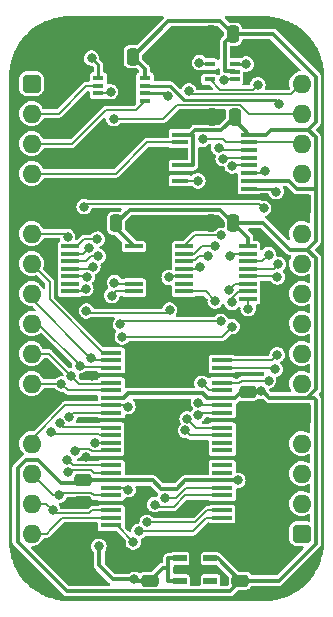
<source format=gbr>
%TF.GenerationSoftware,KiCad,Pcbnew,7.0.5*%
%TF.CreationDate,2024-01-22T12:46:48+02:00*%
%TF.ProjectId,Pixel Doubler,50697865-6c20-4446-9f75-626c65722e6b,rev?*%
%TF.SameCoordinates,Original*%
%TF.FileFunction,Copper,L1,Top*%
%TF.FilePolarity,Positive*%
%FSLAX46Y46*%
G04 Gerber Fmt 4.6, Leading zero omitted, Abs format (unit mm)*
G04 Created by KiCad (PCBNEW 7.0.5) date 2024-01-22 12:46:48*
%MOMM*%
%LPD*%
G01*
G04 APERTURE LIST*
G04 Aperture macros list*
%AMRoundRect*
0 Rectangle with rounded corners*
0 $1 Rounding radius*
0 $2 $3 $4 $5 $6 $7 $8 $9 X,Y pos of 4 corners*
0 Add a 4 corners polygon primitive as box body*
4,1,4,$2,$3,$4,$5,$6,$7,$8,$9,$2,$3,0*
0 Add four circle primitives for the rounded corners*
1,1,$1+$1,$2,$3*
1,1,$1+$1,$4,$5*
1,1,$1+$1,$6,$7*
1,1,$1+$1,$8,$9*
0 Add four rect primitives between the rounded corners*
20,1,$1+$1,$2,$3,$4,$5,0*
20,1,$1+$1,$4,$5,$6,$7,0*
20,1,$1+$1,$6,$7,$8,$9,0*
20,1,$1+$1,$8,$9,$2,$3,0*%
G04 Aperture macros list end*
%TA.AperFunction,SMDPad,CuDef*%
%ADD10RoundRect,0.250000X0.475000X-0.250000X0.475000X0.250000X-0.475000X0.250000X-0.475000X-0.250000X0*%
%TD*%
%TA.AperFunction,ComponentPad*%
%ADD11RoundRect,0.400000X-0.400000X-0.400000X0.400000X-0.400000X0.400000X0.400000X-0.400000X0.400000X0*%
%TD*%
%TA.AperFunction,ComponentPad*%
%ADD12O,1.600000X1.600000*%
%TD*%
%TA.AperFunction,ComponentPad*%
%ADD13R,1.600000X1.600000*%
%TD*%
%TA.AperFunction,SMDPad,CuDef*%
%ADD14RoundRect,0.250000X0.250000X0.475000X-0.250000X0.475000X-0.250000X-0.475000X0.250000X-0.475000X0*%
%TD*%
%TA.AperFunction,SMDPad,CuDef*%
%ADD15R,0.950000X0.450000*%
%TD*%
%TA.AperFunction,SMDPad,CuDef*%
%ADD16R,1.450000X0.450000*%
%TD*%
%TA.AperFunction,SMDPad,CuDef*%
%ADD17R,1.525000X0.430000*%
%TD*%
%TA.AperFunction,SMDPad,CuDef*%
%ADD18RoundRect,0.250000X-0.475000X0.250000X-0.475000X-0.250000X0.475000X-0.250000X0.475000X0.250000X0*%
%TD*%
%TA.AperFunction,SMDPad,CuDef*%
%ADD19R,1.150000X0.600000*%
%TD*%
%TA.AperFunction,SMDPad,CuDef*%
%ADD20R,1.800000X0.430000*%
%TD*%
%TA.AperFunction,SMDPad,CuDef*%
%ADD21R,0.875000X0.450000*%
%TD*%
%TA.AperFunction,ViaPad*%
%ADD22C,0.800000*%
%TD*%
%TA.AperFunction,Conductor*%
%ADD23C,0.380000*%
%TD*%
%TA.AperFunction,Conductor*%
%ADD24C,0.200000*%
%TD*%
%TA.AperFunction,Conductor*%
%ADD25C,0.250000*%
%TD*%
G04 APERTURE END LIST*
D10*
%TO.P,C9,1*%
%TO.N,/3.3V*%
X106553000Y-100502000D03*
%TO.P,C9,2*%
%TO.N,/GND*%
X106553000Y-98602000D03*
%TD*%
D11*
%TO.P,J1,1,Pin_1*%
%TO.N,/5V*%
X88900000Y-58420000D03*
D12*
%TO.P,J1,2,Pin_2*%
%TO.N,/~{Reset}*%
X88900000Y-60960000D03*
%TO.P,J1,3,Pin_3*%
%TO.N,/Enable Pattern*%
X88900000Y-63500000D03*
%TO.P,J1,4,Pin_4*%
%TO.N,/CLK*%
X88900000Y-66040000D03*
D13*
%TO.P,J1,5,Pin_5*%
%TO.N,/GND*%
X88900000Y-68580000D03*
D12*
%TO.P,J1,6,Pin_6*%
%TO.N,/Write Pattern Low*%
X88900000Y-71120000D03*
%TO.P,J1,7,Pin_7*%
%TO.N,/Write Pattern High*%
X88900000Y-73660000D03*
%TO.P,J1,8,Pin_8*%
%TO.N,/D7*%
X88900000Y-76200000D03*
%TO.P,J1,9,Pin_9*%
%TO.N,/D6*%
X88900000Y-78740000D03*
%TO.P,J1,10,Pin_10*%
%TO.N,/D5*%
X88900000Y-81280000D03*
%TO.P,J1,11,Pin_11*%
%TO.N,/D4*%
X88900000Y-83820000D03*
D13*
%TO.P,J1,12,Pin_12*%
%TO.N,/GND*%
X88900000Y-86360000D03*
D12*
%TO.P,J1,13,Pin_13*%
%TO.N,/D3*%
X88900000Y-88900000D03*
%TO.P,J1,14,Pin_14*%
%TO.N,/D2*%
X88900000Y-91440000D03*
%TO.P,J1,15,Pin_15*%
%TO.N,/D1*%
X88900000Y-93980000D03*
%TO.P,J1,16,Pin_16*%
%TO.N,/D0*%
X88900000Y-96520000D03*
D11*
%TO.P,J1,17,Pin_17*%
%TO.N,/5V*%
X111760000Y-96520000D03*
D12*
%TO.P,J1,18,Pin_18*%
%TO.N,unconnected-(J1-Pin_18-Pad18)*%
X111760000Y-93980000D03*
%TO.P,J1,19,Pin_19*%
%TO.N,unconnected-(J1-Pin_19-Pad19)*%
X111760000Y-91440000D03*
%TO.P,J1,20,Pin_20*%
%TO.N,unconnected-(J1-Pin_20-Pad20)*%
X111760000Y-88900000D03*
D13*
%TO.P,J1,21,Pin_21*%
%TO.N,/GND*%
X111760000Y-86360000D03*
D12*
%TO.P,J1,22,Pin_22*%
%TO.N,unconnected-(J1-Pin_22-Pad22)*%
X111760000Y-83820000D03*
%TO.P,J1,23,Pin_23*%
%TO.N,unconnected-(J1-Pin_23-Pad23)*%
X111760000Y-81280000D03*
%TO.P,J1,24,Pin_24*%
%TO.N,unconnected-(J1-Pin_24-Pad24)*%
X111760000Y-78740000D03*
%TO.P,J1,25,Pin_25*%
%TO.N,unconnected-(J1-Pin_25-Pad25)*%
X111760000Y-76200000D03*
%TO.P,J1,26,Pin_26*%
%TO.N,unconnected-(J1-Pin_26-Pad26)*%
X111760000Y-73660000D03*
%TO.P,J1,27,Pin_27*%
%TO.N,unconnected-(J1-Pin_27-Pad27)*%
X111760000Y-71120000D03*
D13*
%TO.P,J1,28,Pin_28*%
%TO.N,/GND*%
X111760000Y-68580000D03*
D12*
%TO.P,J1,29,Pin_29*%
%TO.N,unconnected-(J1-Pin_29-Pad29)*%
X111760000Y-66040000D03*
%TO.P,J1,30,Pin_30*%
%TO.N,/TC*%
X111760000Y-63500000D03*
%TO.P,J1,31,Pin_31*%
%TO.N,/Selected Pattern*%
X111760000Y-60960000D03*
%TO.P,J1,32,Pin_32*%
%TO.N,/CEP*%
X111760000Y-58420000D03*
%TD*%
D14*
%TO.P,C3,1*%
%TO.N,/3.3V*%
X97454000Y-56134000D03*
%TO.P,C3,2*%
%TO.N,/GND*%
X95554000Y-56134000D03*
%TD*%
%TO.P,C4,1*%
%TO.N,/3.3V*%
X105988400Y-70205600D03*
%TO.P,C4,2*%
%TO.N,/GND*%
X104088400Y-70205600D03*
%TD*%
%TO.P,C6,1*%
%TO.N,/3.3V*%
X106090000Y-61214000D03*
%TO.P,C6,2*%
%TO.N,/GND*%
X104190000Y-61214000D03*
%TD*%
%TO.P,C5,1*%
%TO.N,/3.3V*%
X96057000Y-70231000D03*
%TO.P,C5,2*%
%TO.N,/GND*%
X94157000Y-70231000D03*
%TD*%
D15*
%TO.P,IC3,1,1A*%
%TO.N,/~{TC}*%
X94545000Y-57953000D03*
%TO.P,IC3,2,1B*%
%TO.N,/~{Reset}*%
X94545000Y-58603000D03*
%TO.P,IC3,3,2Y*%
%TO.N,/Selected Pattern*%
X94545000Y-59253000D03*
%TO.P,IC3,4,GND*%
%TO.N,/GND*%
X94545000Y-59903000D03*
%TO.P,IC3,5,2A*%
%TO.N,/Enable Pattern*%
X98495000Y-59903000D03*
%TO.P,IC3,6,2B*%
%TO.N,/Y*%
X98495000Y-59253000D03*
%TO.P,IC3,7,1Y*%
%TO.N,/~{PE}*%
X98495000Y-58603000D03*
%TO.P,IC3,8,3V*%
%TO.N,/3.3V*%
X98495000Y-57953000D03*
%TD*%
D16*
%TO.P,IC6,1,~{MR}*%
%TO.N,/3.3V*%
X101469000Y-62749000D03*
%TO.P,IC6,2,CP*%
%TO.N,/CLK*%
X101469000Y-63399000D03*
%TO.P,IC6,3,D0*%
%TO.N,/GND*%
X101469000Y-64049000D03*
%TO.P,IC6,4,D1*%
X101469000Y-64699000D03*
%TO.P,IC6,5,D2*%
%TO.N,/3.3V*%
X101469000Y-65349000D03*
%TO.P,IC6,6,D3*%
%TO.N,/GND*%
X101469000Y-65999000D03*
%TO.P,IC6,7,CEP*%
%TO.N,/CEP*%
X101469000Y-66649000D03*
%TO.P,IC6,8,GND*%
%TO.N,/GND*%
X101469000Y-67299000D03*
%TO.P,IC6,9,~{PE}*%
%TO.N,/~{PE}*%
X107319000Y-67299000D03*
%TO.P,IC6,10,CET*%
%TO.N,/3.3V*%
X107319000Y-66649000D03*
%TO.P,IC6,11,Q3*%
%TO.N,/Q3*%
X107319000Y-65999000D03*
%TO.P,IC6,12,Q2*%
%TO.N,/Q2*%
X107319000Y-65349000D03*
%TO.P,IC6,13,Q1*%
%TO.N,/Q1*%
X107319000Y-64699000D03*
%TO.P,IC6,14,Q0*%
%TO.N,/Q0*%
X107319000Y-64049000D03*
%TO.P,IC6,15,TC*%
%TO.N,/TC*%
X107319000Y-63399000D03*
%TO.P,IC6,16,3V*%
%TO.N,/3.3V*%
X107319000Y-62749000D03*
%TD*%
D17*
%TO.P,IC1,1,I3*%
%TO.N,/RPS8*%
X92157000Y-72200000D03*
%TO.P,IC1,2,I2*%
%TO.N,/RPS9*%
X92157000Y-72834000D03*
%TO.P,IC1,3,I1*%
%TO.N,/RPS10*%
X92157000Y-73470000D03*
%TO.P,IC1,4,I0*%
%TO.N,/RPS11*%
X92157000Y-74104000D03*
%TO.P,IC1,5,Y*%
%TO.N,/Y*%
X92157000Y-74740000D03*
%TO.P,IC1,6,NC*%
%TO.N,unconnected-(IC1-NC-Pad6)*%
X92157000Y-75374000D03*
%TO.P,IC1,7,~{OE}*%
%TO.N,/Q3*%
X92157000Y-76010000D03*
%TO.P,IC1,8,GND*%
%TO.N,/GND*%
X92157000Y-76644000D03*
%TO.P,IC1,9,S2*%
X97581000Y-76644000D03*
%TO.P,IC1,10,S1*%
%TO.N,/Q1*%
X97581000Y-76010000D03*
%TO.P,IC1,11,S0*%
%TO.N,/Q0*%
X97581000Y-75374000D03*
%TO.P,IC1,12,I7*%
%TO.N,/GND*%
X97581000Y-74740000D03*
%TO.P,IC1,13,I6*%
X97581000Y-74104000D03*
%TO.P,IC1,14,I5*%
X97581000Y-73470000D03*
%TO.P,IC1,15,I4*%
X97581000Y-72834000D03*
%TO.P,IC1,16,3V*%
%TO.N,/3.3V*%
X97581000Y-72200000D03*
%TD*%
D18*
%TO.P,C1,1*%
%TO.N,/3.3V*%
X93218000Y-91948000D03*
%TO.P,C1,2*%
%TO.N,/GND*%
X93218000Y-93848000D03*
%TD*%
D10*
%TO.P,C8,1*%
%TO.N,/5V*%
X98933000Y-100502000D03*
%TO.P,C8,2*%
%TO.N,/GND*%
X98933000Y-98602000D03*
%TD*%
D19*
%TO.P,IC7,1,VIN*%
%TO.N,/5V*%
X101443000Y-98618000D03*
%TO.P,IC7,2,GND*%
%TO.N,/GND*%
X101443000Y-99568000D03*
%TO.P,IC7,3,EN*%
%TO.N,/5V*%
X101443000Y-100518000D03*
%TO.P,IC7,4,ADJ*%
%TO.N,unconnected-(IC7-ADJ-Pad4)*%
X104043000Y-100518000D03*
%TO.P,IC7,5,VOUT*%
%TO.N,/3.3V*%
X104043000Y-98618000D03*
%TD*%
D14*
%TO.P,C2,1*%
%TO.N,/3.3V*%
X105963000Y-54229000D03*
%TO.P,C2,2*%
%TO.N,/GND*%
X104063000Y-54229000D03*
%TD*%
D18*
%TO.P,C7,1*%
%TO.N,/3.3V*%
X107188000Y-84537000D03*
%TO.P,C7,2*%
%TO.N,/GND*%
X107188000Y-86437000D03*
%TD*%
D17*
%TO.P,IC5,1,I3*%
%TO.N,/RPS4*%
X101809000Y-72200000D03*
%TO.P,IC5,2,I2*%
%TO.N,/RPS5*%
X101809000Y-72834000D03*
%TO.P,IC5,3,I1*%
%TO.N,/RPS6*%
X101809000Y-73470000D03*
%TO.P,IC5,4,I0*%
%TO.N,/RPS7*%
X101809000Y-74104000D03*
%TO.P,IC5,5,Y*%
%TO.N,/Y*%
X101809000Y-74740000D03*
%TO.P,IC5,6,NC*%
%TO.N,unconnected-(IC5-NC-Pad6)*%
X101809000Y-75374000D03*
%TO.P,IC5,7,~{OE}*%
%TO.N,/~{Q3}*%
X101809000Y-76010000D03*
%TO.P,IC5,8,GND*%
%TO.N,/GND*%
X101809000Y-76644000D03*
%TO.P,IC5,9,S2*%
%TO.N,/Q2*%
X107233000Y-76644000D03*
%TO.P,IC5,10,S1*%
%TO.N,/Q1*%
X107233000Y-76010000D03*
%TO.P,IC5,11,S0*%
%TO.N,/Q0*%
X107233000Y-75374000D03*
%TO.P,IC5,12,I7*%
%TO.N,/RPS0*%
X107233000Y-74740000D03*
%TO.P,IC5,13,I6*%
%TO.N,/RPS1*%
X107233000Y-74104000D03*
%TO.P,IC5,14,I5*%
%TO.N,/RPS2*%
X107233000Y-73470000D03*
%TO.P,IC5,15,I4*%
%TO.N,/RPS3*%
X107233000Y-72834000D03*
%TO.P,IC5,16,3V*%
%TO.N,/3.3V*%
X107233000Y-72200000D03*
%TD*%
D20*
%TO.P,IC2,1,1~{OE}*%
%TO.N,/GND*%
X105030000Y-95821000D03*
%TO.P,IC2,2,1Q0*%
%TO.N,/RPS11*%
X105030000Y-95187000D03*
%TO.P,IC2,3,1Q1*%
%TO.N,/RPS10*%
X105030000Y-94551000D03*
%TO.P,IC2,4,GND*%
%TO.N,/GND*%
X105030000Y-93917000D03*
%TO.P,IC2,5,1Q2*%
%TO.N,/RPS9*%
X105030000Y-93281000D03*
%TO.P,IC2,6,1Q3*%
%TO.N,/RPS8*%
X105030000Y-92647000D03*
%TO.P,IC2,7,3V*%
%TO.N,/3.3V*%
X105030000Y-92011000D03*
%TO.P,IC2,8,1Q4*%
%TO.N,unconnected-(IC2-1Q4-Pad8)*%
X105030000Y-91377000D03*
%TO.P,IC2,9,1Q5*%
%TO.N,unconnected-(IC2-1Q5-Pad9)*%
X105030000Y-90741000D03*
%TO.P,IC2,10,GND*%
%TO.N,/GND*%
X105030000Y-90107000D03*
%TO.P,IC2,11,1Q6*%
%TO.N,unconnected-(IC2-1Q6-Pad11)*%
X105030000Y-89471000D03*
%TO.P,IC2,12,1Q7*%
%TO.N,unconnected-(IC2-1Q7-Pad12)*%
X105030000Y-88837000D03*
%TO.P,IC2,13,2Q0*%
%TO.N,/RPS7*%
X105030000Y-88201000D03*
%TO.P,IC2,14,2Q1*%
%TO.N,/RPS6*%
X105030000Y-87567000D03*
%TO.P,IC2,15,GND*%
%TO.N,/GND*%
X105030000Y-86931000D03*
%TO.P,IC2,16,2Q2*%
%TO.N,/RPS5*%
X105030000Y-86297000D03*
%TO.P,IC2,17,2Q3*%
%TO.N,/RPS4*%
X105030000Y-85661000D03*
%TO.P,IC2,18,3V*%
%TO.N,/3.3V*%
X105030000Y-85027000D03*
%TO.P,IC2,19,2Q4*%
%TO.N,/RPS3*%
X105030000Y-84391000D03*
%TO.P,IC2,20,2Q5*%
%TO.N,/RPS2*%
X105030000Y-83757000D03*
%TO.P,IC2,21,GND*%
%TO.N,/GND*%
X105030000Y-83121000D03*
%TO.P,IC2,22,2Q6*%
%TO.N,/RPS1*%
X105030000Y-82487000D03*
%TO.P,IC2,23,2Q7*%
%TO.N,/RPS0*%
X105030000Y-81851000D03*
%TO.P,IC2,24,2~{OE}*%
%TO.N,/GND*%
X105030000Y-81217000D03*
%TO.P,IC2,25,2LE*%
%TO.N,/Write Pattern High*%
X95630000Y-81217000D03*
%TO.P,IC2,26,2D7*%
%TO.N,/D7*%
X95630000Y-81851000D03*
%TO.P,IC2,27,2D6*%
%TO.N,/D6*%
X95630000Y-82487000D03*
%TO.P,IC2,28,GND*%
%TO.N,/GND*%
X95630000Y-83121000D03*
%TO.P,IC2,29,2D5*%
%TO.N,/D5*%
X95630000Y-83757000D03*
%TO.P,IC2,30,2D4*%
%TO.N,/D4*%
X95630000Y-84391000D03*
%TO.P,IC2,31,3V*%
%TO.N,/3.3V*%
X95630000Y-85027000D03*
%TO.P,IC2,32,2D3*%
%TO.N,/D3*%
X95630000Y-85661000D03*
%TO.P,IC2,33,2D2*%
%TO.N,/D2*%
X95630000Y-86297000D03*
%TO.P,IC2,34,GND*%
%TO.N,/GND*%
X95630000Y-86931000D03*
%TO.P,IC2,35,2D1*%
%TO.N,/D1*%
X95630000Y-87567000D03*
%TO.P,IC2,36,2D0*%
%TO.N,/D0*%
X95630000Y-88201000D03*
%TO.P,IC2,37,1D7*%
%TO.N,/D7*%
X95630000Y-88837000D03*
%TO.P,IC2,38,1D6*%
%TO.N,/D6*%
X95630000Y-89471000D03*
%TO.P,IC2,39,GND*%
%TO.N,/GND*%
X95630000Y-90107000D03*
%TO.P,IC2,40,1D5*%
%TO.N,/D5*%
X95630000Y-90741000D03*
%TO.P,IC2,41,1D4*%
%TO.N,/D4*%
X95630000Y-91377000D03*
%TO.P,IC2,42,3V*%
%TO.N,/3.3V*%
X95630000Y-92011000D03*
%TO.P,IC2,43,1D3*%
%TO.N,/D3*%
X95630000Y-92647000D03*
%TO.P,IC2,44,1D2*%
%TO.N,/D2*%
X95630000Y-93281000D03*
%TO.P,IC2,45,GND*%
%TO.N,/GND*%
X95630000Y-93917000D03*
%TO.P,IC2,46,1D1*%
%TO.N,/D1*%
X95630000Y-94551000D03*
%TO.P,IC2,47,1D0*%
%TO.N,/D0*%
X95630000Y-95187000D03*
%TO.P,IC2,48,1LE*%
%TO.N,/Write Pattern Low*%
X95630000Y-95821000D03*
%TD*%
D21*
%TO.P,IC4,1,1A*%
%TO.N,/TC*%
X103967000Y-56754000D03*
%TO.P,IC4,2,GND*%
%TO.N,/GND*%
X103967000Y-57404000D03*
%TO.P,IC4,3,2A*%
%TO.N,/Q3*%
X103967000Y-58054000D03*
%TO.P,IC4,4,2Y*%
%TO.N,/~{Q3}*%
X106091000Y-58054000D03*
%TO.P,IC4,5,3V*%
%TO.N,/3.3V*%
X106091000Y-57404000D03*
%TO.P,IC4,6,1Y*%
%TO.N,/~{TC}*%
X106091000Y-56754000D03*
%TD*%
D22*
%TO.N,/5V*%
X94589600Y-97586800D03*
X97586800Y-100380800D03*
%TO.N,/GND*%
X93466516Y-90047978D03*
X102920800Y-67868800D03*
X99743191Y-76070391D03*
X99922331Y-70154800D03*
X106629200Y-87934800D03*
X100685600Y-56997600D03*
X110667615Y-100761615D03*
X107391200Y-80416400D03*
X99517200Y-65938400D03*
X96139000Y-98425000D03*
X97004466Y-93885997D03*
X89408000Y-100279200D03*
X110540800Y-80518000D03*
X102920800Y-70154800D03*
X109083390Y-56568551D03*
X93980000Y-83140402D03*
X100838000Y-54406800D03*
X92075000Y-93903800D03*
X99313998Y-62585600D03*
%TO.N,/3.3V*%
X108356400Y-84480400D03*
X106357859Y-92012074D03*
%TO.N,/Selected Pattern*%
X95843360Y-61388000D03*
X95590189Y-59113000D03*
%TO.N,/Y*%
X100414247Y-59478753D03*
X100584000Y-77597000D03*
X100533200Y-74828400D03*
X93535502Y-77660502D03*
X93595051Y-74787943D03*
%TO.N,/CEP*%
X102971600Y-66649600D03*
X102209602Y-59039000D03*
%TO.N,/TC*%
X103374000Y-63135036D03*
X103108483Y-56649000D03*
%TO.N,/RPS8*%
X100156343Y-93523438D03*
X94453835Y-71568065D03*
%TO.N,/RPS9*%
X99309131Y-94054697D03*
X93759099Y-72359638D03*
%TO.N,/RPS10*%
X98672464Y-95571573D03*
X94558606Y-73035570D03*
%TO.N,/RPS11*%
X94088968Y-73918432D03*
X97972464Y-96337448D03*
%TO.N,/Q0*%
X104745869Y-63835036D03*
X105620088Y-75859486D03*
X96418400Y-78790800D03*
X95907600Y-75265976D03*
X104902000Y-78547994D03*
%TO.N,/Q1*%
X105115863Y-64764073D03*
X96573810Y-79860610D03*
X105867200Y-76933990D03*
X105867200Y-78994000D03*
X95690718Y-76368535D03*
%TO.N,/Q2*%
X107238800Y-77470000D03*
X105889357Y-65397881D03*
%TO.N,/Q3*%
X93490718Y-75785885D03*
X93345000Y-68834000D03*
X108547084Y-68973516D03*
X108665330Y-65859000D03*
X108051600Y-58521600D03*
%TO.N,/RPS0*%
X109716800Y-74812606D03*
X109685000Y-81381264D03*
%TO.N,/RPS1*%
X109524800Y-82600800D03*
X109778800Y-73710800D03*
%TO.N,/RPS2*%
X108965141Y-72890653D03*
X108966000Y-83566000D03*
%TO.N,/RPS3*%
X105726000Y-72997483D03*
X103313620Y-83788994D03*
%TO.N,/RPS4*%
X103023813Y-85439348D03*
X104952800Y-71272400D03*
%TO.N,/RPS5*%
X104404304Y-72171054D03*
X103012707Y-86449757D03*
%TO.N,/RPS6*%
X103821000Y-73018297D03*
X102073746Y-86793788D03*
%TO.N,/RPS7*%
X103145520Y-73911643D03*
X101924492Y-87785026D03*
%TO.N,/Write Pattern Low*%
X91947994Y-71374000D03*
X97505088Y-97221509D03*
%TO.N,/D0*%
X90535413Y-87887011D03*
%TO.N,/D1*%
X91266062Y-87194863D03*
X90700000Y-94538800D03*
%TO.N,/D2*%
X91204688Y-93273393D03*
X92093224Y-86632225D03*
%TO.N,/D3*%
X97073750Y-92801000D03*
X97043968Y-85762623D03*
%TO.N,/D4*%
X91427080Y-83850147D03*
X91948000Y-91313000D03*
%TO.N,/D5*%
X92270207Y-83185000D03*
X91920752Y-90295802D03*
%TO.N,/D6*%
X92970223Y-82290814D03*
X92572608Y-89537456D03*
%TO.N,/D7*%
X93931164Y-81658000D03*
X94267213Y-88863848D03*
%TO.N,/~{TC}*%
X107061000Y-56769000D03*
X93980000Y-56261000D03*
%TO.N,/~{PE}*%
X109600998Y-67564000D03*
X109836537Y-60103715D03*
%TO.N,/~{Q3}*%
X104444800Y-76809600D03*
X105215712Y-58150161D03*
%TD*%
D23*
%TO.N,/3.3V*%
X105663000Y-101392000D02*
X106553000Y-100502000D01*
X91892400Y-101392000D02*
X105663000Y-101392000D01*
X87710000Y-90947085D02*
X87710000Y-97209600D01*
X87710000Y-97209600D02*
X91892400Y-101392000D01*
X88407085Y-90250000D02*
X87710000Y-90947085D01*
X89415611Y-90250000D02*
X88407085Y-90250000D01*
X91367611Y-92202000D02*
X89415611Y-90250000D01*
X92964000Y-92202000D02*
X91367611Y-92202000D01*
D24*
%TO.N,/D6*%
X92762076Y-89347988D02*
X92572608Y-89537456D01*
X93756455Y-89347988D02*
X92762076Y-89347988D01*
%TO.N,/D5*%
X95623000Y-90748000D02*
X92372950Y-90748000D01*
%TO.N,/D6*%
X95537152Y-89563848D02*
X93972315Y-89563848D01*
%TO.N,/D4*%
X92113000Y-91148000D02*
X91948000Y-91313000D01*
X93920817Y-91148000D02*
X92113000Y-91148000D01*
X94149817Y-91377000D02*
X93920817Y-91148000D01*
X95630000Y-91377000D02*
X94149817Y-91377000D01*
%TO.N,/D5*%
X92372950Y-90748000D02*
X91920752Y-90295802D01*
%TO.N,/D6*%
X93972315Y-89563848D02*
X93756455Y-89347988D01*
D23*
%TO.N,/GND*%
X93525538Y-90107000D02*
X93466516Y-90047978D01*
X95630000Y-90107000D02*
X93525538Y-90107000D01*
D24*
%TO.N,/D1*%
X95589026Y-87526026D02*
X91597225Y-87526026D01*
X91597225Y-87526026D02*
X91266062Y-87194863D01*
%TO.N,/D7*%
X95630000Y-88837000D02*
X94294061Y-88837000D01*
X94294061Y-88837000D02*
X94267213Y-88863848D01*
%TO.N,/D0*%
X94503461Y-88045000D02*
X90693402Y-88045000D01*
X94659461Y-88201000D02*
X94503461Y-88045000D01*
X95630000Y-88201000D02*
X94659461Y-88201000D01*
X90693402Y-88045000D02*
X90535413Y-87887011D01*
%TO.N,/D5*%
X90365207Y-81280000D02*
X92270207Y-83185000D01*
X92947912Y-83862705D02*
X92270207Y-83185000D01*
X88900000Y-81280000D02*
X90365207Y-81280000D01*
%TO.N,/D6*%
X92970223Y-82239231D02*
X92970223Y-82290814D01*
X89470992Y-78740000D02*
X92970223Y-82239231D01*
%TO.N,/D5*%
X95524295Y-83862705D02*
X92947912Y-83862705D01*
%TO.N,/D6*%
X95583402Y-82440402D02*
X93119811Y-82440402D01*
X93119811Y-82440402D02*
X92970223Y-82290814D01*
D23*
%TO.N,/GND*%
X93999402Y-83121000D02*
X93980000Y-83140402D01*
X95630000Y-83121000D02*
X93999402Y-83121000D01*
D24*
%TO.N,/D7*%
X95630000Y-81851000D02*
X94124164Y-81851000D01*
X93878845Y-81658000D02*
X93931164Y-81658000D01*
X88900000Y-76679155D02*
X93878845Y-81658000D01*
X94124164Y-81851000D02*
X93931164Y-81658000D01*
%TO.N,/D4*%
X91967933Y-84391000D02*
X91427080Y-83850147D01*
X95630000Y-84391000D02*
X91967933Y-84391000D01*
X91396933Y-83820000D02*
X91427080Y-83850147D01*
X88900000Y-83820000D02*
X91396933Y-83820000D01*
%TO.N,/D3*%
X91758000Y-85661000D02*
X88900000Y-88519000D01*
X95630000Y-85661000D02*
X91758000Y-85661000D01*
%TO.N,/D2*%
X92428449Y-86297000D02*
X92093224Y-86632225D01*
X95630000Y-86297000D02*
X92428449Y-86297000D01*
X91430081Y-93048000D02*
X91204688Y-93273393D01*
X94153817Y-93281000D02*
X93920817Y-93048000D01*
X88900000Y-91440000D02*
X90733393Y-93273393D01*
X95630000Y-93281000D02*
X94153817Y-93281000D01*
X90733393Y-93273393D02*
X91204688Y-93273393D01*
X93920817Y-93048000D02*
X91430081Y-93048000D01*
D23*
%TO.N,/5V*%
X97586800Y-100380800D02*
X95808800Y-100380800D01*
X101443000Y-98618000D02*
X100488000Y-98618000D01*
X100488000Y-100518000D02*
X101443000Y-100518000D01*
X98933000Y-100502000D02*
X97708000Y-100502000D01*
X100478000Y-99441000D02*
X99994000Y-99441000D01*
X95808800Y-100380800D02*
X94640400Y-99212400D01*
X99994000Y-99441000D02*
X98933000Y-100502000D01*
X100478000Y-99441000D02*
X100478000Y-100508000D01*
X94640400Y-97637600D02*
X94589600Y-97586800D01*
X100478000Y-98628000D02*
X100478000Y-99441000D01*
X100488000Y-98618000D02*
X100478000Y-98628000D01*
X97708000Y-100502000D02*
X97586800Y-100380800D01*
X94640400Y-99212400D02*
X94640400Y-97637600D01*
X100478000Y-100508000D02*
X100488000Y-100518000D01*
%TO.N,/GND*%
X94463599Y-77317600D02*
X93789999Y-76644000D01*
X104088400Y-70205600D02*
X102971600Y-70205600D01*
X101469000Y-67299000D02*
X100389000Y-67299000D01*
X101809000Y-77120200D02*
X102412800Y-77724000D01*
X106946200Y-81217000D02*
X107391200Y-80772000D01*
X92130800Y-93848000D02*
X92075000Y-93903800D01*
X100354000Y-64709000D02*
X100354000Y-66009000D01*
X103545383Y-82931000D02*
X97555000Y-82931000D01*
X107188000Y-93039000D02*
X106310000Y-93917000D01*
X101617727Y-90107000D02*
X105030000Y-90107000D01*
X101469000Y-64699000D02*
X100364000Y-64699000D01*
X94996000Y-75437999D02*
X94996000Y-74295000D01*
X100710500Y-90359769D02*
X101364958Y-90359769D01*
X98999693Y-94781573D02*
X97900042Y-94781573D01*
X95630000Y-93917000D02*
X96973463Y-93917000D01*
X101443000Y-99568000D02*
X102398000Y-99568000D01*
X105030000Y-83121000D02*
X104110717Y-83121000D01*
X104063000Y-54229000D02*
X102235000Y-56057000D01*
X99169582Y-76644000D02*
X99743191Y-76070391D01*
X102692612Y-94919388D02*
X99137508Y-94919388D01*
X102351000Y-67299000D02*
X102920800Y-67868800D01*
X91846400Y-67310000D02*
X90576400Y-68580000D01*
X99822000Y-62585600D02*
X99313998Y-62585600D01*
X101193600Y-61214000D02*
X99822000Y-62585600D01*
X106310000Y-93917000D02*
X105030000Y-93917000D01*
X102966000Y-67914000D02*
X102920800Y-67868800D01*
X101364958Y-90359769D02*
X101617727Y-90107000D01*
X106629200Y-89787800D02*
X106629200Y-87934800D01*
X94996000Y-74295000D02*
X95885000Y-73406000D01*
X100364000Y-65999000D02*
X101469000Y-65999000D01*
X106629200Y-87451200D02*
X106629200Y-87934800D01*
X101809000Y-76644000D02*
X100316800Y-76644000D01*
X98933000Y-98602000D02*
X96316000Y-98602000D01*
X107391200Y-79248000D02*
X107391200Y-80416400D01*
X105030000Y-90107000D02*
X106310000Y-90107000D01*
X100685600Y-54559200D02*
X100838000Y-54406800D01*
X103750000Y-81217000D02*
X105030000Y-81217000D01*
X99922331Y-71635169D02*
X98723500Y-72834000D01*
X90576400Y-68580000D02*
X88900000Y-68580000D01*
X97365000Y-83121000D02*
X95630000Y-83121000D01*
X96393000Y-56973000D02*
X95554000Y-56134000D01*
X100316800Y-76644000D02*
X99743191Y-76070391D01*
X102408000Y-98090000D02*
X102246000Y-97928000D01*
X101469000Y-67299000D02*
X102351000Y-67299000D01*
X106320000Y-95644000D02*
X106143000Y-95821000D01*
X92157000Y-76644000D02*
X93789999Y-76644000D01*
X106109000Y-86931000D02*
X106603000Y-86437000D01*
X98145600Y-67310000D02*
X91846400Y-67310000D01*
X100389000Y-67299000D02*
X100354000Y-67264000D01*
X97581000Y-76644000D02*
X96907400Y-77317600D01*
X100354000Y-67264000D02*
X100354000Y-66009000D01*
X99517200Y-65938400D02*
X98145600Y-67310000D01*
X101469000Y-64699000D02*
X101469000Y-64049000D01*
X96393000Y-59817000D02*
X96393000Y-56973000D01*
X96889000Y-86931000D02*
X96920000Y-86962000D01*
X106553000Y-98602000D02*
X105879000Y-97928000D01*
X107188000Y-90985000D02*
X107188000Y-93039000D01*
X106310000Y-90107000D02*
X107188000Y-90985000D01*
X106310000Y-93917000D02*
X106320000Y-93927000D01*
X107391200Y-80416400D02*
X110439200Y-80416400D01*
X105030000Y-93917000D02*
X103695000Y-93917000D01*
X99922331Y-70154800D02*
X99922331Y-71635169D01*
X93218000Y-93848000D02*
X92130800Y-93848000D01*
X96307000Y-59903000D02*
X96393000Y-59817000D01*
X98723500Y-72834000D02*
X97581000Y-72834000D01*
X106143000Y-95821000D02*
X105030000Y-95821000D01*
X99137508Y-94919388D02*
X98999693Y-94781573D01*
X104063000Y-54229000D02*
X101015800Y-54229000D01*
X110439200Y-80416400D02*
X110540800Y-80518000D01*
X104110717Y-83121000D02*
X103735383Y-83121000D01*
X102920800Y-70154800D02*
X99922331Y-70154800D01*
X100685600Y-56997600D02*
X100685600Y-54559200D01*
X97900042Y-94781573D02*
X97004466Y-93885997D01*
X96907400Y-77317600D02*
X94463599Y-77317600D01*
X100457731Y-90107000D02*
X100710500Y-90359769D01*
X95630000Y-90107000D02*
X100457731Y-90107000D01*
X95630000Y-93917000D02*
X93287000Y-93917000D01*
X102235000Y-56057000D02*
X102235000Y-57150000D01*
X106320000Y-93927000D02*
X106320000Y-95644000D01*
X102412800Y-77724000D02*
X105867200Y-77724000D01*
X96672400Y-90107000D02*
X95630000Y-90107000D01*
X101809000Y-76644000D02*
X101809000Y-77120200D01*
X96973463Y-93917000D02*
X97004466Y-93885997D01*
X100364000Y-64699000D02*
X100354000Y-64709000D01*
X108604800Y-67914000D02*
X102966000Y-67914000D01*
X103545383Y-81421617D02*
X103750000Y-81217000D01*
X111760000Y-68580000D02*
X109270800Y-68580000D01*
X102398000Y-99568000D02*
X102408000Y-99558000D01*
X97581000Y-73470000D02*
X97581000Y-72834000D01*
X99577800Y-65999000D02*
X101469000Y-65999000D01*
X103695000Y-93917000D02*
X102692612Y-94919388D01*
X97581000Y-74740000D02*
X97581000Y-74104000D01*
X102235000Y-57150000D02*
X102524000Y-57439000D01*
X96920000Y-86962000D02*
X96920000Y-89859400D01*
X97581000Y-76644000D02*
X99169582Y-76644000D01*
X105030000Y-81217000D02*
X106946200Y-81217000D01*
X102971600Y-70205600D02*
X102920800Y-70154800D01*
X104110717Y-83121000D02*
X104110717Y-83111771D01*
X106603000Y-86437000D02*
X107188000Y-86437000D01*
X95630000Y-86931000D02*
X96889000Y-86931000D01*
X102246000Y-97928000D02*
X99607000Y-97928000D01*
X107391200Y-80772000D02*
X107391200Y-80416400D01*
X96316000Y-98602000D02*
X96139000Y-98425000D01*
X105030000Y-86931000D02*
X106109000Y-86931000D01*
X94545000Y-59903000D02*
X96307000Y-59903000D01*
X97581000Y-74104000D02*
X97581000Y-73470000D01*
X102408000Y-99558000D02*
X102408000Y-98090000D01*
X97555000Y-82931000D02*
X97365000Y-83121000D01*
X96920000Y-89859400D02*
X96672400Y-90107000D01*
X95885000Y-73406000D02*
X95885000Y-71882000D01*
X105867200Y-77724000D02*
X107391200Y-79248000D01*
X99517200Y-65938400D02*
X99577800Y-65999000D01*
X100354000Y-66009000D02*
X100364000Y-65999000D01*
X95885000Y-71882000D02*
X94234000Y-70231000D01*
X104190000Y-61214000D02*
X101193600Y-61214000D01*
X102524000Y-57439000D02*
X103932000Y-57439000D01*
X106109000Y-86931000D02*
X106629200Y-87451200D01*
X103735383Y-83121000D02*
X103545383Y-82931000D01*
X102570000Y-97928000D02*
X102408000Y-98090000D01*
X103545383Y-82931000D02*
X103545383Y-81421617D01*
X93789999Y-76644000D02*
X94996000Y-75437999D01*
X105879000Y-97928000D02*
X102570000Y-97928000D01*
X99607000Y-97928000D02*
X98933000Y-98602000D01*
X101015800Y-54229000D02*
X100838000Y-54406800D01*
X106310000Y-90107000D02*
X106629200Y-89787800D01*
X109270800Y-68580000D02*
X108604800Y-67914000D01*
%TO.N,/3.3V*%
X104873400Y-69090600D02*
X97197400Y-69090600D01*
X98495000Y-57953000D02*
X98495000Y-57175000D01*
X101918000Y-92011000D02*
X105030000Y-92011000D01*
X99847771Y-92710000D02*
X101219000Y-92710000D01*
X108508800Y-84480400D02*
X108356400Y-84480400D01*
X101219000Y-92710000D02*
X101918000Y-92011000D01*
X102351000Y-62749000D02*
X101469000Y-62749000D01*
X110773200Y-72470000D02*
X112238800Y-72470000D01*
X105963000Y-54229000D02*
X104848000Y-53114000D01*
X112092915Y-85010000D02*
X109038400Y-85010000D01*
X102549000Y-65349000D02*
X102049000Y-65349000D01*
X112297200Y-62310000D02*
X112950000Y-61657200D01*
X107319000Y-62749000D02*
X108751800Y-62749000D01*
X97197400Y-69090600D02*
X96057000Y-70231000D01*
X106090000Y-61520000D02*
X107319000Y-62749000D01*
X105963000Y-54229000D02*
X105263500Y-54928500D01*
X105988400Y-70205600D02*
X107233000Y-71450200D01*
X112950000Y-62962800D02*
X112950000Y-67360800D01*
X101469000Y-62749000D02*
X102574000Y-62749000D01*
X105558780Y-57376000D02*
X106063000Y-57376000D01*
X103750000Y-85027000D02*
X103372347Y-84649347D01*
X97066044Y-84649347D02*
X96688391Y-85027000D01*
X105988400Y-70205600D02*
X104873400Y-69090600D01*
X104043000Y-98618000D02*
X104669000Y-98618000D01*
X107319000Y-66649000D02*
X110686085Y-66649000D01*
X109810000Y-100502000D02*
X106553000Y-100502000D01*
X108751800Y-62749000D02*
X109190800Y-62310000D01*
X103372347Y-84649347D02*
X97066044Y-84649347D01*
X99148771Y-92011000D02*
X99847771Y-92710000D01*
X111397885Y-67360800D02*
X112950000Y-67360800D01*
X105988400Y-70205600D02*
X108508800Y-70205600D01*
X102771000Y-62329000D02*
X102351000Y-62749000D01*
X106133400Y-85027000D02*
X105030000Y-85027000D01*
X106623400Y-84537000D02*
X106133400Y-85027000D01*
X112950000Y-61657200D02*
X112950000Y-57832000D01*
X112950000Y-97362000D02*
X109810000Y-100502000D01*
X109347000Y-54229000D02*
X105963000Y-54229000D01*
X105030000Y-92011000D02*
X106356785Y-92011000D01*
X106090000Y-61214000D02*
X104975000Y-62329000D01*
X109038400Y-85010000D02*
X108508800Y-84480400D01*
X112950000Y-67360800D02*
X112950000Y-71758800D01*
X112252915Y-85010000D02*
X112092915Y-85010000D01*
X112950000Y-73167085D02*
X112950000Y-84312915D01*
X107233000Y-71450200D02*
X107233000Y-72200000D01*
X110686085Y-66649000D02*
X111397885Y-67360800D01*
X112790000Y-85010000D02*
X112950000Y-85170000D01*
X105030000Y-85027000D02*
X103750000Y-85027000D01*
X107244600Y-84480400D02*
X108356400Y-84480400D01*
X112092915Y-85010000D02*
X112790000Y-85010000D01*
X95630000Y-92011000D02*
X99148771Y-92011000D01*
X109190800Y-62310000D02*
X112297200Y-62310000D01*
X108508800Y-70205600D02*
X110773200Y-72470000D01*
X100474000Y-53114000D02*
X97454000Y-56134000D01*
X102584000Y-62759000D02*
X102584000Y-65314000D01*
X112950000Y-85170000D02*
X112950000Y-97362000D01*
X112950000Y-71758800D02*
X112238800Y-72470000D01*
X98495000Y-57175000D02*
X97454000Y-56134000D01*
X104848000Y-53114000D02*
X100474000Y-53114000D01*
X104975000Y-62329000D02*
X102771000Y-62329000D01*
X93281000Y-92011000D02*
X95630000Y-92011000D01*
X112252915Y-72470000D02*
X112950000Y-73167085D01*
X105263500Y-54928500D02*
X105263500Y-57360161D01*
X102574000Y-62749000D02*
X102584000Y-62759000D01*
X112950000Y-84312915D02*
X112252915Y-85010000D01*
X104669000Y-98618000D02*
X106553000Y-100502000D01*
X107188000Y-84537000D02*
X106623400Y-84537000D01*
X112950000Y-57832000D02*
X109347000Y-54229000D01*
X105263500Y-57360161D02*
X105542941Y-57360161D01*
X96057000Y-70676000D02*
X97581000Y-72200000D01*
X112238800Y-72470000D02*
X112252915Y-72470000D01*
X106356785Y-92011000D02*
X106357859Y-92012074D01*
X96688391Y-85027000D02*
X95630000Y-85027000D01*
X112297200Y-62310000D02*
X112950000Y-62962800D01*
X102584000Y-65314000D02*
X102549000Y-65349000D01*
X105542941Y-57360161D02*
X105558780Y-57376000D01*
D24*
%TO.N,/Selected Pattern*%
X106567817Y-60189000D02*
X101228000Y-60189000D01*
X111760000Y-60960000D02*
X107338817Y-60960000D01*
X94545000Y-59253000D02*
X95450189Y-59253000D01*
X101228000Y-60189000D02*
X100029000Y-61388000D01*
X107338817Y-60960000D02*
X106567817Y-60189000D01*
X100029000Y-61388000D02*
X95843360Y-61388000D01*
X95450189Y-59253000D02*
X95590189Y-59113000D01*
%TO.N,/Enable Pattern*%
X88900000Y-63500000D02*
X92355050Y-63500000D01*
X92355050Y-63500000D02*
X95167050Y-60688000D01*
X97710000Y-60688000D02*
X98495000Y-59903000D01*
X95167050Y-60688000D02*
X97710000Y-60688000D01*
%TO.N,/Y*%
X100621600Y-74740000D02*
X100533200Y-74828400D01*
X100355400Y-77825600D02*
X93700600Y-77825600D01*
X101809000Y-74740000D02*
X100621600Y-74740000D01*
X93700600Y-77825600D02*
X93535502Y-77660502D01*
X92157000Y-74740000D02*
X93547108Y-74740000D01*
D25*
X100188494Y-59253000D02*
X100414247Y-59478753D01*
X98495000Y-59253000D02*
X100188494Y-59253000D01*
D24*
X100584000Y-77597000D02*
X100355400Y-77825600D01*
X93547108Y-74740000D02*
X93595051Y-74787943D01*
%TO.N,/CEP*%
X101469000Y-66649000D02*
X102971000Y-66649000D01*
X110852000Y-59328000D02*
X102498602Y-59328000D01*
X102498602Y-59328000D02*
X102209602Y-59039000D01*
X102971000Y-66649000D02*
X102971600Y-66649600D01*
X111760000Y-58420000D02*
X110852000Y-59328000D01*
%TO.N,/CLK*%
X98653000Y-63399000D02*
X96012000Y-66040000D01*
X96012000Y-66040000D02*
X88900000Y-66040000D01*
X101469000Y-63399000D02*
X98653000Y-63399000D01*
%TO.N,/TC*%
X103967000Y-56754000D02*
X103213483Y-56754000D01*
X105065740Y-63135036D02*
X103374000Y-63135036D01*
X107319000Y-63399000D02*
X111659000Y-63399000D01*
X105329704Y-63399000D02*
X105065740Y-63135036D01*
X107319000Y-63399000D02*
X105329704Y-63399000D01*
X103213483Y-56754000D02*
X103108483Y-56649000D01*
%TO.N,/RPS8*%
X105030000Y-92647000D02*
X101974964Y-92647000D01*
X101974964Y-92647000D02*
X101098526Y-93523438D01*
X93336435Y-71568065D02*
X94453835Y-71568065D01*
X101098526Y-93523438D02*
X100156343Y-93523438D01*
X92704500Y-72200000D02*
X93336435Y-71568065D01*
%TO.N,/RPS9*%
X100953650Y-94234000D02*
X99488434Y-94234000D01*
X92157000Y-72834000D02*
X93284737Y-72834000D01*
X105030000Y-93281000D02*
X101906650Y-93281000D01*
X101906650Y-93281000D02*
X100953650Y-94234000D01*
X99488434Y-94234000D02*
X99309131Y-94054697D01*
X93284737Y-72834000D02*
X93759099Y-72359638D01*
%TO.N,/RPS10*%
X93506650Y-73470000D02*
X93941080Y-73035570D01*
X103753964Y-94551000D02*
X102733391Y-95571573D01*
X105030000Y-94551000D02*
X103753964Y-94551000D01*
X92157000Y-73470000D02*
X93506650Y-73470000D01*
X102733391Y-95571573D02*
X98672464Y-95571573D01*
X93941080Y-73035570D02*
X94558606Y-73035570D01*
%TO.N,/RPS11*%
X105030000Y-95187000D02*
X103683650Y-95187000D01*
X102533202Y-96337448D02*
X97972464Y-96337448D01*
X103683650Y-95187000D02*
X102533202Y-96337448D01*
X92173057Y-74087943D02*
X93919457Y-74087943D01*
X93919457Y-74087943D02*
X94088968Y-73918432D01*
%TO.N,/~{Reset}*%
X91186000Y-60960000D02*
X93543000Y-58603000D01*
X93543000Y-58603000D02*
X94545000Y-58603000D01*
X88900000Y-60960000D02*
X91186000Y-60960000D01*
%TO.N,/Q0*%
X96661206Y-78547994D02*
X96418400Y-78790800D01*
X96015624Y-75374000D02*
X95907600Y-75265976D01*
X104959833Y-64049000D02*
X104745869Y-63835036D01*
X104902000Y-78547994D02*
X96661206Y-78547994D01*
X107233000Y-75374000D02*
X106105574Y-75374000D01*
X97581000Y-75374000D02*
X96015624Y-75374000D01*
X106105574Y-75374000D02*
X105620088Y-75859486D01*
X107319000Y-64049000D02*
X104959833Y-64049000D01*
%TO.N,/Q1*%
X106459507Y-76010000D02*
X105867200Y-76602307D01*
X105867200Y-78994000D02*
X105000590Y-79860610D01*
X105867200Y-76602307D02*
X105867200Y-76933990D01*
X105200336Y-64679600D02*
X105115863Y-64764073D01*
X96049253Y-76010000D02*
X95690718Y-76368535D01*
X107233000Y-76010000D02*
X106459507Y-76010000D01*
X97581000Y-76010000D02*
X96049253Y-76010000D01*
X107299600Y-64679600D02*
X105200336Y-64679600D01*
X105000590Y-79860610D02*
X96573810Y-79860610D01*
%TO.N,/Q2*%
X107319000Y-65349000D02*
X105938238Y-65349000D01*
X107233000Y-77464200D02*
X107238800Y-77470000D01*
X105938238Y-65349000D02*
X105889357Y-65397881D01*
X107233000Y-76644000D02*
X107233000Y-77464200D01*
%TO.N,/Q3*%
X93578400Y-68600600D02*
X108174168Y-68600600D01*
X107645200Y-58928000D02*
X108051600Y-58521600D01*
X104851200Y-58928000D02*
X107645200Y-58928000D01*
X92157000Y-76010000D02*
X93266603Y-76010000D01*
X93266603Y-76010000D02*
X93490718Y-75785885D01*
X108525330Y-65999000D02*
X108665330Y-65859000D01*
X107319000Y-65999000D02*
X108525330Y-65999000D01*
X93345000Y-68834000D02*
X93578400Y-68600600D01*
X103977200Y-58054000D02*
X104851200Y-58928000D01*
X108174168Y-68600600D02*
X108547084Y-68973516D01*
%TO.N,/RPS0*%
X107233000Y-74740000D02*
X109644194Y-74740000D01*
X109644194Y-74740000D02*
X109716800Y-74812606D01*
X105030000Y-81851000D02*
X109215264Y-81851000D01*
X109215264Y-81851000D02*
X109685000Y-81381264D01*
%TO.N,/RPS1*%
X109411000Y-82487000D02*
X105030000Y-82487000D01*
X107233000Y-74104000D02*
X109385600Y-74104000D01*
X109524800Y-82600800D02*
X109411000Y-82487000D01*
X109385600Y-74104000D02*
X109778800Y-73710800D01*
%TO.N,/RPS2*%
X107233000Y-73470000D02*
X108385794Y-73470000D01*
X108385794Y-73470000D02*
X108965141Y-72890653D01*
X105030000Y-83757000D02*
X106489000Y-83757000D01*
X106489000Y-83757000D02*
X106680000Y-83566000D01*
X106680000Y-83566000D02*
X108966000Y-83566000D01*
%TO.N,/RPS3*%
X105030000Y-84391000D02*
X103915626Y-84391000D01*
X105889483Y-72834000D02*
X105726000Y-72997483D01*
X103915626Y-84391000D02*
X103313620Y-83788994D01*
X107233000Y-72834000D02*
X105889483Y-72834000D01*
%TO.N,/RPS4*%
X102736600Y-71272400D02*
X104952800Y-71272400D01*
X103245465Y-85661000D02*
X103023813Y-85439348D01*
X105030000Y-85661000D02*
X103245465Y-85661000D01*
X101809000Y-72200000D02*
X102736600Y-71272400D01*
%TO.N,/RPS5*%
X103337360Y-72171054D02*
X104404304Y-72171054D01*
X103165464Y-86297000D02*
X103012707Y-86449757D01*
X102674414Y-72834000D02*
X103337360Y-72171054D01*
X105030000Y-86297000D02*
X103165464Y-86297000D01*
X101809000Y-72834000D02*
X102674414Y-72834000D01*
%TO.N,/RPS6*%
X102846958Y-87567000D02*
X102073746Y-86793788D01*
X101930000Y-73349000D02*
X102725100Y-73349000D01*
X105030000Y-87567000D02*
X102846958Y-87567000D01*
X102725100Y-73349000D02*
X103055803Y-73018297D01*
X101809000Y-73470000D02*
X101930000Y-73349000D01*
X103055803Y-73018297D02*
X103821000Y-73018297D01*
%TO.N,/RPS7*%
X101809000Y-74104000D02*
X102953163Y-74104000D01*
X102340466Y-88201000D02*
X101924492Y-87785026D01*
X102953163Y-74104000D02*
X103145520Y-73911643D01*
X105030000Y-88201000D02*
X102340466Y-88201000D01*
%TO.N,/Write Pattern Low*%
X88900000Y-71120000D02*
X91693994Y-71120000D01*
X91693994Y-71120000D02*
X91947994Y-71374000D01*
X96104579Y-95821000D02*
X97505088Y-97221509D01*
%TO.N,/D0*%
X91503000Y-95187000D02*
X90576400Y-96113600D01*
X95630000Y-95187000D02*
X91503000Y-95187000D01*
X88900000Y-96520000D02*
X90170000Y-96520000D01*
X90170000Y-96520000D02*
X90576400Y-96113600D01*
%TO.N,/D1*%
X90141200Y-93980000D02*
X90700000Y-94538800D01*
X90941199Y-94779999D02*
X90700000Y-94538800D01*
X88900000Y-93980000D02*
X90141200Y-93980000D01*
X95630000Y-94551000D02*
X94017817Y-94551000D01*
X93788818Y-94779999D02*
X90941199Y-94779999D01*
X94017817Y-94551000D02*
X93788818Y-94779999D01*
%TO.N,/D3*%
X95630000Y-85661000D02*
X96942345Y-85661000D01*
X96919750Y-92647000D02*
X97073750Y-92801000D01*
X96942345Y-85661000D02*
X97043968Y-85762623D01*
X95630000Y-92647000D02*
X96919750Y-92647000D01*
%TO.N,/Write Pattern High*%
X88900000Y-73660000D02*
X90424000Y-75184000D01*
X90424000Y-76696000D02*
X94945000Y-81217000D01*
X90424000Y-75184000D02*
X90424000Y-76696000D01*
D25*
%TO.N,/~{TC}*%
X107046000Y-56754000D02*
X107061000Y-56769000D01*
X94545000Y-57953000D02*
X94545000Y-56826000D01*
X94545000Y-56826000D02*
X93980000Y-56261000D01*
X106091000Y-56754000D02*
X107046000Y-56754000D01*
%TO.N,/~{PE}*%
X101817095Y-59764000D02*
X109496822Y-59764000D01*
X107319000Y-67299000D02*
X109335998Y-67299000D01*
X109496822Y-59764000D02*
X109836537Y-60103715D01*
X98495000Y-58603000D02*
X100656095Y-58603000D01*
X109335998Y-67299000D02*
X109600998Y-67564000D01*
X100656095Y-58603000D02*
X101817095Y-59764000D01*
D24*
%TO.N,/~{Q3}*%
X106091000Y-58054000D02*
X105311873Y-58054000D01*
X101809000Y-76010000D02*
X103645200Y-76010000D01*
X105311873Y-58054000D02*
X105215712Y-58150161D01*
X103645200Y-76010000D02*
X104444800Y-76809600D01*
%TD*%
%TA.AperFunction,Conductor*%
%TO.N,/GND*%
G36*
X100027215Y-52725185D02*
G01*
X100072970Y-52777989D01*
X100082914Y-52847147D01*
X100053889Y-52910703D01*
X100047857Y-52917181D01*
X97842856Y-55122181D01*
X97781533Y-55155666D01*
X97755175Y-55158500D01*
X97156129Y-55158500D01*
X97156123Y-55158501D01*
X97096516Y-55164908D01*
X96961671Y-55215202D01*
X96961664Y-55215206D01*
X96846455Y-55301452D01*
X96846452Y-55301455D01*
X96760206Y-55416664D01*
X96760202Y-55416671D01*
X96709908Y-55551517D01*
X96703501Y-55611116D01*
X96703500Y-55611135D01*
X96703500Y-56656870D01*
X96703501Y-56656876D01*
X96709908Y-56716483D01*
X96760202Y-56851328D01*
X96760206Y-56851335D01*
X96846452Y-56966544D01*
X96846455Y-56966547D01*
X96961664Y-57052793D01*
X96961671Y-57052797D01*
X97006618Y-57069561D01*
X97096517Y-57103091D01*
X97156127Y-57109500D01*
X97751872Y-57109499D01*
X97755176Y-57109499D01*
X97822215Y-57129183D01*
X97842852Y-57145813D01*
X97980767Y-57283727D01*
X98014251Y-57345048D01*
X98009267Y-57414740D01*
X97967396Y-57470674D01*
X97932988Y-57486019D01*
X97933544Y-57487360D01*
X97922260Y-57492033D01*
X97839399Y-57547399D01*
X97784033Y-57630260D01*
X97784032Y-57630264D01*
X97769500Y-57703321D01*
X97769500Y-58202673D01*
X97779671Y-58253810D01*
X97779671Y-58302190D01*
X97769500Y-58353326D01*
X97769500Y-58852673D01*
X97779671Y-58903810D01*
X97779671Y-58952190D01*
X97769500Y-59003326D01*
X97769500Y-59502673D01*
X97779671Y-59553809D01*
X97779671Y-59602188D01*
X97769500Y-59653325D01*
X97769500Y-60081456D01*
X97749815Y-60148495D01*
X97733181Y-60169137D01*
X97601137Y-60301181D01*
X97539814Y-60334666D01*
X97513456Y-60337500D01*
X95216262Y-60337500D01*
X95190816Y-60334861D01*
X95189886Y-60334666D01*
X95181736Y-60332957D01*
X95181735Y-60332957D01*
X95181733Y-60332957D01*
X95149112Y-60337023D01*
X95141436Y-60337500D01*
X95138010Y-60337500D01*
X95117783Y-60340875D01*
X95115250Y-60341244D01*
X95065661Y-60347425D01*
X95058597Y-60349528D01*
X95051669Y-60351907D01*
X95007729Y-60375685D01*
X95005453Y-60376856D01*
X94960566Y-60398801D01*
X94954614Y-60403049D01*
X94948789Y-60407583D01*
X94914963Y-60444329D01*
X94913189Y-60446177D01*
X92246187Y-63113181D01*
X92184864Y-63146666D01*
X92158506Y-63149500D01*
X89978127Y-63149500D01*
X89911088Y-63129815D01*
X89868769Y-63083954D01*
X89834302Y-63019472D01*
X89777685Y-62913550D01*
X89704132Y-62823925D01*
X89646410Y-62753589D01*
X89486452Y-62622317D01*
X89486453Y-62622317D01*
X89486450Y-62622315D01*
X89303954Y-62524768D01*
X89105934Y-62464700D01*
X89105932Y-62464699D01*
X89105934Y-62464699D01*
X88918463Y-62446235D01*
X88900000Y-62444417D01*
X88899999Y-62444417D01*
X88694067Y-62464699D01*
X88496043Y-62524769D01*
X88385898Y-62583643D01*
X88313550Y-62622315D01*
X88313548Y-62622316D01*
X88313547Y-62622317D01*
X88153589Y-62753589D01*
X88022317Y-62913547D01*
X88022315Y-62913550D01*
X88004893Y-62946144D01*
X87924769Y-63096043D01*
X87864699Y-63294067D01*
X87844417Y-63499999D01*
X87864699Y-63705932D01*
X87892011Y-63795967D01*
X87924768Y-63903954D01*
X88022315Y-64086450D01*
X88022317Y-64086452D01*
X88153589Y-64246410D01*
X88217273Y-64298673D01*
X88313550Y-64377685D01*
X88496046Y-64475232D01*
X88694066Y-64535300D01*
X88694065Y-64535300D01*
X88712529Y-64537118D01*
X88900000Y-64555583D01*
X89105934Y-64535300D01*
X89303954Y-64475232D01*
X89486450Y-64377685D01*
X89646410Y-64246410D01*
X89777685Y-64086450D01*
X89868768Y-63916046D01*
X89917732Y-63866202D01*
X89978127Y-63850500D01*
X92305839Y-63850500D01*
X92331284Y-63853138D01*
X92340365Y-63855043D01*
X92356055Y-63853087D01*
X92372989Y-63850977D01*
X92380665Y-63850500D01*
X92384085Y-63850500D01*
X92384090Y-63850500D01*
X92393353Y-63848954D01*
X92404328Y-63847123D01*
X92406861Y-63846753D01*
X92456443Y-63840573D01*
X92456449Y-63840569D01*
X92463501Y-63838470D01*
X92470427Y-63836092D01*
X92470431Y-63836092D01*
X92499316Y-63820459D01*
X92514379Y-63812308D01*
X92516640Y-63811143D01*
X92561534Y-63789198D01*
X92561537Y-63789194D01*
X92567503Y-63784935D01*
X92573304Y-63780419D01*
X92573308Y-63780418D01*
X92607151Y-63743653D01*
X92608876Y-63741854D01*
X94983604Y-61367126D01*
X95044925Y-61333643D01*
X95114617Y-61338627D01*
X95170550Y-61380499D01*
X95194379Y-61439862D01*
X95207123Y-61544819D01*
X95252878Y-61665464D01*
X95263140Y-61692523D01*
X95352877Y-61822530D01*
X95471120Y-61927283D01*
X95471122Y-61927284D01*
X95610994Y-62000696D01*
X95764374Y-62038500D01*
X95764375Y-62038500D01*
X95922345Y-62038500D01*
X96075725Y-62000696D01*
X96091000Y-61992679D01*
X96215600Y-61927283D01*
X96333843Y-61822530D01*
X96354873Y-61792061D01*
X96409155Y-61748070D01*
X96456924Y-61738500D01*
X99979789Y-61738500D01*
X100005234Y-61741138D01*
X100014315Y-61743043D01*
X100030005Y-61741087D01*
X100046939Y-61738977D01*
X100054615Y-61738500D01*
X100058035Y-61738500D01*
X100058040Y-61738500D01*
X100067303Y-61736954D01*
X100078278Y-61735123D01*
X100080811Y-61734753D01*
X100130393Y-61728573D01*
X100130399Y-61728569D01*
X100137451Y-61726470D01*
X100144377Y-61724092D01*
X100144381Y-61724092D01*
X100177053Y-61706410D01*
X100188329Y-61700308D01*
X100190590Y-61699143D01*
X100235484Y-61677198D01*
X100235487Y-61677194D01*
X100241453Y-61672935D01*
X100247254Y-61668419D01*
X100247258Y-61668418D01*
X100281101Y-61631653D01*
X100282826Y-61629854D01*
X101336862Y-60575819D01*
X101398186Y-60542334D01*
X101424544Y-60539500D01*
X105217756Y-60539500D01*
X105284795Y-60559185D01*
X105330550Y-60611989D01*
X105341045Y-60676752D01*
X105339500Y-60691127D01*
X105339499Y-60691133D01*
X105339500Y-60691134D01*
X105339500Y-61290176D01*
X105319815Y-61357215D01*
X105303181Y-61377857D01*
X104828858Y-61852181D01*
X104767535Y-61885666D01*
X104741177Y-61888500D01*
X102799228Y-61888500D01*
X102792289Y-61888110D01*
X102779073Y-61886621D01*
X102754344Y-61883834D01*
X102698317Y-61894434D01*
X102696034Y-61894822D01*
X102639692Y-61903315D01*
X102631714Y-61905776D01*
X102623868Y-61908522D01*
X102573493Y-61935145D01*
X102571426Y-61936188D01*
X102520053Y-61960929D01*
X102513197Y-61965603D01*
X102506464Y-61970573D01*
X102466185Y-62010852D01*
X102464517Y-62012459D01*
X102422710Y-62051251D01*
X102416919Y-62058514D01*
X102416250Y-62057980D01*
X102406968Y-62070069D01*
X102239856Y-62237182D01*
X102178536Y-62270666D01*
X102152177Y-62273500D01*
X100719323Y-62273500D01*
X100646264Y-62288032D01*
X100646260Y-62288033D01*
X100563399Y-62343399D01*
X100508033Y-62426260D01*
X100508032Y-62426264D01*
X100493500Y-62499321D01*
X100493500Y-62924500D01*
X100473815Y-62991539D01*
X100421011Y-63037294D01*
X100369500Y-63048500D01*
X98702211Y-63048500D01*
X98676765Y-63045861D01*
X98667685Y-63043957D01*
X98667684Y-63043957D01*
X98667682Y-63043957D01*
X98635061Y-63048023D01*
X98627385Y-63048500D01*
X98623960Y-63048500D01*
X98618754Y-63049368D01*
X98603700Y-63051879D01*
X98601171Y-63052247D01*
X98551608Y-63058426D01*
X98544570Y-63060521D01*
X98537617Y-63062908D01*
X98493687Y-63086682D01*
X98491411Y-63087853D01*
X98446513Y-63109803D01*
X98440566Y-63114048D01*
X98434739Y-63118584D01*
X98400913Y-63155329D01*
X98399139Y-63157177D01*
X95903137Y-65653181D01*
X95841814Y-65686666D01*
X95815456Y-65689500D01*
X89978127Y-65689500D01*
X89911088Y-65669815D01*
X89868769Y-65623954D01*
X89831752Y-65554702D01*
X89777685Y-65453550D01*
X89670878Y-65323404D01*
X89646410Y-65293589D01*
X89486452Y-65162317D01*
X89486453Y-65162317D01*
X89486450Y-65162315D01*
X89316554Y-65071502D01*
X89303956Y-65064769D01*
X89303955Y-65064768D01*
X89303954Y-65064768D01*
X89105934Y-65004700D01*
X89105932Y-65004699D01*
X89105934Y-65004699D01*
X88900000Y-64984417D01*
X88694067Y-65004699D01*
X88496043Y-65064769D01*
X88431402Y-65099321D01*
X88313550Y-65162315D01*
X88313548Y-65162316D01*
X88313547Y-65162317D01*
X88153589Y-65293589D01*
X88023814Y-65451723D01*
X88022315Y-65453550D01*
X87993594Y-65507283D01*
X87924769Y-65636043D01*
X87864699Y-65834067D01*
X87844417Y-66040000D01*
X87864699Y-66245932D01*
X87894734Y-66344943D01*
X87924768Y-66443954D01*
X88022315Y-66626450D01*
X88022317Y-66626452D01*
X88153589Y-66786410D01*
X88250209Y-66865702D01*
X88313550Y-66917685D01*
X88496046Y-67015232D01*
X88694066Y-67075300D01*
X88694065Y-67075300D01*
X88714348Y-67077297D01*
X88900000Y-67095583D01*
X89105934Y-67075300D01*
X89303954Y-67015232D01*
X89486450Y-66917685D01*
X89509610Y-66898678D01*
X100493500Y-66898678D01*
X100508032Y-66971735D01*
X100508033Y-66971739D01*
X100508034Y-66971740D01*
X100563399Y-67054601D01*
X100624734Y-67095583D01*
X100646260Y-67109966D01*
X100646264Y-67109967D01*
X100719321Y-67124499D01*
X100719324Y-67124500D01*
X100719326Y-67124500D01*
X102218676Y-67124500D01*
X102218677Y-67124499D01*
X102291740Y-67109966D01*
X102336795Y-67079861D01*
X102403470Y-67058984D01*
X102470850Y-67077468D01*
X102487904Y-67090143D01*
X102526685Y-67124499D01*
X102599362Y-67188885D01*
X102739234Y-67262296D01*
X102892614Y-67300100D01*
X102892615Y-67300100D01*
X103050585Y-67300100D01*
X103203965Y-67262296D01*
X103213158Y-67257471D01*
X103343840Y-67188883D01*
X103462083Y-67084130D01*
X103551820Y-66954123D01*
X103607837Y-66806418D01*
X103626878Y-66649600D01*
X103607837Y-66492782D01*
X103551820Y-66345077D01*
X103462083Y-66215070D01*
X103343840Y-66110317D01*
X103343838Y-66110316D01*
X103343837Y-66110315D01*
X103203965Y-66036903D01*
X103050586Y-65999100D01*
X103050585Y-65999100D01*
X102892615Y-65999100D01*
X102892614Y-65999100D01*
X102739234Y-66036903D01*
X102599361Y-66110315D01*
X102599359Y-66110317D01*
X102488682Y-66208366D01*
X102425448Y-66238087D01*
X102356185Y-66228903D01*
X102337567Y-66218653D01*
X102291742Y-66188035D01*
X102291735Y-66188032D01*
X102218677Y-66173500D01*
X102218674Y-66173500D01*
X100719326Y-66173500D01*
X100719323Y-66173500D01*
X100646264Y-66188032D01*
X100646260Y-66188033D01*
X100563399Y-66243399D01*
X100508033Y-66326260D01*
X100508032Y-66326264D01*
X100493500Y-66399321D01*
X100493500Y-66898678D01*
X89509610Y-66898678D01*
X89646410Y-66786410D01*
X89777685Y-66626450D01*
X89868768Y-66456046D01*
X89917732Y-66406202D01*
X89978127Y-66390500D01*
X95962789Y-66390500D01*
X95988234Y-66393138D01*
X95997315Y-66395043D01*
X96013005Y-66393087D01*
X96029939Y-66390977D01*
X96037615Y-66390500D01*
X96041035Y-66390500D01*
X96041040Y-66390500D01*
X96050303Y-66388954D01*
X96061278Y-66387123D01*
X96063811Y-66386753D01*
X96113393Y-66380573D01*
X96113399Y-66380569D01*
X96120451Y-66378470D01*
X96127377Y-66376092D01*
X96127381Y-66376092D01*
X96156266Y-66360459D01*
X96171329Y-66352308D01*
X96173590Y-66351143D01*
X96218484Y-66329198D01*
X96218487Y-66329194D01*
X96224453Y-66324935D01*
X96230254Y-66320419D01*
X96230258Y-66320418D01*
X96264101Y-66283653D01*
X96265826Y-66281854D01*
X98761862Y-63785819D01*
X98823186Y-63752334D01*
X98849544Y-63749500D01*
X100460303Y-63749500D01*
X100527342Y-63769185D01*
X100554686Y-63796046D01*
X100554766Y-63795967D01*
X100563396Y-63804597D01*
X100563399Y-63804601D01*
X100646260Y-63859966D01*
X100646263Y-63859966D01*
X100646264Y-63859967D01*
X100719321Y-63874499D01*
X100719324Y-63874500D01*
X100719326Y-63874500D01*
X102019500Y-63874500D01*
X102086539Y-63894185D01*
X102132294Y-63946989D01*
X102143500Y-63998500D01*
X102143500Y-64749500D01*
X102123815Y-64816539D01*
X102071011Y-64862294D01*
X102019500Y-64873500D01*
X100719323Y-64873500D01*
X100646264Y-64888032D01*
X100646260Y-64888033D01*
X100563399Y-64943399D01*
X100508033Y-65026260D01*
X100508032Y-65026264D01*
X100493500Y-65099321D01*
X100493500Y-65598678D01*
X100508032Y-65671735D01*
X100508033Y-65671739D01*
X100508034Y-65671740D01*
X100563399Y-65754601D01*
X100615630Y-65789500D01*
X100646260Y-65809966D01*
X100646264Y-65809967D01*
X100719321Y-65824499D01*
X100719324Y-65824500D01*
X100719326Y-65824500D01*
X102218676Y-65824500D01*
X102218677Y-65824499D01*
X102291740Y-65809966D01*
X102303024Y-65805293D01*
X102303526Y-65806505D01*
X102357769Y-65789520D01*
X102359985Y-65789500D01*
X102520772Y-65789500D01*
X102527712Y-65789889D01*
X102557651Y-65793263D01*
X102565656Y-65794165D01*
X102565656Y-65794164D01*
X102565657Y-65794165D01*
X102621704Y-65783559D01*
X102623971Y-65783175D01*
X102680306Y-65774685D01*
X102688277Y-65772226D01*
X102696127Y-65769479D01*
X102696127Y-65769478D01*
X102696131Y-65769478D01*
X102746529Y-65742840D01*
X102748575Y-65741808D01*
X102799946Y-65717070D01*
X102799948Y-65717067D01*
X102806804Y-65712393D01*
X102813528Y-65707430D01*
X102813532Y-65707429D01*
X102853864Y-65667095D01*
X102855461Y-65665558D01*
X102889204Y-65634248D01*
X102892704Y-65631237D01*
X102910557Y-65617001D01*
X102942685Y-65569876D01*
X102943968Y-65568066D01*
X102977852Y-65522158D01*
X102977853Y-65522156D01*
X102981733Y-65514814D01*
X102985356Y-65507289D01*
X102985360Y-65507285D01*
X103002170Y-65452784D01*
X103002877Y-65450639D01*
X103012034Y-65424471D01*
X103021710Y-65396820D01*
X103021710Y-65396817D01*
X103023253Y-65388660D01*
X103024500Y-65380394D01*
X103024500Y-65323404D01*
X103024542Y-65321122D01*
X103026675Y-65264123D01*
X103026674Y-65264121D01*
X103025635Y-65254894D01*
X103026488Y-65254797D01*
X103024500Y-65239682D01*
X103024500Y-63877135D01*
X103044185Y-63810096D01*
X103096989Y-63764341D01*
X103166147Y-63754397D01*
X103178172Y-63756737D01*
X103295015Y-63785536D01*
X103452985Y-63785536D01*
X103606365Y-63747732D01*
X103686007Y-63705932D01*
X103746240Y-63674319D01*
X103864483Y-63569566D01*
X103885513Y-63539097D01*
X103939795Y-63495106D01*
X103987564Y-63485536D01*
X104003061Y-63485536D01*
X104070100Y-63505221D01*
X104115855Y-63558025D01*
X104125799Y-63627183D01*
X104119003Y-63653506D01*
X104109632Y-63678214D01*
X104109632Y-63678216D01*
X104090591Y-63835035D01*
X104090591Y-63835036D01*
X104109631Y-63991854D01*
X104112152Y-63998500D01*
X104165649Y-64139559D01*
X104255386Y-64269566D01*
X104373629Y-64374319D01*
X104373631Y-64374320D01*
X104438434Y-64408332D01*
X104488646Y-64456916D01*
X104504621Y-64524935D01*
X104496751Y-64562097D01*
X104479625Y-64607254D01*
X104460585Y-64764072D01*
X104460585Y-64764073D01*
X104479625Y-64920891D01*
X104534191Y-65064768D01*
X104535643Y-65068596D01*
X104625380Y-65198603D01*
X104743623Y-65303356D01*
X104743625Y-65303357D01*
X104883497Y-65376769D01*
X105036877Y-65414573D01*
X105126251Y-65414573D01*
X105193290Y-65434258D01*
X105239045Y-65487062D01*
X105249347Y-65523627D01*
X105253119Y-65554696D01*
X105253120Y-65554702D01*
X105303168Y-65686666D01*
X105309137Y-65702404D01*
X105398874Y-65832411D01*
X105517117Y-65937164D01*
X105517119Y-65937165D01*
X105656991Y-66010577D01*
X105810371Y-66048381D01*
X105810372Y-66048381D01*
X105968342Y-66048381D01*
X106121722Y-66010577D01*
X106161873Y-65989503D01*
X106230380Y-65975778D01*
X106295434Y-66001270D01*
X106336379Y-66057885D01*
X106343499Y-66099299D01*
X106343499Y-66248673D01*
X106353671Y-66299810D01*
X106353671Y-66348190D01*
X106343500Y-66399326D01*
X106343500Y-66898673D01*
X106353671Y-66949809D01*
X106353671Y-66998188D01*
X106343500Y-67049325D01*
X106343500Y-67548678D01*
X106358032Y-67621735D01*
X106358033Y-67621739D01*
X106358034Y-67621740D01*
X106413399Y-67704601D01*
X106488307Y-67754652D01*
X106496260Y-67759966D01*
X106496264Y-67759967D01*
X106569321Y-67774499D01*
X106569324Y-67774500D01*
X106569326Y-67774500D01*
X108068676Y-67774500D01*
X108068677Y-67774499D01*
X108141740Y-67759966D01*
X108224601Y-67704601D01*
X108224600Y-67704601D01*
X108234756Y-67697816D01*
X108236745Y-67700793D01*
X108279707Y-67677334D01*
X108306065Y-67674500D01*
X108861604Y-67674500D01*
X108928643Y-67694185D01*
X108974398Y-67746989D01*
X108977544Y-67754525D01*
X109020778Y-67868523D01*
X109110515Y-67998530D01*
X109228758Y-68103283D01*
X109228760Y-68103284D01*
X109368632Y-68176696D01*
X109522012Y-68214500D01*
X109522013Y-68214500D01*
X109679983Y-68214500D01*
X109833363Y-68176696D01*
X109833363Y-68176695D01*
X109973238Y-68103283D01*
X110091481Y-67998530D01*
X110181218Y-67868523D01*
X110237235Y-67720818D01*
X110256276Y-67564000D01*
X110237235Y-67407182D01*
X110181218Y-67259477D01*
X110181217Y-67259476D01*
X110180457Y-67257471D01*
X110175090Y-67187808D01*
X110208237Y-67126302D01*
X110269376Y-67092480D01*
X110296399Y-67089500D01*
X110452262Y-67089500D01*
X110519301Y-67109185D01*
X110539943Y-67125819D01*
X111066440Y-67652316D01*
X111071076Y-67657504D01*
X111094884Y-67687357D01*
X111141984Y-67719469D01*
X111143867Y-67720806D01*
X111189727Y-67754652D01*
X111189731Y-67754653D01*
X111197108Y-67758552D01*
X111204598Y-67762159D01*
X111204600Y-67762160D01*
X111232564Y-67770785D01*
X111259069Y-67778961D01*
X111261255Y-67779680D01*
X111315066Y-67798510D01*
X111315071Y-67798510D01*
X111323241Y-67800056D01*
X111331489Y-67801299D01*
X111331490Y-67801300D01*
X111388481Y-67801300D01*
X111390762Y-67801342D01*
X111447762Y-67803475D01*
X111456995Y-67802435D01*
X111457091Y-67803289D01*
X111472205Y-67801300D01*
X112385500Y-67801300D01*
X112452539Y-67820985D01*
X112498294Y-67873789D01*
X112509500Y-67925300D01*
X112509500Y-70122585D01*
X112489815Y-70189624D01*
X112437011Y-70235379D01*
X112367853Y-70245323D01*
X112327047Y-70231943D01*
X112163958Y-70144769D01*
X111976097Y-70087783D01*
X111965934Y-70084700D01*
X111965932Y-70084699D01*
X111965934Y-70084699D01*
X111760000Y-70064417D01*
X111554067Y-70084699D01*
X111356043Y-70144769D01*
X111337236Y-70154822D01*
X111173550Y-70242315D01*
X111173548Y-70242316D01*
X111173547Y-70242317D01*
X111013589Y-70373589D01*
X110882317Y-70533547D01*
X110784769Y-70716043D01*
X110724699Y-70914067D01*
X110704417Y-71120000D01*
X110724699Y-71325932D01*
X110740352Y-71377532D01*
X110780070Y-71508467D01*
X110786537Y-71529784D01*
X110784059Y-71530535D01*
X110790301Y-71588829D01*
X110758998Y-71651295D01*
X110698893Y-71686920D01*
X110629069Y-71684395D01*
X110580600Y-71654439D01*
X108840243Y-69914082D01*
X108835606Y-69908894D01*
X108811799Y-69879041D01*
X108764693Y-69846924D01*
X108762802Y-69845583D01*
X108716144Y-69811147D01*
X108673893Y-69755500D01*
X108668434Y-69685844D01*
X108701501Y-69624294D01*
X108760102Y-69590980D01*
X108779449Y-69586212D01*
X108919324Y-69512799D01*
X109037567Y-69408046D01*
X109127304Y-69278039D01*
X109183321Y-69130334D01*
X109202362Y-68973516D01*
X109202031Y-68970785D01*
X109183321Y-68816697D01*
X109162076Y-68760679D01*
X109127304Y-68668993D01*
X109037567Y-68538986D01*
X108919324Y-68434233D01*
X108919322Y-68434232D01*
X108919321Y-68434231D01*
X108779449Y-68360819D01*
X108626070Y-68323016D01*
X108626069Y-68323016D01*
X108468099Y-68323016D01*
X108468095Y-68323016D01*
X108465780Y-68323587D01*
X108464029Y-68323509D01*
X108460652Y-68323920D01*
X108460583Y-68323358D01*
X108395978Y-68320517D01*
X108359946Y-68301044D01*
X108343294Y-68288083D01*
X108343292Y-68288082D01*
X108336816Y-68284577D01*
X108330234Y-68281359D01*
X108282350Y-68267103D01*
X108279911Y-68266322D01*
X108232652Y-68250098D01*
X108225437Y-68248894D01*
X108218121Y-68247982D01*
X108169307Y-68250001D01*
X108168217Y-68250047D01*
X108165657Y-68250100D01*
X93662794Y-68250100D01*
X93605167Y-68235896D01*
X93577363Y-68221303D01*
X93423986Y-68183500D01*
X93423985Y-68183500D01*
X93266015Y-68183500D01*
X93266014Y-68183500D01*
X93112634Y-68221303D01*
X92972762Y-68294715D01*
X92854516Y-68399471D01*
X92764781Y-68529475D01*
X92764780Y-68529476D01*
X92708762Y-68677181D01*
X92689722Y-68833999D01*
X92689722Y-68834000D01*
X92708762Y-68990818D01*
X92747419Y-69092747D01*
X92764780Y-69138523D01*
X92854517Y-69268530D01*
X92972760Y-69373283D01*
X92972762Y-69373284D01*
X93112634Y-69446696D01*
X93266014Y-69484500D01*
X93266015Y-69484500D01*
X93423985Y-69484500D01*
X93577365Y-69446696D01*
X93669281Y-69398454D01*
X93717240Y-69373283D01*
X93835483Y-69268530D01*
X93925220Y-69138523D01*
X93965949Y-69031128D01*
X94008127Y-68975426D01*
X94073725Y-68951369D01*
X94081891Y-68951100D01*
X96414576Y-68951100D01*
X96481615Y-68970785D01*
X96527370Y-69023589D01*
X96537314Y-69092747D01*
X96508289Y-69156303D01*
X96502257Y-69162781D01*
X96445857Y-69219181D01*
X96384534Y-69252666D01*
X96358176Y-69255500D01*
X95759129Y-69255500D01*
X95759123Y-69255501D01*
X95699516Y-69261908D01*
X95564671Y-69312202D01*
X95564664Y-69312206D01*
X95449455Y-69398452D01*
X95449452Y-69398455D01*
X95363206Y-69513664D01*
X95363202Y-69513671D01*
X95312908Y-69648517D01*
X95306501Y-69708116D01*
X95306500Y-69708135D01*
X95306500Y-70753870D01*
X95306501Y-70753876D01*
X95312908Y-70813483D01*
X95363202Y-70948328D01*
X95363206Y-70948335D01*
X95449452Y-71063544D01*
X95449455Y-71063547D01*
X95564664Y-71149793D01*
X95564671Y-71149797D01*
X95595065Y-71161133D01*
X95699517Y-71200091D01*
X95759127Y-71206500D01*
X95913175Y-71206499D01*
X95980215Y-71226183D01*
X96000857Y-71242818D01*
X96546080Y-71788041D01*
X96579565Y-71849364D01*
X96580016Y-71899913D01*
X96568000Y-71960321D01*
X96568000Y-72439678D01*
X96582532Y-72512735D01*
X96582533Y-72512739D01*
X96582534Y-72512740D01*
X96637899Y-72595601D01*
X96720760Y-72650965D01*
X96720760Y-72650966D01*
X96720764Y-72650967D01*
X96793821Y-72665499D01*
X96793824Y-72665500D01*
X96793826Y-72665500D01*
X98368176Y-72665500D01*
X98368177Y-72665499D01*
X98441240Y-72650966D01*
X98524101Y-72595601D01*
X98579466Y-72512740D01*
X98594000Y-72439674D01*
X98594000Y-71960326D01*
X98594000Y-71960323D01*
X98593999Y-71960321D01*
X98579467Y-71887264D01*
X98579466Y-71887260D01*
X98569663Y-71872589D01*
X98524101Y-71804399D01*
X98441240Y-71749034D01*
X98441239Y-71749033D01*
X98441235Y-71749032D01*
X98368177Y-71734500D01*
X98368174Y-71734500D01*
X97789824Y-71734500D01*
X97722785Y-71714815D01*
X97702143Y-71698181D01*
X96843818Y-70839857D01*
X96810333Y-70778534D01*
X96807499Y-70752185D01*
X96807499Y-70154821D01*
X96827184Y-70087783D01*
X96843813Y-70067146D01*
X97343541Y-69567419D01*
X97404865Y-69533934D01*
X97431223Y-69531100D01*
X104639577Y-69531100D01*
X104706616Y-69550785D01*
X104727258Y-69567419D01*
X105201581Y-70041742D01*
X105235066Y-70103065D01*
X105237900Y-70129423D01*
X105237900Y-70514428D01*
X105218215Y-70581467D01*
X105165411Y-70627222D01*
X105096253Y-70637166D01*
X105084226Y-70634825D01*
X105031786Y-70621900D01*
X105031785Y-70621900D01*
X104873815Y-70621900D01*
X104873814Y-70621900D01*
X104720434Y-70659703D01*
X104580562Y-70733115D01*
X104462315Y-70837871D01*
X104441287Y-70868338D01*
X104387005Y-70912330D01*
X104339236Y-70921900D01*
X102785812Y-70921900D01*
X102760366Y-70919261D01*
X102751286Y-70917357D01*
X102751285Y-70917357D01*
X102751283Y-70917357D01*
X102718662Y-70921423D01*
X102710986Y-70921900D01*
X102707560Y-70921900D01*
X102687333Y-70925275D01*
X102684800Y-70925644D01*
X102635211Y-70931825D01*
X102628147Y-70933928D01*
X102621219Y-70936307D01*
X102577279Y-70960085D01*
X102575003Y-70961256D01*
X102530116Y-70983201D01*
X102524164Y-70987449D01*
X102518339Y-70991983D01*
X102484513Y-71028729D01*
X102482739Y-71030577D01*
X101815137Y-71698181D01*
X101753814Y-71731666D01*
X101727456Y-71734500D01*
X101021823Y-71734500D01*
X100948764Y-71749032D01*
X100948760Y-71749033D01*
X100865899Y-71804399D01*
X100810533Y-71887260D01*
X100810532Y-71887264D01*
X100796000Y-71960321D01*
X100796000Y-71960325D01*
X100796000Y-71960326D01*
X100796000Y-72439674D01*
X100796001Y-72439678D01*
X100806569Y-72492810D01*
X100806569Y-72541190D01*
X100796000Y-72594326D01*
X100796000Y-73073673D01*
X100806768Y-73127810D01*
X100806768Y-73176190D01*
X100796000Y-73230326D01*
X100796000Y-73709673D01*
X100806569Y-73762810D01*
X100806569Y-73811190D01*
X100796000Y-73864326D01*
X100796000Y-74064931D01*
X100776315Y-74131970D01*
X100723511Y-74177725D01*
X100654353Y-74187669D01*
X100642328Y-74185328D01*
X100612190Y-74177900D01*
X100612185Y-74177900D01*
X100454215Y-74177900D01*
X100454214Y-74177900D01*
X100300834Y-74215703D01*
X100160962Y-74289115D01*
X100042716Y-74393871D01*
X99952981Y-74523875D01*
X99952980Y-74523876D01*
X99896962Y-74671581D01*
X99877922Y-74828399D01*
X99877922Y-74828400D01*
X99896962Y-74985218D01*
X99951996Y-75130329D01*
X99952980Y-75132923D01*
X100042717Y-75262930D01*
X100160960Y-75367683D01*
X100160962Y-75367684D01*
X100300834Y-75441096D01*
X100454214Y-75478900D01*
X100454215Y-75478900D01*
X100612185Y-75478900D01*
X100642326Y-75471471D01*
X100712127Y-75474540D01*
X100769189Y-75514860D01*
X100795395Y-75579629D01*
X100796000Y-75591868D01*
X100796000Y-75613673D01*
X100806768Y-75667810D01*
X100806768Y-75716190D01*
X100796000Y-75770326D01*
X100796000Y-76249678D01*
X100810532Y-76322735D01*
X100810533Y-76322739D01*
X100810534Y-76322740D01*
X100865899Y-76405601D01*
X100948760Y-76460965D01*
X100948760Y-76460966D01*
X100948764Y-76460967D01*
X101021821Y-76475499D01*
X101021824Y-76475500D01*
X101021826Y-76475500D01*
X102596176Y-76475500D01*
X102596177Y-76475499D01*
X102669240Y-76460966D01*
X102752101Y-76405601D01*
X102752103Y-76405597D01*
X102760737Y-76396965D01*
X102763900Y-76400128D01*
X102799266Y-76370700D01*
X102848516Y-76360500D01*
X103448656Y-76360500D01*
X103515695Y-76380185D01*
X103536337Y-76396819D01*
X103764109Y-76624591D01*
X103797594Y-76685914D01*
X103799524Y-76727217D01*
X103789522Y-76809599D01*
X103789522Y-76809600D01*
X103808562Y-76966418D01*
X103850760Y-77077682D01*
X103864580Y-77114123D01*
X103954317Y-77244130D01*
X104072560Y-77348883D01*
X104072562Y-77348884D01*
X104212434Y-77422296D01*
X104365814Y-77460100D01*
X104365815Y-77460100D01*
X104523785Y-77460100D01*
X104677165Y-77422296D01*
X104729035Y-77395072D01*
X104817040Y-77348883D01*
X104935283Y-77244130D01*
X105025020Y-77114123D01*
X105025019Y-77114123D01*
X105029281Y-77107950D01*
X105032018Y-77109839D01*
X105070149Y-77070356D01*
X105138153Y-77054317D01*
X105204033Y-77077589D01*
X105246873Y-77132784D01*
X105247406Y-77134165D01*
X105258141Y-77162470D01*
X105286980Y-77238513D01*
X105376717Y-77368520D01*
X105494960Y-77473273D01*
X105498441Y-77475100D01*
X105634834Y-77546686D01*
X105788214Y-77584490D01*
X105788215Y-77584490D01*
X105946185Y-77584490D01*
X106099565Y-77546686D01*
X106181499Y-77503683D01*
X106239440Y-77473273D01*
X106357683Y-77368520D01*
X106360894Y-77363867D01*
X106415175Y-77319877D01*
X106484624Y-77312216D01*
X106547189Y-77343318D01*
X106583008Y-77403308D01*
X106586041Y-77449251D01*
X106583522Y-77469998D01*
X106583522Y-77470000D01*
X106602562Y-77626818D01*
X106650728Y-77753818D01*
X106658580Y-77774523D01*
X106748317Y-77904530D01*
X106866560Y-78009283D01*
X106866562Y-78009284D01*
X107006434Y-78082696D01*
X107159814Y-78120500D01*
X107159815Y-78120500D01*
X107317785Y-78120500D01*
X107471165Y-78082696D01*
X107471164Y-78082695D01*
X107611040Y-78009283D01*
X107729283Y-77904530D01*
X107819020Y-77774523D01*
X107875037Y-77626818D01*
X107894078Y-77470000D01*
X107875037Y-77313182D01*
X107861494Y-77277471D01*
X107856127Y-77207808D01*
X107889275Y-77146302D01*
X107950413Y-77112480D01*
X107977436Y-77109500D01*
X108020176Y-77109500D01*
X108020177Y-77109499D01*
X108093240Y-77094966D01*
X108176101Y-77039601D01*
X108231466Y-76956740D01*
X108246000Y-76883674D01*
X108246000Y-76404326D01*
X108246000Y-76404323D01*
X108235431Y-76351192D01*
X108235431Y-76302808D01*
X108246000Y-76249676D01*
X108246000Y-75770326D01*
X108241315Y-75746775D01*
X108235230Y-75716187D01*
X108235231Y-75667810D01*
X108246000Y-75613674D01*
X108246000Y-75214499D01*
X108265685Y-75147461D01*
X108318489Y-75101706D01*
X108370000Y-75090500D01*
X109053119Y-75090500D01*
X109120158Y-75110185D01*
X109155169Y-75144060D01*
X109226317Y-75247136D01*
X109344560Y-75351889D01*
X109344562Y-75351890D01*
X109484434Y-75425302D01*
X109637814Y-75463106D01*
X109637815Y-75463106D01*
X109795785Y-75463106D01*
X109949165Y-75425302D01*
X109949824Y-75424956D01*
X110089040Y-75351889D01*
X110207283Y-75247136D01*
X110297020Y-75117129D01*
X110353037Y-74969424D01*
X110372078Y-74812606D01*
X110369084Y-74787943D01*
X110353037Y-74655787D01*
X110316259Y-74558813D01*
X110297020Y-74508083D01*
X110207283Y-74378076D01*
X110207281Y-74378073D01*
X110202309Y-74372461D01*
X110204504Y-74370516D01*
X110174571Y-74322815D01*
X110175325Y-74252950D01*
X110211689Y-74196352D01*
X110269283Y-74145330D01*
X110359020Y-74015323D01*
X110415037Y-73867618D01*
X110434078Y-73710800D01*
X110433198Y-73703548D01*
X110415037Y-73553981D01*
X110368780Y-73432013D01*
X110359020Y-73406277D01*
X110269283Y-73276270D01*
X110151040Y-73171517D01*
X110151038Y-73171516D01*
X110151037Y-73171515D01*
X110011165Y-73098103D01*
X109857786Y-73060300D01*
X109857785Y-73060300D01*
X109739787Y-73060300D01*
X109672748Y-73040615D01*
X109626993Y-72987811D01*
X109616691Y-72921353D01*
X109617325Y-72916134D01*
X109620419Y-72890653D01*
X109601378Y-72733835D01*
X109600320Y-72731046D01*
X109569950Y-72650966D01*
X109545361Y-72586130D01*
X109455624Y-72456123D01*
X109337381Y-72351370D01*
X109337379Y-72351369D01*
X109337378Y-72351368D01*
X109197506Y-72277956D01*
X109044127Y-72240153D01*
X109044126Y-72240153D01*
X108886156Y-72240153D01*
X108886155Y-72240153D01*
X108732775Y-72277956D01*
X108592903Y-72351368D01*
X108474655Y-72456125D01*
X108472048Y-72459903D01*
X108417765Y-72503892D01*
X108348316Y-72511550D01*
X108285752Y-72480446D01*
X108249936Y-72420454D01*
X108246000Y-72389461D01*
X108246000Y-71960323D01*
X108245999Y-71960321D01*
X108231467Y-71887264D01*
X108231466Y-71887260D01*
X108221663Y-71872589D01*
X108176101Y-71804399D01*
X108093240Y-71749034D01*
X108093239Y-71749033D01*
X108093235Y-71749032D01*
X108020177Y-71734500D01*
X108020174Y-71734500D01*
X107797500Y-71734500D01*
X107730461Y-71714815D01*
X107684706Y-71662011D01*
X107673500Y-71610500D01*
X107673500Y-71478428D01*
X107673890Y-71471480D01*
X107674001Y-71470500D01*
X107678165Y-71433543D01*
X107667564Y-71377521D01*
X107667177Y-71375242D01*
X107659656Y-71325340D01*
X107658685Y-71318894D01*
X107656238Y-71310963D01*
X107653477Y-71303072D01*
X107653477Y-71303069D01*
X107626848Y-71252685D01*
X107625824Y-71250657D01*
X107607700Y-71213022D01*
X107601068Y-71199249D01*
X107596408Y-71192415D01*
X107591427Y-71185665D01*
X107551147Y-71145386D01*
X107549539Y-71143716D01*
X107510751Y-71101914D01*
X107503482Y-71096117D01*
X107504017Y-71095445D01*
X107491926Y-71086165D01*
X107263542Y-70857781D01*
X107230057Y-70796458D01*
X107235041Y-70726766D01*
X107276913Y-70670833D01*
X107342377Y-70646416D01*
X107351223Y-70646100D01*
X108274977Y-70646100D01*
X108342016Y-70665785D01*
X108362658Y-70682419D01*
X110441755Y-72761516D01*
X110446391Y-72766704D01*
X110470199Y-72796557D01*
X110502820Y-72818798D01*
X110517299Y-72828669D01*
X110519182Y-72830006D01*
X110565042Y-72863852D01*
X110565046Y-72863853D01*
X110572423Y-72867752D01*
X110579913Y-72871359D01*
X110579915Y-72871360D01*
X110607879Y-72879985D01*
X110634384Y-72888161D01*
X110636570Y-72888880D01*
X110690381Y-72907710D01*
X110690386Y-72907710D01*
X110698556Y-72909256D01*
X110706804Y-72910499D01*
X110706805Y-72910500D01*
X110762586Y-72910500D01*
X110829625Y-72930185D01*
X110875380Y-72982989D01*
X110885324Y-73052147D01*
X110871945Y-73092950D01*
X110837571Y-73157260D01*
X110784769Y-73256043D01*
X110724699Y-73454067D01*
X110704417Y-73660000D01*
X110724699Y-73865932D01*
X110740625Y-73918432D01*
X110784768Y-74063954D01*
X110882315Y-74246450D01*
X110909162Y-74279163D01*
X111013589Y-74406410D01*
X111110209Y-74485702D01*
X111173550Y-74537685D01*
X111356046Y-74635232D01*
X111554066Y-74695300D01*
X111554065Y-74695300D01*
X111572529Y-74697118D01*
X111760000Y-74715583D01*
X111965934Y-74695300D01*
X112163954Y-74635232D01*
X112327048Y-74548055D01*
X112395447Y-74533814D01*
X112460691Y-74558813D01*
X112502062Y-74615118D01*
X112509499Y-74657414D01*
X112509499Y-75202585D01*
X112489814Y-75269624D01*
X112437010Y-75315379D01*
X112367852Y-75325323D01*
X112327046Y-75311943D01*
X112163954Y-75224768D01*
X111965934Y-75164700D01*
X111965932Y-75164699D01*
X111965934Y-75164699D01*
X111760000Y-75144417D01*
X111554067Y-75164699D01*
X111389895Y-75214500D01*
X111363609Y-75222474D01*
X111356043Y-75224769D01*
X111278952Y-75265976D01*
X111173550Y-75322315D01*
X111173548Y-75322316D01*
X111173547Y-75322317D01*
X111013589Y-75453589D01*
X110882317Y-75613547D01*
X110882315Y-75613550D01*
X110849083Y-75675722D01*
X110784769Y-75796043D01*
X110724699Y-75994067D01*
X110704417Y-76199999D01*
X110724699Y-76405932D01*
X110741394Y-76460967D01*
X110784768Y-76603954D01*
X110882315Y-76786450D01*
X110902775Y-76811381D01*
X111013589Y-76946410D01*
X111099362Y-77016801D01*
X111173550Y-77077685D01*
X111356046Y-77175232D01*
X111554066Y-77235300D01*
X111554065Y-77235300D01*
X111574347Y-77237297D01*
X111760000Y-77255583D01*
X111965934Y-77235300D01*
X112163954Y-77175232D01*
X112327048Y-77088055D01*
X112395447Y-77073814D01*
X112460691Y-77098813D01*
X112502062Y-77155118D01*
X112509499Y-77197414D01*
X112509499Y-77742585D01*
X112489814Y-77809624D01*
X112437010Y-77855379D01*
X112367852Y-77865323D01*
X112327046Y-77851943D01*
X112163954Y-77764768D01*
X111965934Y-77704700D01*
X111965932Y-77704699D01*
X111965934Y-77704699D01*
X111778463Y-77686235D01*
X111760000Y-77684417D01*
X111759999Y-77684417D01*
X111554067Y-77704699D01*
X111356043Y-77764769D01*
X111272127Y-77809624D01*
X111173550Y-77862315D01*
X111173548Y-77862316D01*
X111173547Y-77862317D01*
X111013589Y-77993589D01*
X110890208Y-78143932D01*
X110882315Y-78153550D01*
X110859288Y-78196631D01*
X110784769Y-78336043D01*
X110724699Y-78534067D01*
X110704417Y-78739999D01*
X110724699Y-78945932D01*
X110735799Y-78982524D01*
X110784768Y-79143954D01*
X110882315Y-79326450D01*
X110882317Y-79326452D01*
X111013589Y-79486410D01*
X111069060Y-79531933D01*
X111173550Y-79617685D01*
X111356046Y-79715232D01*
X111554066Y-79775300D01*
X111554065Y-79775300D01*
X111572529Y-79777118D01*
X111760000Y-79795583D01*
X111965934Y-79775300D01*
X112163954Y-79715232D01*
X112327048Y-79628055D01*
X112395447Y-79613814D01*
X112460691Y-79638813D01*
X112502062Y-79695118D01*
X112509499Y-79737414D01*
X112509499Y-80282585D01*
X112489814Y-80349624D01*
X112437010Y-80395379D01*
X112367852Y-80405323D01*
X112327046Y-80391943D01*
X112163954Y-80304768D01*
X111965934Y-80244700D01*
X111965932Y-80244699D01*
X111965934Y-80244699D01*
X111760000Y-80224417D01*
X111554067Y-80244699D01*
X111356043Y-80304769D01*
X111272127Y-80349624D01*
X111173550Y-80402315D01*
X111173548Y-80402316D01*
X111173547Y-80402317D01*
X111013589Y-80533589D01*
X110882317Y-80693547D01*
X110882315Y-80693550D01*
X110862424Y-80730764D01*
X110784769Y-80876043D01*
X110724699Y-81074067D01*
X110704417Y-81280000D01*
X110724699Y-81485932D01*
X110724700Y-81485934D01*
X110784768Y-81683954D01*
X110882315Y-81866450D01*
X110882317Y-81866452D01*
X111013589Y-82026410D01*
X111091901Y-82090678D01*
X111173550Y-82157685D01*
X111356046Y-82255232D01*
X111554066Y-82315300D01*
X111554065Y-82315300D01*
X111572529Y-82317118D01*
X111760000Y-82335583D01*
X111965934Y-82315300D01*
X112163954Y-82255232D01*
X112327048Y-82168055D01*
X112395447Y-82153814D01*
X112460691Y-82178813D01*
X112502062Y-82235118D01*
X112509499Y-82277414D01*
X112509499Y-82822585D01*
X112489814Y-82889624D01*
X112437010Y-82935379D01*
X112367852Y-82945323D01*
X112327046Y-82931943D01*
X112163954Y-82844768D01*
X111965934Y-82784700D01*
X111965932Y-82784699D01*
X111965934Y-82784699D01*
X111760000Y-82764417D01*
X111554067Y-82784699D01*
X111356043Y-82844769D01*
X111285268Y-82882600D01*
X111173550Y-82942315D01*
X111173548Y-82942316D01*
X111173547Y-82942317D01*
X111013589Y-83073589D01*
X110883875Y-83231649D01*
X110882315Y-83233550D01*
X110870928Y-83254853D01*
X110784769Y-83416043D01*
X110724699Y-83614067D01*
X110704417Y-83820000D01*
X110724699Y-84025932D01*
X110731942Y-84049808D01*
X110784768Y-84223954D01*
X110871944Y-84387048D01*
X110886186Y-84455449D01*
X110861186Y-84520693D01*
X110804882Y-84562064D01*
X110762586Y-84569500D01*
X109272223Y-84569500D01*
X109205184Y-84549815D01*
X109184542Y-84533181D01*
X109058348Y-84406987D01*
X109024863Y-84345664D01*
X109029847Y-84275972D01*
X109071719Y-84220039D01*
X109116353Y-84198909D01*
X109198365Y-84178696D01*
X109338240Y-84105283D01*
X109456483Y-84000530D01*
X109546220Y-83870523D01*
X109602237Y-83722818D01*
X109621278Y-83566000D01*
X109602237Y-83409182D01*
X109597245Y-83396019D01*
X109591876Y-83326356D01*
X109625023Y-83264850D01*
X109683512Y-83231649D01*
X109757165Y-83213496D01*
X109897040Y-83140083D01*
X110015283Y-83035330D01*
X110105020Y-82905323D01*
X110161037Y-82757618D01*
X110180078Y-82600800D01*
X110169814Y-82516263D01*
X110161037Y-82443981D01*
X110139792Y-82387963D01*
X110105020Y-82296277D01*
X110015283Y-82166270D01*
X110015281Y-82166268D01*
X109991181Y-82144917D01*
X109954054Y-82085728D01*
X109954822Y-82015863D01*
X109993239Y-81957503D01*
X110015779Y-81942307D01*
X110057240Y-81920547D01*
X110175483Y-81815794D01*
X110265220Y-81685787D01*
X110321237Y-81538082D01*
X110340278Y-81381264D01*
X110327983Y-81280000D01*
X110321237Y-81224445D01*
X110281139Y-81118717D01*
X110265220Y-81076741D01*
X110175483Y-80946734D01*
X110057240Y-80841981D01*
X110057238Y-80841980D01*
X110057237Y-80841979D01*
X109917365Y-80768567D01*
X109763986Y-80730764D01*
X109763985Y-80730764D01*
X109606015Y-80730764D01*
X109606014Y-80730764D01*
X109452634Y-80768567D01*
X109312762Y-80841979D01*
X109194516Y-80946735D01*
X109104781Y-81076739D01*
X109104780Y-81076740D01*
X109048763Y-81224445D01*
X109028818Y-81388710D01*
X109026229Y-81388395D01*
X109010037Y-81443539D01*
X108957233Y-81489294D01*
X108905722Y-81500500D01*
X106207016Y-81500500D01*
X106139977Y-81480815D01*
X106121029Y-81462242D01*
X106119237Y-81464035D01*
X106110603Y-81455401D01*
X106110601Y-81455400D01*
X106110601Y-81455399D01*
X106027740Y-81400034D01*
X106027739Y-81400033D01*
X106027735Y-81400032D01*
X105954677Y-81385500D01*
X105954674Y-81385500D01*
X104105326Y-81385500D01*
X104105323Y-81385500D01*
X104032264Y-81400032D01*
X104032260Y-81400033D01*
X103949399Y-81455399D01*
X103894033Y-81538260D01*
X103894032Y-81538264D01*
X103879500Y-81611321D01*
X103879500Y-82090678D01*
X103890267Y-82144808D01*
X103890268Y-82193189D01*
X103879499Y-82247326D01*
X103879500Y-82726676D01*
X103879500Y-82726678D01*
X103894032Y-82799735D01*
X103894033Y-82799739D01*
X103908965Y-82822086D01*
X103949399Y-82882601D01*
X104032260Y-82937966D01*
X104032264Y-82937967D01*
X104105321Y-82952499D01*
X104105324Y-82952500D01*
X104105326Y-82952500D01*
X105954676Y-82952500D01*
X105954677Y-82952499D01*
X106027740Y-82937966D01*
X106110601Y-82882601D01*
X106110603Y-82882597D01*
X106119237Y-82873965D01*
X106122400Y-82877128D01*
X106157766Y-82847700D01*
X106207016Y-82837500D01*
X108480380Y-82837500D01*
X108547419Y-82857185D01*
X108593174Y-82909989D01*
X108603118Y-82979147D01*
X108574093Y-83042703D01*
X108562607Y-83054316D01*
X108475515Y-83131471D01*
X108454487Y-83161938D01*
X108400205Y-83205930D01*
X108352436Y-83215500D01*
X106729211Y-83215500D01*
X106703765Y-83212861D01*
X106694685Y-83210957D01*
X106694684Y-83210957D01*
X106694682Y-83210957D01*
X106662061Y-83215023D01*
X106654385Y-83215500D01*
X106650960Y-83215500D01*
X106645754Y-83216368D01*
X106630700Y-83218879D01*
X106628171Y-83219247D01*
X106578608Y-83225426D01*
X106571570Y-83227521D01*
X106564617Y-83229908D01*
X106520687Y-83253682D01*
X106518411Y-83254853D01*
X106473513Y-83276803D01*
X106467566Y-83281048D01*
X106461741Y-83285582D01*
X106427924Y-83322316D01*
X106426151Y-83324164D01*
X106380138Y-83370179D01*
X106318816Y-83403666D01*
X106292455Y-83406500D01*
X106207016Y-83406500D01*
X106139977Y-83386815D01*
X106121029Y-83368242D01*
X106119237Y-83370035D01*
X106110603Y-83361401D01*
X106110601Y-83361400D01*
X106110601Y-83361399D01*
X106027740Y-83306034D01*
X106027739Y-83306033D01*
X106027735Y-83306032D01*
X105954677Y-83291500D01*
X105954674Y-83291500D01*
X104105326Y-83291500D01*
X104105323Y-83291500D01*
X104032264Y-83306032D01*
X104032260Y-83306034D01*
X103950560Y-83360623D01*
X103883882Y-83381500D01*
X103816502Y-83363015D01*
X103799443Y-83350336D01*
X103685860Y-83249711D01*
X103685858Y-83249710D01*
X103685857Y-83249709D01*
X103545985Y-83176297D01*
X103392606Y-83138494D01*
X103392605Y-83138494D01*
X103234635Y-83138494D01*
X103234634Y-83138494D01*
X103081254Y-83176297D01*
X102941382Y-83249709D01*
X102894209Y-83291500D01*
X102858343Y-83323275D01*
X102823136Y-83354465D01*
X102733401Y-83484469D01*
X102733400Y-83484470D01*
X102677382Y-83632175D01*
X102658342Y-83788993D01*
X102658342Y-83788994D01*
X102677382Y-83945812D01*
X102713436Y-84040876D01*
X102718803Y-84110539D01*
X102685656Y-84172045D01*
X102624517Y-84205867D01*
X102597494Y-84208847D01*
X97094271Y-84208847D01*
X97087332Y-84208457D01*
X97075020Y-84207070D01*
X97049388Y-84204181D01*
X96993376Y-84214779D01*
X96991091Y-84215167D01*
X96934735Y-84223661D01*
X96934310Y-84223793D01*
X96933821Y-84223799D01*
X96925553Y-84225046D01*
X96925382Y-84223913D01*
X96864447Y-84224736D01*
X96805165Y-84187758D01*
X96776156Y-84129489D01*
X96769930Y-84098188D01*
X96769931Y-84049808D01*
X96780500Y-83996676D01*
X96780500Y-83517323D01*
X96780499Y-83517321D01*
X96765967Y-83444264D01*
X96765966Y-83444260D01*
X96750579Y-83421231D01*
X96710601Y-83361399D01*
X96627740Y-83306034D01*
X96627739Y-83306033D01*
X96627735Y-83306032D01*
X96554677Y-83291500D01*
X96554674Y-83291500D01*
X94705326Y-83291500D01*
X94705323Y-83291500D01*
X94632264Y-83306032D01*
X94632260Y-83306033D01*
X94550560Y-83360623D01*
X94549399Y-83361399D01*
X94509925Y-83420478D01*
X94487249Y-83454415D01*
X94484149Y-83452343D01*
X94453759Y-83490059D01*
X94387465Y-83512126D01*
X94383036Y-83512205D01*
X93144455Y-83512205D01*
X93077416Y-83492520D01*
X93056774Y-83475886D01*
X92950896Y-83370008D01*
X92917411Y-83308685D01*
X92915481Y-83267384D01*
X92925485Y-83185000D01*
X92912767Y-83080259D01*
X92924227Y-83011337D01*
X92971131Y-82959551D01*
X93035863Y-82941314D01*
X93049208Y-82941314D01*
X93202588Y-82903510D01*
X93342456Y-82830101D01*
X93342457Y-82830099D01*
X93342463Y-82830097D01*
X93351506Y-82822085D01*
X93414738Y-82792365D01*
X93433732Y-82790902D01*
X94421849Y-82790902D01*
X94488888Y-82810587D01*
X94524950Y-82846010D01*
X94549399Y-82882601D01*
X94632260Y-82937966D01*
X94632264Y-82937967D01*
X94705321Y-82952499D01*
X94705324Y-82952500D01*
X94705326Y-82952500D01*
X96554676Y-82952500D01*
X96554677Y-82952499D01*
X96627740Y-82937966D01*
X96710601Y-82882601D01*
X96765966Y-82799740D01*
X96780500Y-82726674D01*
X96780500Y-82247326D01*
X96780499Y-82247326D01*
X96780500Y-82247323D01*
X96769732Y-82193191D01*
X96769732Y-82144806D01*
X96771883Y-82133996D01*
X96780500Y-82090674D01*
X96780500Y-81611326D01*
X96780499Y-81611325D01*
X96780500Y-81611323D01*
X96769931Y-81558192D01*
X96769931Y-81509808D01*
X96780500Y-81456676D01*
X96780500Y-80977323D01*
X96780499Y-80977321D01*
X96765967Y-80904264D01*
X96765966Y-80904260D01*
X96747112Y-80876043D01*
X96710601Y-80821399D01*
X96655234Y-80784405D01*
X96627739Y-80766033D01*
X96627735Y-80766032D01*
X96580955Y-80756727D01*
X96522518Y-80726159D01*
X96520450Y-80728770D01*
X96454340Y-80751380D01*
X96448893Y-80751500D01*
X95026544Y-80751500D01*
X94959505Y-80731815D01*
X94938863Y-80715181D01*
X91884184Y-77660502D01*
X92880224Y-77660502D01*
X92899264Y-77817320D01*
X92944008Y-77935298D01*
X92955282Y-77965025D01*
X93045019Y-78095032D01*
X93163262Y-78199785D01*
X93163264Y-78199786D01*
X93303136Y-78273198D01*
X93456516Y-78311002D01*
X93456517Y-78311002D01*
X93614487Y-78311002D01*
X93767867Y-78273198D01*
X93907742Y-78199785D01*
X93910258Y-78198049D01*
X93912390Y-78197345D01*
X93914383Y-78196300D01*
X93914556Y-78196631D01*
X93976612Y-78176167D01*
X93980696Y-78176100D01*
X95816017Y-78176100D01*
X95883056Y-78195785D01*
X95928811Y-78248589D01*
X95938755Y-78317747D01*
X95918067Y-78370540D01*
X95838181Y-78486275D01*
X95838180Y-78486276D01*
X95782162Y-78633981D01*
X95763122Y-78790799D01*
X95763122Y-78790800D01*
X95782162Y-78947618D01*
X95799753Y-78994000D01*
X95838180Y-79095323D01*
X95849992Y-79112436D01*
X95927917Y-79225331D01*
X95979449Y-79270983D01*
X96028114Y-79314096D01*
X96065240Y-79373283D01*
X96064474Y-79443148D01*
X96047938Y-79477349D01*
X95993590Y-79556086D01*
X95937572Y-79703791D01*
X95918532Y-79860609D01*
X95918532Y-79860610D01*
X95937572Y-80017428D01*
X95984448Y-80141028D01*
X95993590Y-80165133D01*
X96083327Y-80295140D01*
X96201570Y-80399893D01*
X96211916Y-80405323D01*
X96341444Y-80473306D01*
X96478567Y-80507103D01*
X96529766Y-80536913D01*
X96594094Y-80511604D01*
X96605146Y-80511110D01*
X96652795Y-80511110D01*
X96806175Y-80473306D01*
X96806174Y-80473306D01*
X96946050Y-80399893D01*
X97064293Y-80295140D01*
X97085323Y-80264671D01*
X97139605Y-80220680D01*
X97187374Y-80211110D01*
X104951379Y-80211110D01*
X104976824Y-80213748D01*
X104985905Y-80215653D01*
X105001595Y-80213697D01*
X105018529Y-80211587D01*
X105026205Y-80211110D01*
X105029625Y-80211110D01*
X105029630Y-80211110D01*
X105038893Y-80209564D01*
X105049868Y-80207733D01*
X105052401Y-80207363D01*
X105101983Y-80201183D01*
X105101989Y-80201179D01*
X105109041Y-80199080D01*
X105115967Y-80196702D01*
X105115971Y-80196702D01*
X105144856Y-80181069D01*
X105159919Y-80172918D01*
X105162180Y-80171753D01*
X105207074Y-80149808D01*
X105207077Y-80149804D01*
X105213043Y-80145545D01*
X105218844Y-80141029D01*
X105218848Y-80141028D01*
X105252691Y-80104263D01*
X105254416Y-80102464D01*
X105677925Y-79678955D01*
X105739246Y-79645472D01*
X105780471Y-79646039D01*
X105780768Y-79643596D01*
X105788214Y-79644500D01*
X105788215Y-79644500D01*
X105946185Y-79644500D01*
X106099565Y-79606696D01*
X106099564Y-79606696D01*
X106239440Y-79533283D01*
X106357683Y-79428530D01*
X106447420Y-79298523D01*
X106503437Y-79150818D01*
X106522478Y-78994000D01*
X106503437Y-78837182D01*
X106447420Y-78689477D01*
X106357683Y-78559470D01*
X106239440Y-78454717D01*
X106239438Y-78454716D01*
X106239437Y-78454715D01*
X106099565Y-78381303D01*
X105946186Y-78343500D01*
X105946185Y-78343500D01*
X105788215Y-78343500D01*
X105788214Y-78343500D01*
X105649731Y-78377632D01*
X105579929Y-78374563D01*
X105522867Y-78334242D01*
X105504116Y-78301208D01*
X105482220Y-78243471D01*
X105392483Y-78113464D01*
X105274240Y-78008711D01*
X105274238Y-78008710D01*
X105274237Y-78008709D01*
X105134365Y-77935297D01*
X104980986Y-77897494D01*
X104980985Y-77897494D01*
X104823015Y-77897494D01*
X104823014Y-77897494D01*
X104669634Y-77935297D01*
X104529762Y-78008709D01*
X104411515Y-78113465D01*
X104390487Y-78143932D01*
X104336205Y-78187924D01*
X104288436Y-78197494D01*
X101196188Y-78197494D01*
X101129149Y-78177809D01*
X101083394Y-78125005D01*
X101073450Y-78055847D01*
X101094138Y-78003054D01*
X101098072Y-77997355D01*
X101164220Y-77901523D01*
X101220237Y-77753818D01*
X101239278Y-77597000D01*
X101227948Y-77503684D01*
X101220237Y-77440181D01*
X101172072Y-77313182D01*
X101164220Y-77292477D01*
X101074483Y-77162470D01*
X100956240Y-77057717D01*
X100956238Y-77057716D01*
X100956237Y-77057715D01*
X100816365Y-76984303D01*
X100662986Y-76946500D01*
X100662985Y-76946500D01*
X100505015Y-76946500D01*
X100505014Y-76946500D01*
X100351634Y-76984303D01*
X100211762Y-77057715D01*
X100093516Y-77162471D01*
X100003781Y-77292474D01*
X99964871Y-77395072D01*
X99922693Y-77450774D01*
X99857095Y-77474831D01*
X99848929Y-77475100D01*
X94246490Y-77475100D01*
X94179451Y-77455415D01*
X94133696Y-77402611D01*
X94130549Y-77395073D01*
X94115722Y-77355980D01*
X94115722Y-77355979D01*
X94025985Y-77225972D01*
X93907742Y-77121219D01*
X93907740Y-77121218D01*
X93907739Y-77121217D01*
X93767867Y-77047805D01*
X93614488Y-77010002D01*
X93614487Y-77010002D01*
X93456517Y-77010002D01*
X93456516Y-77010002D01*
X93303136Y-77047805D01*
X93163264Y-77121217D01*
X93045018Y-77225973D01*
X92955283Y-77355977D01*
X92955282Y-77355978D01*
X92899264Y-77503683D01*
X92880224Y-77660501D01*
X92880224Y-77660502D01*
X91884184Y-77660502D01*
X90810819Y-76587137D01*
X90777334Y-76525814D01*
X90774500Y-76499456D01*
X90774500Y-75233206D01*
X90777139Y-75207760D01*
X90777196Y-75207490D01*
X90779042Y-75198685D01*
X90776031Y-75174528D01*
X90774977Y-75166068D01*
X90774500Y-75158391D01*
X90774500Y-75154963D01*
X90774499Y-75154957D01*
X90772680Y-75144060D01*
X90771119Y-75134706D01*
X90770753Y-75132188D01*
X90767882Y-75109157D01*
X90764573Y-75082607D01*
X90764572Y-75082604D01*
X90762481Y-75075579D01*
X90760091Y-75068616D01*
X90740713Y-75032810D01*
X90736313Y-75024681D01*
X90735157Y-75022437D01*
X90716963Y-74985218D01*
X90713200Y-74977519D01*
X90708919Y-74971524D01*
X90704420Y-74965744D01*
X90699758Y-74961452D01*
X90667642Y-74931887D01*
X90665820Y-74930138D01*
X89910191Y-74174509D01*
X89876706Y-74113186D01*
X89879210Y-74050837D01*
X89935300Y-73865934D01*
X89955583Y-73660000D01*
X89935300Y-73454066D01*
X89875232Y-73256046D01*
X89777685Y-73073550D01*
X89703364Y-72982989D01*
X89646410Y-72913589D01*
X89503804Y-72796557D01*
X89486450Y-72782315D01*
X89303954Y-72684768D01*
X89105934Y-72624700D01*
X89105932Y-72624699D01*
X89105934Y-72624699D01*
X88918463Y-72606235D01*
X88900000Y-72604417D01*
X88899999Y-72604417D01*
X88694067Y-72624699D01*
X88496043Y-72684769D01*
X88409465Y-72731047D01*
X88313550Y-72782315D01*
X88313548Y-72782316D01*
X88313547Y-72782317D01*
X88153589Y-72913589D01*
X88022317Y-73073547D01*
X88022315Y-73073550D01*
X87997754Y-73119500D01*
X87924769Y-73256043D01*
X87864699Y-73454067D01*
X87845573Y-73648266D01*
X87844417Y-73660000D01*
X87845328Y-73669247D01*
X87864699Y-73865932D01*
X87880625Y-73918432D01*
X87924768Y-74063954D01*
X88022315Y-74246450D01*
X88049162Y-74279163D01*
X88153589Y-74406410D01*
X88250209Y-74485702D01*
X88313550Y-74537685D01*
X88496046Y-74635232D01*
X88694066Y-74695300D01*
X88694065Y-74695300D01*
X88712529Y-74697118D01*
X88900000Y-74715583D01*
X89105934Y-74695300D01*
X89290836Y-74639210D01*
X89360699Y-74638588D01*
X89414509Y-74670191D01*
X90037181Y-75292862D01*
X90070666Y-75354185D01*
X90073500Y-75380543D01*
X90073500Y-75671944D01*
X90053815Y-75738983D01*
X90001011Y-75784738D01*
X89931853Y-75794682D01*
X89868297Y-75765657D01*
X89840142Y-75730398D01*
X89832550Y-75716194D01*
X89777685Y-75613550D01*
X89725702Y-75550209D01*
X89646410Y-75453589D01*
X89522486Y-75351889D01*
X89486450Y-75322315D01*
X89303954Y-75224768D01*
X89105934Y-75164700D01*
X89105932Y-75164699D01*
X89105934Y-75164699D01*
X88900000Y-75144417D01*
X88694067Y-75164699D01*
X88529895Y-75214500D01*
X88503609Y-75222474D01*
X88496043Y-75224769D01*
X88418952Y-75265976D01*
X88313550Y-75322315D01*
X88313548Y-75322316D01*
X88313547Y-75322317D01*
X88153589Y-75453589D01*
X88022317Y-75613547D01*
X88022315Y-75613550D01*
X87989083Y-75675722D01*
X87924769Y-75796043D01*
X87864699Y-75994067D01*
X87844417Y-76200000D01*
X87864699Y-76405932D01*
X87881394Y-76460967D01*
X87924768Y-76603954D01*
X88022315Y-76786450D01*
X88042775Y-76811381D01*
X88153589Y-76946410D01*
X88239362Y-77016801D01*
X88313550Y-77077685D01*
X88496046Y-77175232D01*
X88694066Y-77235300D01*
X88694065Y-77235300D01*
X88719323Y-77237787D01*
X88900000Y-77255583D01*
X88915140Y-77254091D01*
X88983783Y-77267108D01*
X89014976Y-77289813D01*
X89221249Y-77496086D01*
X89254734Y-77557409D01*
X89249750Y-77627101D01*
X89207878Y-77683034D01*
X89142414Y-77707451D01*
X89109379Y-77705385D01*
X89105934Y-77704699D01*
X88918463Y-77686235D01*
X88900000Y-77684417D01*
X88899999Y-77684417D01*
X88694067Y-77704699D01*
X88496043Y-77764769D01*
X88412127Y-77809624D01*
X88313550Y-77862315D01*
X88313548Y-77862316D01*
X88313547Y-77862317D01*
X88153589Y-77993589D01*
X88030208Y-78143932D01*
X88022315Y-78153550D01*
X87999288Y-78196631D01*
X87924769Y-78336043D01*
X87864699Y-78534067D01*
X87844417Y-78740000D01*
X87864699Y-78945932D01*
X87875799Y-78982524D01*
X87924768Y-79143954D01*
X88022315Y-79326450D01*
X88022317Y-79326452D01*
X88153589Y-79486410D01*
X88209060Y-79531933D01*
X88313550Y-79617685D01*
X88496046Y-79715232D01*
X88694066Y-79775300D01*
X88694065Y-79775300D01*
X88714347Y-79777297D01*
X88900000Y-79795583D01*
X89105934Y-79775300D01*
X89303954Y-79715232D01*
X89486450Y-79617685D01*
X89600897Y-79523760D01*
X89665207Y-79496448D01*
X89734075Y-79508239D01*
X89767243Y-79531933D01*
X92295117Y-82059807D01*
X92328602Y-82121130D01*
X92330532Y-82162434D01*
X92314945Y-82290813D01*
X92327663Y-82395553D01*
X92316203Y-82464477D01*
X92269299Y-82516263D01*
X92204567Y-82534500D01*
X92191222Y-82534500D01*
X92191220Y-82534500D01*
X92183779Y-82535404D01*
X92183391Y-82532209D01*
X92127869Y-82529476D01*
X92080931Y-82500042D01*
X90647844Y-81066955D01*
X90631718Y-81047098D01*
X90626644Y-81039331D01*
X90600694Y-81019133D01*
X90594948Y-81014059D01*
X90592514Y-81011625D01*
X90575816Y-80999703D01*
X90573762Y-80998171D01*
X90546973Y-80977321D01*
X90534333Y-80967483D01*
X90534331Y-80967482D01*
X90527855Y-80963977D01*
X90521273Y-80960759D01*
X90473389Y-80946503D01*
X90470950Y-80945722D01*
X90423691Y-80929498D01*
X90416476Y-80928294D01*
X90409160Y-80927382D01*
X90360346Y-80929401D01*
X90359256Y-80929447D01*
X90356696Y-80929500D01*
X89978127Y-80929500D01*
X89911088Y-80909815D01*
X89868769Y-80863954D01*
X89817783Y-80768568D01*
X89777685Y-80693550D01*
X89725702Y-80630209D01*
X89646410Y-80533589D01*
X89486452Y-80402317D01*
X89486453Y-80402317D01*
X89486450Y-80402315D01*
X89303954Y-80304768D01*
X89105934Y-80244700D01*
X89105932Y-80244699D01*
X89105934Y-80244699D01*
X88918463Y-80226235D01*
X88900000Y-80224417D01*
X88899999Y-80224417D01*
X88694067Y-80244699D01*
X88496043Y-80304769D01*
X88412127Y-80349624D01*
X88313550Y-80402315D01*
X88313548Y-80402316D01*
X88313547Y-80402317D01*
X88153589Y-80533589D01*
X88022317Y-80693547D01*
X88022315Y-80693550D01*
X88002424Y-80730764D01*
X87924769Y-80876043D01*
X87864699Y-81074067D01*
X87844417Y-81280000D01*
X87864699Y-81485932D01*
X87864700Y-81485934D01*
X87924768Y-81683954D01*
X88022315Y-81866450D01*
X88022317Y-81866452D01*
X88153589Y-82026410D01*
X88231901Y-82090678D01*
X88313550Y-82157685D01*
X88496046Y-82255232D01*
X88694066Y-82315300D01*
X88694065Y-82315300D01*
X88714347Y-82317297D01*
X88900000Y-82335583D01*
X89105934Y-82315300D01*
X89303954Y-82255232D01*
X89486450Y-82157685D01*
X89646410Y-82026410D01*
X89777685Y-81866450D01*
X89868768Y-81696046D01*
X89917732Y-81646202D01*
X89978127Y-81630500D01*
X90168663Y-81630500D01*
X90235702Y-81650185D01*
X90256344Y-81666819D01*
X90925108Y-82335583D01*
X91577492Y-82987966D01*
X91610977Y-83049289D01*
X91605993Y-83118981D01*
X91564121Y-83174914D01*
X91498657Y-83199331D01*
X91489811Y-83199647D01*
X91348094Y-83199647D01*
X91194714Y-83237450D01*
X91054842Y-83310862D01*
X91054839Y-83310864D01*
X91054840Y-83310864D01*
X90987887Y-83370179D01*
X90936595Y-83415619D01*
X90936373Y-83415941D01*
X90936147Y-83416123D01*
X90931623Y-83421231D01*
X90930773Y-83420478D01*
X90882090Y-83459931D01*
X90834324Y-83469500D01*
X89978127Y-83469500D01*
X89911088Y-83449815D01*
X89868769Y-83403954D01*
X89846022Y-83361399D01*
X89777685Y-83233550D01*
X89699675Y-83138494D01*
X89646410Y-83073589D01*
X89499840Y-82953304D01*
X89486450Y-82942315D01*
X89303954Y-82844768D01*
X89105934Y-82784700D01*
X89105932Y-82784699D01*
X89105934Y-82784699D01*
X88918463Y-82766235D01*
X88900000Y-82764417D01*
X88899999Y-82764417D01*
X88694067Y-82784699D01*
X88496043Y-82844769D01*
X88425268Y-82882600D01*
X88313550Y-82942315D01*
X88313548Y-82942316D01*
X88313547Y-82942317D01*
X88153589Y-83073589D01*
X88023875Y-83231649D01*
X88022315Y-83233550D01*
X88010928Y-83254853D01*
X87924769Y-83416043D01*
X87864699Y-83614067D01*
X87844417Y-83820000D01*
X87864699Y-84025932D01*
X87871942Y-84049808D01*
X87924768Y-84223954D01*
X88022315Y-84406450D01*
X88022317Y-84406452D01*
X88153589Y-84566410D01*
X88233109Y-84631669D01*
X88313550Y-84697685D01*
X88496046Y-84795232D01*
X88694066Y-84855300D01*
X88694065Y-84855300D01*
X88714347Y-84857297D01*
X88900000Y-84875583D01*
X89105934Y-84855300D01*
X89303954Y-84795232D01*
X89486450Y-84697685D01*
X89646410Y-84566410D01*
X89777685Y-84406450D01*
X89859275Y-84253808D01*
X89868769Y-84236046D01*
X89917732Y-84186202D01*
X89978127Y-84170500D01*
X90792707Y-84170500D01*
X90859746Y-84190185D01*
X90894755Y-84224058D01*
X90936597Y-84284677D01*
X91054840Y-84389430D01*
X91054842Y-84389431D01*
X91194714Y-84462843D01*
X91348094Y-84500647D01*
X91348095Y-84500647D01*
X91506066Y-84500647D01*
X91513511Y-84499743D01*
X91513917Y-84503088D01*
X91568539Y-84505368D01*
X91616355Y-84535104D01*
X91685295Y-84604044D01*
X91701422Y-84623902D01*
X91706496Y-84631669D01*
X91706498Y-84631671D01*
X91732438Y-84651860D01*
X91738201Y-84656950D01*
X91740627Y-84659376D01*
X91757332Y-84671303D01*
X91759365Y-84672818D01*
X91798807Y-84703517D01*
X91798808Y-84703517D01*
X91798809Y-84703518D01*
X91805251Y-84707004D01*
X91811869Y-84710241D01*
X91859755Y-84724497D01*
X91862175Y-84725272D01*
X91909445Y-84741500D01*
X91909450Y-84741500D01*
X91916701Y-84742710D01*
X91923979Y-84743617D01*
X91973895Y-84741552D01*
X91976454Y-84741500D01*
X94355500Y-84741500D01*
X94422539Y-84761185D01*
X94468294Y-84813989D01*
X94479500Y-84865500D01*
X94479500Y-85186500D01*
X94459815Y-85253539D01*
X94407011Y-85299294D01*
X94355500Y-85310500D01*
X91807206Y-85310500D01*
X91781761Y-85307861D01*
X91772685Y-85305958D01*
X91772682Y-85305958D01*
X91740068Y-85310023D01*
X91732392Y-85310500D01*
X91728960Y-85310500D01*
X91708716Y-85313877D01*
X91706193Y-85314245D01*
X91656606Y-85320426D01*
X91649575Y-85322519D01*
X91642618Y-85324907D01*
X91598687Y-85348682D01*
X91596411Y-85349853D01*
X91551513Y-85371803D01*
X91545566Y-85376048D01*
X91539739Y-85380584D01*
X91505913Y-85417329D01*
X91504139Y-85419177D01*
X89104330Y-87818986D01*
X89043007Y-87852471D01*
X89004496Y-87854708D01*
X88900001Y-87844417D01*
X88900000Y-87844417D01*
X88879718Y-87846414D01*
X88694067Y-87864699D01*
X88496043Y-87924769D01*
X88464099Y-87941844D01*
X88313550Y-88022315D01*
X88313548Y-88022316D01*
X88313547Y-88022317D01*
X88153589Y-88153589D01*
X88022317Y-88313547D01*
X87924769Y-88496043D01*
X87924769Y-88496044D01*
X87924768Y-88496046D01*
X87919469Y-88513516D01*
X87864699Y-88694067D01*
X87844417Y-88900000D01*
X87864699Y-89105932D01*
X87864700Y-89105934D01*
X87924768Y-89303954D01*
X88022315Y-89486450D01*
X88022317Y-89486452D01*
X88153589Y-89646410D01*
X88185186Y-89672340D01*
X88224521Y-89730085D01*
X88226392Y-89799930D01*
X88190205Y-89859699D01*
X88160330Y-89879911D01*
X88156138Y-89881929D01*
X88149291Y-89886597D01*
X88142551Y-89891572D01*
X88102270Y-89931853D01*
X88100602Y-89933459D01*
X88058795Y-89972251D01*
X88053004Y-89979514D01*
X88052334Y-89978980D01*
X88043053Y-89991069D01*
X87418481Y-90615642D01*
X87413294Y-90620277D01*
X87383443Y-90644083D01*
X87383441Y-90644085D01*
X87351331Y-90691181D01*
X87349991Y-90693069D01*
X87316148Y-90738926D01*
X87312248Y-90746306D01*
X87308640Y-90753800D01*
X87291841Y-90808257D01*
X87291117Y-90810457D01*
X87272290Y-90864263D01*
X87270745Y-90872425D01*
X87269500Y-90880690D01*
X87269500Y-90937680D01*
X87269457Y-90939964D01*
X87268634Y-90961954D01*
X87267324Y-90996962D01*
X87268365Y-91006195D01*
X87267508Y-91006291D01*
X87269500Y-91021404D01*
X87269500Y-97181371D01*
X87269110Y-97188319D01*
X87264834Y-97226256D01*
X87270728Y-97257405D01*
X87275435Y-97282277D01*
X87275821Y-97284552D01*
X87284315Y-97340905D01*
X87286781Y-97348901D01*
X87289521Y-97356730D01*
X87316145Y-97407104D01*
X87317190Y-97409174D01*
X87341930Y-97460548D01*
X87346586Y-97467378D01*
X87351569Y-97474128D01*
X87351571Y-97474132D01*
X87391876Y-97514437D01*
X87393459Y-97516081D01*
X87432250Y-97557887D01*
X87439516Y-97563681D01*
X87438978Y-97564354D01*
X87451072Y-97573633D01*
X91560955Y-101683516D01*
X91565591Y-101688704D01*
X91581409Y-101708538D01*
X91589399Y-101718557D01*
X91636521Y-101750684D01*
X91638370Y-101751996D01*
X91641564Y-101754353D01*
X91684241Y-101785851D01*
X91691616Y-101789748D01*
X91699113Y-101793359D01*
X91699115Y-101793360D01*
X91753595Y-101810164D01*
X91755737Y-101810869D01*
X91809581Y-101829711D01*
X91809583Y-101829711D01*
X91817740Y-101831254D01*
X91826002Y-101832500D01*
X91826005Y-101832500D01*
X91882985Y-101832500D01*
X91885267Y-101832542D01*
X91942277Y-101834675D01*
X91942277Y-101834674D01*
X91942278Y-101834675D01*
X91951512Y-101833635D01*
X91951608Y-101834489D01*
X91966721Y-101832500D01*
X105634772Y-101832500D01*
X105641712Y-101832889D01*
X105671651Y-101836263D01*
X105679656Y-101837165D01*
X105679656Y-101837164D01*
X105679657Y-101837165D01*
X105735704Y-101826559D01*
X105737971Y-101826175D01*
X105794306Y-101817685D01*
X105802277Y-101815226D01*
X105810127Y-101812479D01*
X105810127Y-101812478D01*
X105810131Y-101812478D01*
X105860529Y-101785840D01*
X105862575Y-101784808D01*
X105866774Y-101782786D01*
X105913946Y-101760070D01*
X105913948Y-101760067D01*
X105920804Y-101755393D01*
X105927532Y-101750429D01*
X105954782Y-101723178D01*
X105967837Y-101710122D01*
X105969460Y-101708558D01*
X106011287Y-101669750D01*
X106011289Y-101669746D01*
X106017082Y-101662482D01*
X106017758Y-101663021D01*
X106027031Y-101650928D01*
X106389142Y-101288817D01*
X106450465Y-101255333D01*
X106476823Y-101252499D01*
X107075871Y-101252499D01*
X107075872Y-101252499D01*
X107135483Y-101246091D01*
X107270331Y-101195796D01*
X107385546Y-101109546D01*
X107471796Y-100994331D01*
X107471796Y-100994329D01*
X107473399Y-100992189D01*
X107529333Y-100950318D01*
X107572666Y-100942500D01*
X109781772Y-100942500D01*
X109788712Y-100942889D01*
X109818651Y-100946263D01*
X109826656Y-100947165D01*
X109826656Y-100947164D01*
X109826657Y-100947165D01*
X109882704Y-100936559D01*
X109884971Y-100936175D01*
X109941306Y-100927685D01*
X109949277Y-100925226D01*
X109957127Y-100922479D01*
X109957127Y-100922478D01*
X109957131Y-100922478D01*
X110007529Y-100895840D01*
X110009575Y-100894808D01*
X110010134Y-100894539D01*
X110060946Y-100870070D01*
X110060948Y-100870067D01*
X110067804Y-100865393D01*
X110074532Y-100860429D01*
X110082300Y-100852661D01*
X110114837Y-100820122D01*
X110116460Y-100818558D01*
X110158287Y-100779750D01*
X110158289Y-100779746D01*
X110164082Y-100772482D01*
X110164758Y-100773021D01*
X110174031Y-100760928D01*
X113241528Y-97693431D01*
X113246696Y-97688812D01*
X113276557Y-97665001D01*
X113308694Y-97617862D01*
X113309982Y-97616046D01*
X113343852Y-97570157D01*
X113343853Y-97570155D01*
X113347743Y-97562794D01*
X113351359Y-97555287D01*
X113368155Y-97500833D01*
X113368881Y-97498628D01*
X113387711Y-97444820D01*
X113389249Y-97436685D01*
X113390500Y-97428392D01*
X113390500Y-97371414D01*
X113390542Y-97369133D01*
X113392675Y-97312123D01*
X113392674Y-97312122D01*
X113391635Y-97302893D01*
X113392488Y-97302796D01*
X113390500Y-97287681D01*
X113390500Y-85198228D01*
X113390890Y-85191280D01*
X113395165Y-85153344D01*
X113395165Y-85153343D01*
X113384564Y-85097321D01*
X113384177Y-85095042D01*
X113383556Y-85090923D01*
X113375685Y-85038694D01*
X113373238Y-85030763D01*
X113370477Y-85022872D01*
X113370477Y-85022869D01*
X113343848Y-84972485D01*
X113342824Y-84970457D01*
X113318070Y-84919054D01*
X113318068Y-84919049D01*
X113313408Y-84912215D01*
X113308427Y-84905465D01*
X113268147Y-84865186D01*
X113266539Y-84863516D01*
X113230262Y-84824420D01*
X113199092Y-84761888D01*
X113206678Y-84692431D01*
X113233475Y-84652399D01*
X113241528Y-84644346D01*
X113246696Y-84639727D01*
X113276557Y-84615916D01*
X113308694Y-84568777D01*
X113309982Y-84566961D01*
X113343852Y-84521072D01*
X113343853Y-84521070D01*
X113347743Y-84513709D01*
X113351356Y-84506204D01*
X113351360Y-84506200D01*
X113368161Y-84451726D01*
X113368885Y-84449529D01*
X113387710Y-84395734D01*
X113387710Y-84395727D01*
X113389256Y-84387557D01*
X113390497Y-84379318D01*
X113390500Y-84379310D01*
X113390499Y-84322320D01*
X113390541Y-84320035D01*
X113392675Y-84263038D01*
X113392674Y-84263037D01*
X113391635Y-84253808D01*
X113392488Y-84253711D01*
X113390500Y-84238597D01*
X113390500Y-73195313D01*
X113390890Y-73188365D01*
X113395165Y-73150429D01*
X113390885Y-73127810D01*
X113384564Y-73094406D01*
X113384177Y-73092127D01*
X113383613Y-73088386D01*
X113375685Y-73035779D01*
X113373238Y-73027848D01*
X113370477Y-73019957D01*
X113370477Y-73019954D01*
X113343848Y-72969570D01*
X113342824Y-72967542D01*
X113318070Y-72916139D01*
X113318068Y-72916134D01*
X113313408Y-72909300D01*
X113308427Y-72902550D01*
X113268147Y-72862271D01*
X113266539Y-72860601D01*
X113227751Y-72818799D01*
X113220482Y-72813002D01*
X113221017Y-72812330D01*
X113208926Y-72803050D01*
X112956499Y-72550623D01*
X112923014Y-72489300D01*
X112927998Y-72419608D01*
X112956499Y-72375261D01*
X113092483Y-72239277D01*
X113241528Y-72090231D01*
X113246696Y-72085612D01*
X113276557Y-72061801D01*
X113308694Y-72014662D01*
X113309982Y-72012846D01*
X113343852Y-71966957D01*
X113343853Y-71966955D01*
X113347743Y-71959594D01*
X113351359Y-71952087D01*
X113363785Y-71911803D01*
X113368157Y-71897624D01*
X113368881Y-71895428D01*
X113387711Y-71841620D01*
X113389249Y-71833485D01*
X113390500Y-71825192D01*
X113390500Y-71768214D01*
X113390542Y-71765933D01*
X113392675Y-71708923D01*
X113392674Y-71708922D01*
X113391635Y-71699693D01*
X113392488Y-71699596D01*
X113390500Y-71684481D01*
X113390500Y-69567419D01*
X113390500Y-67424394D01*
X113393610Y-67396805D01*
X113394230Y-67394090D01*
X113390671Y-67346613D01*
X113390499Y-67341989D01*
X113390500Y-67327780D01*
X113390500Y-62991028D01*
X113390889Y-62984089D01*
X113395165Y-62946144D01*
X113384558Y-62890085D01*
X113384176Y-62887831D01*
X113379189Y-62854743D01*
X113375685Y-62831494D01*
X113375684Y-62831491D01*
X113373231Y-62823538D01*
X113370479Y-62815675D01*
X113370478Y-62815669D01*
X113343841Y-62765270D01*
X113342808Y-62763223D01*
X113318068Y-62711850D01*
X113313403Y-62705007D01*
X113308428Y-62698267D01*
X113297590Y-62687429D01*
X113268121Y-62657960D01*
X113266539Y-62656317D01*
X113227750Y-62614513D01*
X113220482Y-62608717D01*
X113221017Y-62608045D01*
X113208926Y-62598765D01*
X113007841Y-62397680D01*
X112974356Y-62336357D01*
X112979340Y-62266665D01*
X113007837Y-62222322D01*
X113241528Y-61988631D01*
X113246696Y-61984012D01*
X113276557Y-61960201D01*
X113308694Y-61913062D01*
X113309982Y-61911246D01*
X113343852Y-61865357D01*
X113343853Y-61865355D01*
X113347743Y-61857994D01*
X113351359Y-61850487D01*
X113366928Y-61800013D01*
X113368157Y-61796024D01*
X113368881Y-61793828D01*
X113387711Y-61740020D01*
X113389249Y-61731885D01*
X113390500Y-61723592D01*
X113390500Y-61666614D01*
X113390542Y-61664333D01*
X113392675Y-61607323D01*
X113392674Y-61607322D01*
X113391635Y-61598093D01*
X113392488Y-61597996D01*
X113390500Y-61582881D01*
X113390500Y-57860220D01*
X113390889Y-57853282D01*
X113395164Y-57815343D01*
X113384559Y-57759300D01*
X113384180Y-57757060D01*
X113383597Y-57753194D01*
X113375685Y-57700694D01*
X113373231Y-57692740D01*
X113370477Y-57684869D01*
X113370477Y-57684868D01*
X113343842Y-57634473D01*
X113342818Y-57632446D01*
X113318070Y-57581054D01*
X113318068Y-57581052D01*
X113313381Y-57574176D01*
X113308428Y-57567466D01*
X113288361Y-57547399D01*
X113268108Y-57527146D01*
X113266526Y-57525503D01*
X113227748Y-57483711D01*
X113220484Y-57477918D01*
X113221020Y-57477245D01*
X113208930Y-57467968D01*
X109678443Y-53937482D01*
X109673806Y-53932294D01*
X109649999Y-53902441D01*
X109602893Y-53870324D01*
X109601003Y-53868983D01*
X109572605Y-53848025D01*
X109555157Y-53835148D01*
X109555155Y-53835147D01*
X109547794Y-53831256D01*
X109540284Y-53827639D01*
X109485818Y-53810839D01*
X109483615Y-53810114D01*
X109429819Y-53791289D01*
X109421640Y-53789741D01*
X109413399Y-53788500D01*
X109413395Y-53788500D01*
X109356404Y-53788500D01*
X109354122Y-53788457D01*
X109330061Y-53787557D01*
X109297122Y-53786324D01*
X109287890Y-53787365D01*
X109287793Y-53786510D01*
X109272680Y-53788500D01*
X106833739Y-53788500D01*
X106766700Y-53768815D01*
X106720945Y-53716011D01*
X106710449Y-53677754D01*
X106710056Y-53674102D01*
X106707091Y-53646517D01*
X106656796Y-53511669D01*
X106656795Y-53511668D01*
X106656793Y-53511664D01*
X106570547Y-53396455D01*
X106570544Y-53396452D01*
X106455335Y-53310206D01*
X106455328Y-53310202D01*
X106320486Y-53259910D01*
X106320485Y-53259909D01*
X106320483Y-53259909D01*
X106260873Y-53253500D01*
X106260864Y-53253500D01*
X105661823Y-53253500D01*
X105594784Y-53233815D01*
X105574142Y-53217181D01*
X105274142Y-52917181D01*
X105240657Y-52855858D01*
X105245641Y-52786166D01*
X105287513Y-52730233D01*
X105352977Y-52705816D01*
X105361823Y-52705500D01*
X108583720Y-52705500D01*
X108586279Y-52705552D01*
X108802547Y-52714497D01*
X109007732Y-52723456D01*
X109012654Y-52723870D01*
X109230758Y-52751057D01*
X109435849Y-52778058D01*
X109440420Y-52778837D01*
X109655328Y-52823898D01*
X109857714Y-52868766D01*
X109861969Y-52869869D01*
X110072452Y-52932533D01*
X110270378Y-52994939D01*
X110274180Y-52996277D01*
X110478346Y-53075943D01*
X110479439Y-53076383D01*
X110615777Y-53132856D01*
X110670763Y-53155632D01*
X110674246Y-53157202D01*
X110871123Y-53253450D01*
X110872341Y-53254064D01*
X111002930Y-53322045D01*
X111056061Y-53349704D01*
X111059170Y-53351437D01*
X111247329Y-53463555D01*
X111248839Y-53464485D01*
X111423516Y-53575767D01*
X111426203Y-53577580D01*
X111604433Y-53704834D01*
X111604439Y-53704838D01*
X111606155Y-53706109D01*
X111770405Y-53832142D01*
X111772733Y-53834019D01*
X111939843Y-53975554D01*
X111941648Y-53977143D01*
X112094328Y-54117049D01*
X112096255Y-54118893D01*
X112251104Y-54273742D01*
X112252942Y-54275662D01*
X112392844Y-54428338D01*
X112394444Y-54430155D01*
X112535979Y-54597265D01*
X112537856Y-54599593D01*
X112663889Y-54763843D01*
X112665160Y-54765559D01*
X112792412Y-54943786D01*
X112794233Y-54946484D01*
X112905490Y-55121123D01*
X112906443Y-55122669D01*
X113018561Y-55310828D01*
X113020294Y-55313937D01*
X113115896Y-55497583D01*
X113116582Y-55498942D01*
X113171426Y-55611127D01*
X113212786Y-55695731D01*
X113214366Y-55699235D01*
X113293596Y-55890512D01*
X113294074Y-55891701D01*
X113319350Y-55956476D01*
X113373708Y-56095785D01*
X113375072Y-56099657D01*
X113437463Y-56297540D01*
X113500124Y-56508013D01*
X113501232Y-56512286D01*
X113546103Y-56714682D01*
X113591157Y-56929559D01*
X113591947Y-56934192D01*
X113618943Y-57139252D01*
X113646126Y-57357322D01*
X113646543Y-57362288D01*
X113655518Y-57567843D01*
X113664447Y-57783718D01*
X113664500Y-57786280D01*
X113664500Y-97153719D01*
X113664447Y-97156281D01*
X113655518Y-97372156D01*
X113646543Y-97577710D01*
X113646126Y-97582676D01*
X113618943Y-97800746D01*
X113591947Y-98005806D01*
X113591157Y-98010439D01*
X113546103Y-98225316D01*
X113501232Y-98427712D01*
X113500124Y-98431985D01*
X113437463Y-98642458D01*
X113375072Y-98840341D01*
X113373700Y-98844237D01*
X113294074Y-99048297D01*
X113293596Y-99049486D01*
X113214366Y-99240763D01*
X113212786Y-99244267D01*
X113116602Y-99441016D01*
X113115896Y-99442415D01*
X113020294Y-99626061D01*
X113018561Y-99629170D01*
X112906443Y-99817329D01*
X112905472Y-99818905D01*
X112794244Y-99993497D01*
X112792412Y-99996212D01*
X112665160Y-100174439D01*
X112663889Y-100176155D01*
X112537856Y-100340405D01*
X112535979Y-100342733D01*
X112394444Y-100509843D01*
X112392844Y-100511660D01*
X112252952Y-100664325D01*
X112251082Y-100666279D01*
X112096279Y-100821082D01*
X112094325Y-100822952D01*
X111941660Y-100962844D01*
X111939843Y-100964444D01*
X111772733Y-101105979D01*
X111770405Y-101107856D01*
X111606155Y-101233889D01*
X111604439Y-101235160D01*
X111426212Y-101362412D01*
X111423497Y-101364244D01*
X111248905Y-101475472D01*
X111247329Y-101476443D01*
X111059170Y-101588561D01*
X111056061Y-101590294D01*
X110872415Y-101685896D01*
X110871016Y-101686602D01*
X110674267Y-101782786D01*
X110670763Y-101784366D01*
X110479486Y-101863596D01*
X110478297Y-101864074D01*
X110274237Y-101943700D01*
X110270341Y-101945072D01*
X110072458Y-102007463D01*
X109861985Y-102070124D01*
X109857712Y-102071232D01*
X109655316Y-102116103D01*
X109440439Y-102161157D01*
X109435806Y-102161947D01*
X109230746Y-102188943D01*
X109012676Y-102216126D01*
X109007710Y-102216543D01*
X108802266Y-102225513D01*
X108592125Y-102234205D01*
X108586280Y-102234447D01*
X108583720Y-102234500D01*
X92076280Y-102234500D01*
X92073719Y-102234447D01*
X92067264Y-102234180D01*
X91857732Y-102225513D01*
X91652288Y-102216543D01*
X91647322Y-102216126D01*
X91429252Y-102188943D01*
X91224192Y-102161947D01*
X91219559Y-102161157D01*
X91004682Y-102116103D01*
X90802286Y-102071232D01*
X90798013Y-102070124D01*
X90587540Y-102007463D01*
X90389657Y-101945072D01*
X90385785Y-101943708D01*
X90253255Y-101891995D01*
X90181701Y-101864074D01*
X90180512Y-101863596D01*
X89989235Y-101784366D01*
X89985731Y-101782786D01*
X89919543Y-101750429D01*
X89788942Y-101686582D01*
X89787583Y-101685896D01*
X89603937Y-101590294D01*
X89600828Y-101588561D01*
X89412669Y-101476443D01*
X89411123Y-101475490D01*
X89236494Y-101364239D01*
X89233786Y-101362412D01*
X89055559Y-101235160D01*
X89053843Y-101233889D01*
X88889593Y-101107856D01*
X88887265Y-101105979D01*
X88720155Y-100964444D01*
X88718338Y-100962844D01*
X88565662Y-100822942D01*
X88563742Y-100821104D01*
X88408893Y-100666255D01*
X88407059Y-100664339D01*
X88267143Y-100511648D01*
X88265554Y-100509843D01*
X88124019Y-100342733D01*
X88122142Y-100340405D01*
X87996109Y-100176155D01*
X87994838Y-100174439D01*
X87980793Y-100154768D01*
X87867580Y-99996203D01*
X87865771Y-99993522D01*
X87754485Y-99818839D01*
X87753555Y-99817329D01*
X87641437Y-99629170D01*
X87639704Y-99626061D01*
X87605672Y-99560687D01*
X87544064Y-99442341D01*
X87543450Y-99441123D01*
X87447202Y-99244246D01*
X87445632Y-99240763D01*
X87397457Y-99124459D01*
X87366388Y-99049453D01*
X87365944Y-99048348D01*
X87286277Y-98844180D01*
X87284939Y-98840378D01*
X87222529Y-98642438D01*
X87196074Y-98553578D01*
X87159869Y-98431969D01*
X87158766Y-98427712D01*
X87146856Y-98373990D01*
X87113896Y-98225316D01*
X87068837Y-98010420D01*
X87068058Y-98005849D01*
X87041055Y-97800746D01*
X87013870Y-97582654D01*
X87013456Y-97577732D01*
X87004502Y-97372672D01*
X86995552Y-97156280D01*
X86995500Y-97153719D01*
X86995500Y-71120000D01*
X87844417Y-71120000D01*
X87864699Y-71325932D01*
X87880352Y-71377532D01*
X87924768Y-71523954D01*
X88022315Y-71706450D01*
X88043009Y-71731666D01*
X88153589Y-71866410D01*
X88227886Y-71927383D01*
X88313550Y-71997685D01*
X88496046Y-72095232D01*
X88694066Y-72155300D01*
X88694065Y-72155300D01*
X88714347Y-72157297D01*
X88900000Y-72175583D01*
X89105934Y-72155300D01*
X89303954Y-72095232D01*
X89486450Y-71997685D01*
X89646410Y-71866410D01*
X89777685Y-71706450D01*
X89861027Y-71550529D01*
X89868769Y-71536046D01*
X89917732Y-71486202D01*
X89978127Y-71470500D01*
X91203290Y-71470500D01*
X91270329Y-71490185D01*
X91316084Y-71542989D01*
X91319232Y-71550529D01*
X91339763Y-71604665D01*
X91345130Y-71674328D01*
X91311982Y-71735834D01*
X91292712Y-71751738D01*
X91213899Y-71804398D01*
X91158533Y-71887260D01*
X91158532Y-71887264D01*
X91144000Y-71960321D01*
X91144000Y-71960325D01*
X91144000Y-71960326D01*
X91144000Y-72439674D01*
X91144001Y-72439678D01*
X91154569Y-72492810D01*
X91154569Y-72541190D01*
X91144000Y-72594326D01*
X91144000Y-73073673D01*
X91154768Y-73127810D01*
X91154768Y-73176190D01*
X91144000Y-73230326D01*
X91144000Y-73709673D01*
X91154569Y-73762810D01*
X91154569Y-73811190D01*
X91144000Y-73864326D01*
X91144000Y-74343673D01*
X91154768Y-74397810D01*
X91154768Y-74446190D01*
X91144000Y-74500326D01*
X91144000Y-74979673D01*
X91154569Y-75032810D01*
X91154569Y-75081190D01*
X91144000Y-75134326D01*
X91144000Y-75613673D01*
X91154768Y-75667810D01*
X91154768Y-75716190D01*
X91144000Y-75770326D01*
X91144000Y-76249678D01*
X91158532Y-76322735D01*
X91158533Y-76322739D01*
X91158534Y-76322740D01*
X91213899Y-76405601D01*
X91296760Y-76460965D01*
X91296760Y-76460966D01*
X91296764Y-76460967D01*
X91369821Y-76475499D01*
X91369824Y-76475500D01*
X91369826Y-76475500D01*
X92944176Y-76475500D01*
X92944177Y-76475499D01*
X93017240Y-76460966D01*
X93100101Y-76405601D01*
X93100101Y-76405599D01*
X93110256Y-76398815D01*
X93112073Y-76401535D01*
X93155961Y-76377563D01*
X93225653Y-76382536D01*
X93239959Y-76388927D01*
X93254996Y-76396819D01*
X93258353Y-76398581D01*
X93411732Y-76436385D01*
X93411733Y-76436385D01*
X93569703Y-76436385D01*
X93723083Y-76398581D01*
X93780330Y-76368535D01*
X95035440Y-76368535D01*
X95054480Y-76525353D01*
X95093966Y-76629467D01*
X95110498Y-76673058D01*
X95200235Y-76803065D01*
X95318478Y-76907818D01*
X95318480Y-76907819D01*
X95458352Y-76981231D01*
X95611732Y-77019035D01*
X95611733Y-77019035D01*
X95769703Y-77019035D01*
X95923083Y-76981231D01*
X95969748Y-76956739D01*
X96062958Y-76907818D01*
X96181201Y-76803065D01*
X96270938Y-76673058D01*
X96326955Y-76525353D01*
X96333730Y-76469553D01*
X96361351Y-76405376D01*
X96419285Y-76366319D01*
X96456826Y-76360500D01*
X96541484Y-76360500D01*
X96608523Y-76380185D01*
X96627470Y-76398757D01*
X96629263Y-76396965D01*
X96637896Y-76405598D01*
X96637897Y-76405599D01*
X96637899Y-76405601D01*
X96720760Y-76460966D01*
X96720764Y-76460967D01*
X96793821Y-76475499D01*
X96793824Y-76475500D01*
X96793826Y-76475500D01*
X98368176Y-76475500D01*
X98368177Y-76475499D01*
X98441240Y-76460966D01*
X98524101Y-76405601D01*
X98579466Y-76322740D01*
X98594000Y-76249674D01*
X98594000Y-75770326D01*
X98583231Y-75716187D01*
X98583231Y-75667810D01*
X98594000Y-75613674D01*
X98594000Y-75134326D01*
X98593999Y-75134325D01*
X98594000Y-75134323D01*
X98593999Y-75134321D01*
X98579467Y-75061264D01*
X98579466Y-75061260D01*
X98560868Y-75033426D01*
X98524101Y-74978399D01*
X98441240Y-74923034D01*
X98441239Y-74923033D01*
X98441235Y-74923032D01*
X98368177Y-74908500D01*
X98368174Y-74908500D01*
X96793826Y-74908500D01*
X96793823Y-74908500D01*
X96720764Y-74923032D01*
X96720760Y-74923033D01*
X96663264Y-74961451D01*
X96647077Y-74972267D01*
X96644751Y-74973821D01*
X96578073Y-74994698D01*
X96510693Y-74976213D01*
X96473811Y-74941158D01*
X96466828Y-74931042D01*
X96398083Y-74831446D01*
X96279840Y-74726693D01*
X96279838Y-74726692D01*
X96279837Y-74726691D01*
X96139965Y-74653279D01*
X95986586Y-74615476D01*
X95986585Y-74615476D01*
X95828615Y-74615476D01*
X95828614Y-74615476D01*
X95675234Y-74653279D01*
X95535362Y-74726691D01*
X95535359Y-74726693D01*
X95535360Y-74726693D01*
X95420557Y-74828399D01*
X95417116Y-74831447D01*
X95327381Y-74961451D01*
X95327380Y-74961452D01*
X95271362Y-75109157D01*
X95252322Y-75265975D01*
X95252322Y-75265976D01*
X95271362Y-75422794D01*
X95327380Y-75570499D01*
X95376610Y-75641822D01*
X95398492Y-75708176D01*
X95381026Y-75775828D01*
X95332187Y-75822056D01*
X95318481Y-75829249D01*
X95200234Y-75934006D01*
X95110499Y-76064010D01*
X95110498Y-76064011D01*
X95054480Y-76211716D01*
X95035440Y-76368534D01*
X95035440Y-76368535D01*
X93780330Y-76368535D01*
X93795639Y-76360500D01*
X93862958Y-76325168D01*
X93981201Y-76220415D01*
X94070938Y-76090408D01*
X94126955Y-75942703D01*
X94145996Y-75785885D01*
X94136561Y-75708176D01*
X94126955Y-75629066D01*
X94083642Y-75514860D01*
X94070938Y-75481362D01*
X94027991Y-75419143D01*
X94006109Y-75352790D01*
X94023574Y-75285138D01*
X94047816Y-75255888D01*
X94085533Y-75222474D01*
X94095515Y-75208013D01*
X94175271Y-75092466D01*
X94231288Y-74944761D01*
X94250329Y-74787943D01*
X94235354Y-74664614D01*
X94246814Y-74595692D01*
X94293718Y-74543906D01*
X94314479Y-74533727D01*
X94321323Y-74531130D01*
X94321333Y-74531128D01*
X94461208Y-74457715D01*
X94579451Y-74352962D01*
X94669188Y-74222955D01*
X94725205Y-74075250D01*
X94744246Y-73918432D01*
X94726523Y-73772470D01*
X94737983Y-73703548D01*
X94784887Y-73651762D01*
X94791955Y-73647749D01*
X94930846Y-73574853D01*
X95049089Y-73470100D01*
X95138826Y-73340093D01*
X95194843Y-73192388D01*
X95213884Y-73035570D01*
X95212947Y-73027848D01*
X95194843Y-72878751D01*
X95169907Y-72813002D01*
X95138826Y-72731047D01*
X95049089Y-72601040D01*
X94930846Y-72496287D01*
X94930844Y-72496286D01*
X94930843Y-72496285D01*
X94790972Y-72422874D01*
X94723245Y-72406181D01*
X94662864Y-72371025D01*
X94631076Y-72308805D01*
X94637972Y-72239277D01*
X94681363Y-72184514D01*
X94695294Y-72175988D01*
X94734711Y-72155300D01*
X94826075Y-72107348D01*
X94944318Y-72002595D01*
X95034055Y-71872588D01*
X95090072Y-71724883D01*
X95109113Y-71568065D01*
X95104591Y-71530818D01*
X95090072Y-71411246D01*
X95055047Y-71318894D01*
X95034055Y-71263542D01*
X94944318Y-71133535D01*
X94826075Y-71028782D01*
X94826073Y-71028781D01*
X94826072Y-71028780D01*
X94686200Y-70955368D01*
X94532821Y-70917565D01*
X94532820Y-70917565D01*
X94374850Y-70917565D01*
X94374849Y-70917565D01*
X94221469Y-70955368D01*
X94081597Y-71028780D01*
X93963350Y-71133536D01*
X93942322Y-71164003D01*
X93888040Y-71207995D01*
X93840271Y-71217565D01*
X93385646Y-71217565D01*
X93360200Y-71214926D01*
X93351120Y-71213022D01*
X93351119Y-71213022D01*
X93351117Y-71213022D01*
X93318496Y-71217088D01*
X93310820Y-71217565D01*
X93307395Y-71217565D01*
X93302189Y-71218433D01*
X93287135Y-71220944D01*
X93284606Y-71221312D01*
X93235043Y-71227491D01*
X93228005Y-71229586D01*
X93221052Y-71231973D01*
X93177122Y-71255747D01*
X93174846Y-71256918D01*
X93129948Y-71278868D01*
X93124001Y-71283113D01*
X93118174Y-71287649D01*
X93084348Y-71324394D01*
X93082574Y-71326242D01*
X92797721Y-71611095D01*
X92736398Y-71644580D01*
X92666706Y-71639596D01*
X92610773Y-71597724D01*
X92586356Y-71532260D01*
X92586943Y-71508476D01*
X92603272Y-71374000D01*
X92585299Y-71225975D01*
X92584231Y-71217181D01*
X92547375Y-71120000D01*
X92528214Y-71069477D01*
X92438477Y-70939470D01*
X92320234Y-70834717D01*
X92320232Y-70834716D01*
X92320231Y-70834715D01*
X92180359Y-70761303D01*
X92026980Y-70723500D01*
X92026979Y-70723500D01*
X91869009Y-70723500D01*
X91715632Y-70761303D01*
X91715264Y-70761443D01*
X91714491Y-70761584D01*
X91708347Y-70763099D01*
X91708255Y-70762727D01*
X91671294Y-70769500D01*
X89978127Y-70769500D01*
X89911088Y-70749815D01*
X89868769Y-70703954D01*
X89845116Y-70659703D01*
X89777685Y-70533550D01*
X89725702Y-70470209D01*
X89646410Y-70373589D01*
X89486452Y-70242317D01*
X89486453Y-70242317D01*
X89486450Y-70242315D01*
X89303954Y-70144768D01*
X89105934Y-70084700D01*
X89105932Y-70084699D01*
X89105934Y-70084699D01*
X88900000Y-70064417D01*
X88694067Y-70084699D01*
X88496043Y-70144769D01*
X88477236Y-70154822D01*
X88313550Y-70242315D01*
X88313548Y-70242316D01*
X88313547Y-70242317D01*
X88153589Y-70373589D01*
X88022317Y-70533547D01*
X87924769Y-70716043D01*
X87864699Y-70914067D01*
X87844417Y-71120000D01*
X86995500Y-71120000D01*
X86995500Y-60960000D01*
X87844417Y-60960000D01*
X87864699Y-61165932D01*
X87892241Y-61256725D01*
X87924768Y-61363954D01*
X88022315Y-61546450D01*
X88022317Y-61546452D01*
X88153589Y-61706410D01*
X88204353Y-61748070D01*
X88313550Y-61837685D01*
X88496046Y-61935232D01*
X88694066Y-61995300D01*
X88694065Y-61995300D01*
X88714347Y-61997297D01*
X88900000Y-62015583D01*
X89105934Y-61995300D01*
X89303954Y-61935232D01*
X89486450Y-61837685D01*
X89646410Y-61706410D01*
X89777685Y-61546450D01*
X89862379Y-61388000D01*
X89868769Y-61376046D01*
X89917732Y-61326202D01*
X89978127Y-61310500D01*
X91136789Y-61310500D01*
X91162234Y-61313138D01*
X91171315Y-61315043D01*
X91187005Y-61313087D01*
X91203939Y-61310977D01*
X91211615Y-61310500D01*
X91215035Y-61310500D01*
X91215040Y-61310500D01*
X91224303Y-61308954D01*
X91235278Y-61307123D01*
X91237811Y-61306753D01*
X91287393Y-61300573D01*
X91287399Y-61300569D01*
X91294451Y-61298470D01*
X91301377Y-61296092D01*
X91301381Y-61296092D01*
X91330266Y-61280459D01*
X91345329Y-61272308D01*
X91347590Y-61271143D01*
X91392484Y-61249198D01*
X91392487Y-61249194D01*
X91398453Y-61244935D01*
X91404254Y-61240419D01*
X91404258Y-61240418D01*
X91438101Y-61203653D01*
X91439826Y-61201854D01*
X93607821Y-59033860D01*
X93669142Y-59000377D01*
X93738834Y-59005361D01*
X93794767Y-59047233D01*
X93819184Y-59112697D01*
X93819500Y-59121543D01*
X93819500Y-59502678D01*
X93834032Y-59575735D01*
X93834033Y-59575739D01*
X93834034Y-59575740D01*
X93889399Y-59658601D01*
X93964124Y-59708530D01*
X93972260Y-59713966D01*
X93972264Y-59713967D01*
X94045321Y-59728499D01*
X94045324Y-59728500D01*
X94045326Y-59728500D01*
X95044676Y-59728500D01*
X95044677Y-59728499D01*
X95117740Y-59713966D01*
X95137162Y-59700989D01*
X95152259Y-59690902D01*
X95218936Y-59670024D01*
X95278775Y-59684208D01*
X95357823Y-59725696D01*
X95511203Y-59763500D01*
X95511204Y-59763500D01*
X95669174Y-59763500D01*
X95822554Y-59725696D01*
X95844907Y-59713964D01*
X95962429Y-59652283D01*
X96080672Y-59547530D01*
X96170409Y-59417523D01*
X96226426Y-59269818D01*
X96245467Y-59113000D01*
X96241509Y-59080398D01*
X96226426Y-58956181D01*
X96198363Y-58882185D01*
X96170409Y-58808477D01*
X96080672Y-58678470D01*
X95962429Y-58573717D01*
X95962427Y-58573716D01*
X95962426Y-58573715D01*
X95822554Y-58500303D01*
X95669175Y-58462500D01*
X95669174Y-58462500D01*
X95511204Y-58462500D01*
X95511203Y-58462500D01*
X95424174Y-58483950D01*
X95354372Y-58480880D01*
X95297310Y-58440560D01*
X95271105Y-58375791D01*
X95270500Y-58363553D01*
X95270500Y-58353325D01*
X95264385Y-58322584D01*
X95260328Y-58302188D01*
X95260328Y-58253810D01*
X95270500Y-58202674D01*
X95270500Y-57703326D01*
X95270500Y-57703325D01*
X95270500Y-57703323D01*
X95270499Y-57703321D01*
X95255967Y-57630264D01*
X95255966Y-57630260D01*
X95247860Y-57618129D01*
X95200601Y-57547399D01*
X95117740Y-57492034D01*
X95117739Y-57492033D01*
X95117735Y-57492032D01*
X95044677Y-57477500D01*
X95044674Y-57477500D01*
X95044500Y-57477500D01*
X95044410Y-57477473D01*
X95038614Y-57476903D01*
X95038722Y-57475803D01*
X94977461Y-57457815D01*
X94931706Y-57405011D01*
X94920500Y-57353500D01*
X94920500Y-56877803D01*
X94923139Y-56852358D01*
X94923355Y-56851328D01*
X94925367Y-56841732D01*
X94922971Y-56822511D01*
X94920977Y-56806507D01*
X94920500Y-56798831D01*
X94920500Y-56794889D01*
X94920499Y-56794883D01*
X94916870Y-56773138D01*
X94916500Y-56770598D01*
X94913802Y-56748958D01*
X94909866Y-56717374D01*
X94909864Y-56717370D01*
X94907622Y-56709840D01*
X94905065Y-56702395D01*
X94905065Y-56702390D01*
X94879536Y-56655217D01*
X94878404Y-56653018D01*
X94854826Y-56604789D01*
X94854824Y-56604787D01*
X94854824Y-56604786D01*
X94850276Y-56598416D01*
X94845420Y-56592176D01*
X94845419Y-56592174D01*
X94805946Y-56555836D01*
X94804148Y-56554111D01*
X94664517Y-56414480D01*
X94631032Y-56353157D01*
X94629102Y-56311857D01*
X94635278Y-56261000D01*
X94616237Y-56104182D01*
X94560220Y-55956477D01*
X94470483Y-55826470D01*
X94352240Y-55721717D01*
X94352238Y-55721716D01*
X94352237Y-55721715D01*
X94212365Y-55648303D01*
X94058986Y-55610500D01*
X94058985Y-55610500D01*
X93901015Y-55610500D01*
X93901014Y-55610500D01*
X93747634Y-55648303D01*
X93607762Y-55721715D01*
X93489516Y-55826471D01*
X93399781Y-55956475D01*
X93399780Y-55956476D01*
X93343762Y-56104181D01*
X93324722Y-56260999D01*
X93324722Y-56261000D01*
X93343762Y-56417818D01*
X93361458Y-56464477D01*
X93399780Y-56565523D01*
X93489517Y-56695530D01*
X93607760Y-56800283D01*
X93618306Y-56805818D01*
X93747634Y-56873696D01*
X93901014Y-56911500D01*
X94045500Y-56911500D01*
X94112539Y-56931185D01*
X94158294Y-56983989D01*
X94169500Y-57035500D01*
X94169500Y-57353500D01*
X94149815Y-57420539D01*
X94097011Y-57466294D01*
X94051320Y-57476233D01*
X94051386Y-57476903D01*
X94045645Y-57477468D01*
X94045500Y-57477500D01*
X94045323Y-57477500D01*
X93972264Y-57492032D01*
X93972260Y-57492033D01*
X93889399Y-57547399D01*
X93834033Y-57630260D01*
X93834032Y-57630264D01*
X93819500Y-57703321D01*
X93819500Y-58128500D01*
X93799815Y-58195539D01*
X93747011Y-58241294D01*
X93695500Y-58252500D01*
X93592206Y-58252500D01*
X93566761Y-58249861D01*
X93557685Y-58247958D01*
X93557682Y-58247958D01*
X93525068Y-58252023D01*
X93517392Y-58252500D01*
X93513960Y-58252500D01*
X93493716Y-58255877D01*
X93491193Y-58256245D01*
X93441606Y-58262426D01*
X93434575Y-58264519D01*
X93427618Y-58266907D01*
X93383687Y-58290682D01*
X93381411Y-58291853D01*
X93336513Y-58313803D01*
X93330566Y-58318048D01*
X93324739Y-58322584D01*
X93290913Y-58359329D01*
X93289139Y-58361177D01*
X91077137Y-60573181D01*
X91015814Y-60606666D01*
X90989456Y-60609500D01*
X89978127Y-60609500D01*
X89911088Y-60589815D01*
X89868769Y-60543954D01*
X89816505Y-60446177D01*
X89777685Y-60373550D01*
X89675102Y-60248551D01*
X89646410Y-60213589D01*
X89486452Y-60082317D01*
X89486453Y-60082317D01*
X89486450Y-60082315D01*
X89303954Y-59984768D01*
X89105934Y-59924700D01*
X89105932Y-59924699D01*
X89105934Y-59924699D01*
X88918463Y-59906235D01*
X88900000Y-59904417D01*
X88899999Y-59904417D01*
X88694067Y-59924699D01*
X88496043Y-59984769D01*
X88412127Y-60029624D01*
X88313550Y-60082315D01*
X88313548Y-60082316D01*
X88313547Y-60082317D01*
X88153589Y-60213589D01*
X88022317Y-60373547D01*
X88022315Y-60373550D01*
X88004124Y-60407583D01*
X87924769Y-60556043D01*
X87864699Y-60754067D01*
X87844417Y-60960000D01*
X86995500Y-60960000D01*
X86995500Y-58885701D01*
X87849500Y-58885701D01*
X87852401Y-58922567D01*
X87852402Y-58922573D01*
X87898254Y-59080393D01*
X87898255Y-59080396D01*
X87898256Y-59080398D01*
X87917536Y-59112999D01*
X87981917Y-59221862D01*
X87981923Y-59221870D01*
X88098129Y-59338076D01*
X88098133Y-59338079D01*
X88098135Y-59338081D01*
X88239602Y-59421744D01*
X88281224Y-59433836D01*
X88397426Y-59467597D01*
X88397429Y-59467597D01*
X88397431Y-59467598D01*
X88434306Y-59470500D01*
X88434314Y-59470500D01*
X89365686Y-59470500D01*
X89365694Y-59470500D01*
X89402569Y-59467598D01*
X89402571Y-59467597D01*
X89402573Y-59467597D01*
X89444899Y-59455300D01*
X89560398Y-59421744D01*
X89701865Y-59338081D01*
X89818081Y-59221865D01*
X89901744Y-59080398D01*
X89947598Y-58922569D01*
X89950500Y-58885694D01*
X89950500Y-57954306D01*
X89947598Y-57917431D01*
X89945120Y-57908903D01*
X89901745Y-57759606D01*
X89901744Y-57759603D01*
X89901744Y-57759602D01*
X89818081Y-57618135D01*
X89818079Y-57618133D01*
X89818076Y-57618129D01*
X89701870Y-57501923D01*
X89701862Y-57501917D01*
X89605229Y-57444769D01*
X89560398Y-57418256D01*
X89560397Y-57418255D01*
X89560396Y-57418255D01*
X89560393Y-57418254D01*
X89402573Y-57372402D01*
X89402567Y-57372401D01*
X89365701Y-57369500D01*
X89365694Y-57369500D01*
X88434306Y-57369500D01*
X88434298Y-57369500D01*
X88397432Y-57372401D01*
X88397426Y-57372402D01*
X88239606Y-57418254D01*
X88239603Y-57418255D01*
X88098137Y-57501917D01*
X88098129Y-57501923D01*
X87981923Y-57618129D01*
X87981917Y-57618137D01*
X87898255Y-57759603D01*
X87898254Y-57759606D01*
X87852402Y-57917426D01*
X87852401Y-57917432D01*
X87849500Y-57954298D01*
X87849500Y-58885701D01*
X86995500Y-58885701D01*
X86995500Y-57786279D01*
X86995553Y-57783716D01*
X86996608Y-57758213D01*
X87004497Y-57567467D01*
X87005374Y-57547399D01*
X87013457Y-57362263D01*
X87013869Y-57357349D01*
X87041064Y-57139185D01*
X87068059Y-56934141D01*
X87068835Y-56929588D01*
X87113906Y-56714633D01*
X87158769Y-56512271D01*
X87159865Y-56508044D01*
X87222547Y-56297500D01*
X87284946Y-56099599D01*
X87286282Y-56095809D01*
X87365962Y-55891604D01*
X87366333Y-55890683D01*
X87445648Y-55699200D01*
X87447200Y-55695757D01*
X87543448Y-55498879D01*
X87544038Y-55497711D01*
X87639754Y-55313843D01*
X87641407Y-55310878D01*
X87753586Y-55122618D01*
X87754436Y-55121238D01*
X87865772Y-54946476D01*
X87867577Y-54943800D01*
X87994870Y-54765516D01*
X87996078Y-54763884D01*
X88122186Y-54599537D01*
X88123997Y-54597291D01*
X88265566Y-54430140D01*
X88267097Y-54428402D01*
X88407106Y-54275610D01*
X88408852Y-54273785D01*
X88563785Y-54118852D01*
X88565610Y-54117106D01*
X88718402Y-53977097D01*
X88720155Y-53975554D01*
X88887291Y-53833997D01*
X88889537Y-53832186D01*
X89053884Y-53706078D01*
X89055516Y-53704870D01*
X89233800Y-53577577D01*
X89236484Y-53575767D01*
X89411238Y-53464436D01*
X89412618Y-53463586D01*
X89600878Y-53351407D01*
X89603843Y-53349754D01*
X89787711Y-53254038D01*
X89788879Y-53253448D01*
X89985757Y-53157200D01*
X89989200Y-53155648D01*
X90180683Y-53076333D01*
X90181604Y-53075962D01*
X90385809Y-52996282D01*
X90389599Y-52994946D01*
X90587500Y-52932547D01*
X90798044Y-52869865D01*
X90802271Y-52868769D01*
X91004633Y-52823906D01*
X91219588Y-52778835D01*
X91224141Y-52778059D01*
X91429185Y-52751064D01*
X91647349Y-52723869D01*
X91652263Y-52723457D01*
X91857682Y-52714488D01*
X92073720Y-52705552D01*
X92076280Y-52705500D01*
X99960176Y-52705500D01*
X100027215Y-52725185D01*
G37*
%TD.AperFunction*%
%TA.AperFunction,Conductor*%
G36*
X102348045Y-85109532D02*
G01*
X102393800Y-85162336D01*
X102403744Y-85231494D01*
X102396948Y-85257819D01*
X102387575Y-85282530D01*
X102368535Y-85439347D01*
X102368535Y-85439348D01*
X102387575Y-85596166D01*
X102443593Y-85743871D01*
X102443594Y-85743872D01*
X102528119Y-85866329D01*
X102550002Y-85932684D01*
X102532536Y-86000335D01*
X102526268Y-86008904D01*
X102526485Y-86009054D01*
X102441581Y-86132058D01*
X102387298Y-86176048D01*
X102317849Y-86183708D01*
X102309857Y-86182015D01*
X102152732Y-86143288D01*
X102152731Y-86143288D01*
X101994761Y-86143288D01*
X101994760Y-86143288D01*
X101841380Y-86181091D01*
X101701508Y-86254503D01*
X101583262Y-86359259D01*
X101493527Y-86489263D01*
X101493526Y-86489264D01*
X101437508Y-86636969D01*
X101418468Y-86793787D01*
X101418468Y-86793788D01*
X101437508Y-86950606D01*
X101493525Y-87098310D01*
X101493526Y-87098311D01*
X101495727Y-87101500D01*
X101516554Y-87131673D01*
X101538437Y-87198028D01*
X101520972Y-87265679D01*
X101496732Y-87294928D01*
X101434008Y-87350496D01*
X101344273Y-87480501D01*
X101344272Y-87480502D01*
X101288254Y-87628207D01*
X101269214Y-87785025D01*
X101269214Y-87785026D01*
X101288254Y-87941844D01*
X101344271Y-88089549D01*
X101344272Y-88089549D01*
X101434009Y-88219556D01*
X101552252Y-88324309D01*
X101552254Y-88324310D01*
X101692126Y-88397722D01*
X101845506Y-88435526D01*
X101845507Y-88435526D01*
X102003478Y-88435526D01*
X102010923Y-88434622D01*
X102011329Y-88437967D01*
X102065951Y-88440247D01*
X102108637Y-88466793D01*
X102109253Y-88466067D01*
X102113155Y-88469373D01*
X102121876Y-88475599D01*
X102129880Y-88481313D01*
X102131887Y-88482809D01*
X102171340Y-88513517D01*
X102171342Y-88513517D01*
X102177823Y-88517025D01*
X102184399Y-88520240D01*
X102232288Y-88534497D01*
X102234708Y-88535272D01*
X102281978Y-88551500D01*
X102281980Y-88551500D01*
X102289217Y-88552707D01*
X102296512Y-88553617D01*
X102346416Y-88551552D01*
X102348977Y-88551500D01*
X103755500Y-88551500D01*
X103822539Y-88571185D01*
X103868294Y-88623989D01*
X103879500Y-88675500D01*
X103879500Y-89076678D01*
X103890068Y-89129808D01*
X103890069Y-89178189D01*
X103879500Y-89231326D01*
X103879500Y-89710678D01*
X103894032Y-89783735D01*
X103894033Y-89783739D01*
X103907954Y-89804573D01*
X103949399Y-89866601D01*
X103996582Y-89898127D01*
X104032260Y-89921966D01*
X104032264Y-89921967D01*
X104105321Y-89936499D01*
X104105324Y-89936500D01*
X104105326Y-89936500D01*
X105954676Y-89936500D01*
X105954677Y-89936499D01*
X106027740Y-89921966D01*
X106110601Y-89866601D01*
X106165966Y-89783740D01*
X106180500Y-89710674D01*
X106180500Y-89231326D01*
X106180499Y-89231326D01*
X106180500Y-89231323D01*
X106169931Y-89178192D01*
X106169931Y-89129808D01*
X106180500Y-89076676D01*
X106180500Y-88597326D01*
X106175300Y-88571185D01*
X106169730Y-88543187D01*
X106169730Y-88494812D01*
X106180500Y-88440674D01*
X106180500Y-87961326D01*
X106180500Y-87961323D01*
X106169931Y-87908192D01*
X106169931Y-87859808D01*
X106180500Y-87806676D01*
X106180500Y-87327323D01*
X106180499Y-87327321D01*
X106165967Y-87254264D01*
X106165966Y-87254260D01*
X106140736Y-87216500D01*
X106110601Y-87171399D01*
X106027740Y-87116034D01*
X106027739Y-87116033D01*
X106027735Y-87116032D01*
X105954677Y-87101500D01*
X105954674Y-87101500D01*
X104105326Y-87101500D01*
X104105323Y-87101500D01*
X104032264Y-87116032D01*
X104032260Y-87116033D01*
X103949396Y-87171401D01*
X103940763Y-87180035D01*
X103937599Y-87176871D01*
X103902234Y-87206300D01*
X103852984Y-87216500D01*
X103453344Y-87216500D01*
X103386305Y-87196815D01*
X103340550Y-87144011D01*
X103330606Y-87074853D01*
X103359631Y-87011297D01*
X103382905Y-86990449D01*
X103384936Y-86989045D01*
X103384947Y-86989040D01*
X103503190Y-86884287D01*
X103592927Y-86754280D01*
X103603072Y-86727528D01*
X103645250Y-86671826D01*
X103710847Y-86647769D01*
X103719014Y-86647500D01*
X103852984Y-86647500D01*
X103920023Y-86667185D01*
X103938970Y-86685757D01*
X103940763Y-86683965D01*
X103949396Y-86692598D01*
X103949397Y-86692599D01*
X103949399Y-86692601D01*
X104032260Y-86747966D01*
X104032264Y-86747967D01*
X104105321Y-86762499D01*
X104105324Y-86762500D01*
X104105326Y-86762500D01*
X105954676Y-86762500D01*
X105954677Y-86762499D01*
X106027740Y-86747966D01*
X106110601Y-86692601D01*
X106165966Y-86609740D01*
X106180500Y-86536674D01*
X106180500Y-86057326D01*
X106169730Y-86003187D01*
X106169730Y-85954812D01*
X106180500Y-85900674D01*
X106180500Y-85570175D01*
X106200185Y-85503136D01*
X106252989Y-85457381D01*
X106267958Y-85451682D01*
X106272675Y-85450227D01*
X106280527Y-85447479D01*
X106280527Y-85447478D01*
X106280531Y-85447478D01*
X106330929Y-85420840D01*
X106332975Y-85419808D01*
X106334285Y-85419177D01*
X106384346Y-85395070D01*
X106384348Y-85395067D01*
X106391204Y-85390393D01*
X106397932Y-85385429D01*
X106407313Y-85376048D01*
X106438237Y-85345122D01*
X106439861Y-85343557D01*
X106479338Y-85306929D01*
X106541867Y-85275763D01*
X106597609Y-85280798D01*
X106597962Y-85279306D01*
X106605513Y-85281089D01*
X106605517Y-85281091D01*
X106665127Y-85287500D01*
X107710872Y-85287499D01*
X107770483Y-85281091D01*
X107905331Y-85230796D01*
X108020546Y-85144546D01*
X108020547Y-85144544D01*
X108020549Y-85144543D01*
X108026818Y-85138275D01*
X108027913Y-85139370D01*
X108075892Y-85103447D01*
X108145583Y-85098455D01*
X108148861Y-85099215D01*
X108277415Y-85130900D01*
X108435387Y-85130900D01*
X108435387Y-85130899D01*
X108442027Y-85129262D01*
X108448471Y-85127675D01*
X108518274Y-85130743D01*
X108565829Y-85160390D01*
X108706955Y-85301516D01*
X108711591Y-85306704D01*
X108724204Y-85322519D01*
X108735399Y-85336557D01*
X108782521Y-85368684D01*
X108784370Y-85369996D01*
X108798716Y-85380584D01*
X108830241Y-85403851D01*
X108837616Y-85407748D01*
X108845113Y-85411359D01*
X108845115Y-85411360D01*
X108899595Y-85428164D01*
X108901737Y-85428869D01*
X108955581Y-85447711D01*
X108955583Y-85447711D01*
X108963740Y-85449254D01*
X108972002Y-85450500D01*
X108972005Y-85450500D01*
X109028985Y-85450500D01*
X109031267Y-85450542D01*
X109088278Y-85452675D01*
X109097512Y-85451635D01*
X109097608Y-85452489D01*
X109112722Y-85450500D01*
X112026520Y-85450500D01*
X112224688Y-85450500D01*
X112231626Y-85450889D01*
X112262961Y-85454420D01*
X112269571Y-85455165D01*
X112269571Y-85455164D01*
X112269572Y-85455165D01*
X112282800Y-85452662D01*
X112305855Y-85450500D01*
X112385500Y-85450500D01*
X112452539Y-85470185D01*
X112498294Y-85522989D01*
X112509500Y-85574500D01*
X112509500Y-87902585D01*
X112489815Y-87969624D01*
X112437011Y-88015379D01*
X112367853Y-88025323D01*
X112327047Y-88011943D01*
X112163958Y-87924769D01*
X112029558Y-87884000D01*
X111965934Y-87864700D01*
X111965932Y-87864699D01*
X111965934Y-87864699D01*
X111760000Y-87844417D01*
X111554067Y-87864699D01*
X111356043Y-87924769D01*
X111324099Y-87941844D01*
X111173550Y-88022315D01*
X111173548Y-88022316D01*
X111173547Y-88022317D01*
X111013589Y-88153589D01*
X110882317Y-88313547D01*
X110784769Y-88496043D01*
X110784769Y-88496044D01*
X110784768Y-88496046D01*
X110779469Y-88513516D01*
X110724699Y-88694067D01*
X110704417Y-88899999D01*
X110724699Y-89105932D01*
X110724700Y-89105934D01*
X110784768Y-89303954D01*
X110882315Y-89486450D01*
X110882317Y-89486452D01*
X111013589Y-89646410D01*
X111077375Y-89698757D01*
X111173550Y-89777685D01*
X111356046Y-89875232D01*
X111554066Y-89935300D01*
X111554065Y-89935300D01*
X111574347Y-89937297D01*
X111760000Y-89955583D01*
X111965934Y-89935300D01*
X112163954Y-89875232D01*
X112327048Y-89788055D01*
X112395449Y-89773814D01*
X112460693Y-89798814D01*
X112502064Y-89855118D01*
X112509500Y-89897414D01*
X112509500Y-90442585D01*
X112489815Y-90509624D01*
X112437011Y-90555379D01*
X112367853Y-90565323D01*
X112327047Y-90551943D01*
X112163958Y-90464769D01*
X112043602Y-90428260D01*
X111965934Y-90404700D01*
X111965932Y-90404699D01*
X111965934Y-90404699D01*
X111760000Y-90384417D01*
X111554067Y-90404699D01*
X111356043Y-90464769D01*
X111287657Y-90501323D01*
X111173550Y-90562315D01*
X111173548Y-90562316D01*
X111173547Y-90562317D01*
X111013589Y-90693589D01*
X110882317Y-90853547D01*
X110784769Y-91036043D01*
X110724699Y-91234067D01*
X110704417Y-91439999D01*
X110724699Y-91645932D01*
X110746262Y-91717016D01*
X110784768Y-91843954D01*
X110882315Y-92026450D01*
X110882317Y-92026452D01*
X111013589Y-92186410D01*
X111110209Y-92265702D01*
X111173550Y-92317685D01*
X111356046Y-92415232D01*
X111554066Y-92475300D01*
X111554065Y-92475300D01*
X111572529Y-92477118D01*
X111760000Y-92495583D01*
X111965934Y-92475300D01*
X112163954Y-92415232D01*
X112327048Y-92328055D01*
X112395449Y-92313814D01*
X112460693Y-92338814D01*
X112502064Y-92395118D01*
X112509500Y-92437414D01*
X112509500Y-92982585D01*
X112489815Y-93049624D01*
X112437011Y-93095379D01*
X112367853Y-93105323D01*
X112327047Y-93091943D01*
X112163958Y-93004769D01*
X112029558Y-92964000D01*
X111965934Y-92944700D01*
X111965932Y-92944699D01*
X111965934Y-92944699D01*
X111778463Y-92926235D01*
X111760000Y-92924417D01*
X111759999Y-92924417D01*
X111554067Y-92944699D01*
X111356043Y-93004769D01*
X111287657Y-93041323D01*
X111173550Y-93102315D01*
X111173548Y-93102316D01*
X111173547Y-93102317D01*
X111013589Y-93233589D01*
X110882317Y-93393547D01*
X110882315Y-93393550D01*
X110843643Y-93465897D01*
X110784769Y-93576043D01*
X110784768Y-93576045D01*
X110784768Y-93576046D01*
X110782205Y-93584495D01*
X110724699Y-93774067D01*
X110704417Y-93980000D01*
X110724699Y-94185932D01*
X110740573Y-94238260D01*
X110784768Y-94383954D01*
X110882315Y-94566450D01*
X110904908Y-94593980D01*
X111013589Y-94726410D01*
X111110209Y-94805702D01*
X111173550Y-94857685D01*
X111356046Y-94955232D01*
X111554066Y-95015300D01*
X111554065Y-95015300D01*
X111572529Y-95017118D01*
X111760000Y-95035583D01*
X111965934Y-95015300D01*
X112163954Y-94955232D01*
X112327048Y-94868055D01*
X112395449Y-94853814D01*
X112460693Y-94878814D01*
X112502064Y-94935118D01*
X112509500Y-94977414D01*
X112509500Y-95378989D01*
X112489815Y-95446028D01*
X112437011Y-95491783D01*
X112367853Y-95501727D01*
X112350906Y-95498066D01*
X112262567Y-95472401D01*
X112225701Y-95469500D01*
X112225694Y-95469500D01*
X111294306Y-95469500D01*
X111294298Y-95469500D01*
X111257432Y-95472401D01*
X111257426Y-95472402D01*
X111099606Y-95518254D01*
X111099603Y-95518255D01*
X110958137Y-95601917D01*
X110958129Y-95601923D01*
X110841923Y-95718129D01*
X110841917Y-95718137D01*
X110758255Y-95859603D01*
X110758254Y-95859606D01*
X110712402Y-96017426D01*
X110712401Y-96017432D01*
X110709500Y-96054298D01*
X110709500Y-96985701D01*
X110712401Y-97022567D01*
X110712402Y-97022573D01*
X110758254Y-97180393D01*
X110758255Y-97180396D01*
X110758256Y-97180398D01*
X110782568Y-97221508D01*
X110841917Y-97321862D01*
X110841923Y-97321870D01*
X110958129Y-97438076D01*
X110958133Y-97438079D01*
X110958135Y-97438081D01*
X111099602Y-97521744D01*
X111114365Y-97526033D01*
X111257426Y-97567597D01*
X111257429Y-97567597D01*
X111257431Y-97567598D01*
X111294306Y-97570500D01*
X111819177Y-97570500D01*
X111886216Y-97590185D01*
X111931971Y-97642989D01*
X111941915Y-97712147D01*
X111912890Y-97775703D01*
X111906858Y-97782181D01*
X109663858Y-100025181D01*
X109602535Y-100058666D01*
X109576177Y-100061500D01*
X107572666Y-100061500D01*
X107505627Y-100041815D01*
X107473399Y-100011811D01*
X107471796Y-100009670D01*
X107471796Y-100009669D01*
X107385546Y-99894454D01*
X107340294Y-99860578D01*
X107270335Y-99808206D01*
X107270328Y-99808202D01*
X107135482Y-99757908D01*
X107135483Y-99757908D01*
X107075883Y-99751501D01*
X107075881Y-99751500D01*
X107075873Y-99751500D01*
X107075865Y-99751500D01*
X106476823Y-99751500D01*
X106409784Y-99731815D01*
X106389142Y-99715181D01*
X105000443Y-98326482D01*
X104995806Y-98321294D01*
X104972001Y-98291443D01*
X104972000Y-98291442D01*
X104971999Y-98291441D01*
X104924893Y-98259324D01*
X104923003Y-98257983D01*
X104888743Y-98232699D01*
X104877157Y-98224148D01*
X104877154Y-98224147D01*
X104873052Y-98221979D01*
X104827892Y-98181238D01*
X104798601Y-98137399D01*
X104715740Y-98082034D01*
X104715739Y-98082033D01*
X104715735Y-98082032D01*
X104642677Y-98067500D01*
X104642674Y-98067500D01*
X103443326Y-98067500D01*
X103443323Y-98067500D01*
X103370264Y-98082032D01*
X103370260Y-98082033D01*
X103287399Y-98137399D01*
X103232033Y-98220260D01*
X103232032Y-98220264D01*
X103217500Y-98293321D01*
X103217500Y-98942678D01*
X103232032Y-99015735D01*
X103232033Y-99015739D01*
X103232034Y-99015740D01*
X103287399Y-99098601D01*
X103370259Y-99153966D01*
X103370260Y-99153966D01*
X103370264Y-99153967D01*
X103443321Y-99168499D01*
X103443324Y-99168500D01*
X103443326Y-99168500D01*
X104545177Y-99168500D01*
X104612216Y-99188185D01*
X104632858Y-99204819D01*
X105541181Y-100113142D01*
X105574666Y-100174465D01*
X105577500Y-100200823D01*
X105577500Y-100803174D01*
X105557815Y-100870213D01*
X105541185Y-100890852D01*
X105516861Y-100915178D01*
X105455539Y-100948665D01*
X105429176Y-100951500D01*
X104992500Y-100951500D01*
X104925461Y-100931815D01*
X104879706Y-100879011D01*
X104868500Y-100827500D01*
X104868500Y-100193323D01*
X104868499Y-100193321D01*
X104853967Y-100120264D01*
X104853966Y-100120260D01*
X104814704Y-100061500D01*
X104798601Y-100037399D01*
X104715740Y-99982034D01*
X104715739Y-99982033D01*
X104715735Y-99982032D01*
X104642677Y-99967500D01*
X104642674Y-99967500D01*
X103443326Y-99967500D01*
X103443323Y-99967500D01*
X103370264Y-99982032D01*
X103370260Y-99982033D01*
X103287399Y-100037399D01*
X103232033Y-100120260D01*
X103232032Y-100120264D01*
X103217500Y-100193321D01*
X103217500Y-100827500D01*
X103197815Y-100894539D01*
X103145011Y-100940294D01*
X103093500Y-100951500D01*
X102392500Y-100951500D01*
X102325461Y-100931815D01*
X102279706Y-100879011D01*
X102268500Y-100827500D01*
X102268500Y-100193323D01*
X102268499Y-100193321D01*
X102253967Y-100120264D01*
X102253966Y-100120260D01*
X102214704Y-100061500D01*
X102198601Y-100037399D01*
X102115740Y-99982034D01*
X102115739Y-99982033D01*
X102115735Y-99982032D01*
X102042677Y-99967500D01*
X102042674Y-99967500D01*
X101042500Y-99967500D01*
X100975461Y-99947815D01*
X100929706Y-99895011D01*
X100918500Y-99843500D01*
X100918500Y-99504603D01*
X100921610Y-99477008D01*
X100922230Y-99474290D01*
X100919841Y-99442415D01*
X100918672Y-99426814D01*
X100918500Y-99422196D01*
X100918500Y-99292500D01*
X100938185Y-99225461D01*
X100990989Y-99179706D01*
X101042500Y-99168500D01*
X102042676Y-99168500D01*
X102042677Y-99168499D01*
X102115740Y-99153966D01*
X102198601Y-99098601D01*
X102253966Y-99015740D01*
X102268500Y-98942674D01*
X102268500Y-98293326D01*
X102268500Y-98293325D01*
X102268500Y-98293323D01*
X102268499Y-98293321D01*
X102253967Y-98220264D01*
X102253966Y-98220260D01*
X102248760Y-98212468D01*
X102198601Y-98137399D01*
X102115740Y-98082034D01*
X102115739Y-98082033D01*
X102115735Y-98082032D01*
X102042677Y-98067500D01*
X102042674Y-98067500D01*
X100843326Y-98067500D01*
X100843323Y-98067500D01*
X100770264Y-98082032D01*
X100770260Y-98082033D01*
X100687397Y-98137400D01*
X100683613Y-98141185D01*
X100622288Y-98174667D01*
X100595935Y-98177500D01*
X100516227Y-98177500D01*
X100509288Y-98177110D01*
X100495025Y-98175503D01*
X100471342Y-98172834D01*
X100415347Y-98183430D01*
X100413062Y-98183818D01*
X100356692Y-98192315D01*
X100348758Y-98194762D01*
X100340867Y-98197523D01*
X100290495Y-98224145D01*
X100288427Y-98225189D01*
X100237051Y-98249931D01*
X100230206Y-98254597D01*
X100223465Y-98259573D01*
X100186480Y-98296557D01*
X100181294Y-98301192D01*
X100151442Y-98324999D01*
X100151440Y-98325001D01*
X100151190Y-98325369D01*
X100144996Y-98332593D01*
X100145499Y-98332994D01*
X100139710Y-98340253D01*
X100133508Y-98350993D01*
X100131046Y-98354912D01*
X100119331Y-98372097D01*
X100117988Y-98373990D01*
X100084147Y-98419844D01*
X100080248Y-98427221D01*
X100076640Y-98434715D01*
X100059841Y-98489172D01*
X100059117Y-98491372D01*
X100040290Y-98545178D01*
X100038745Y-98553340D01*
X100037500Y-98561605D01*
X100037500Y-98618595D01*
X100037457Y-98620879D01*
X100036651Y-98642438D01*
X100035324Y-98677877D01*
X100036365Y-98687110D01*
X100035508Y-98687206D01*
X100037500Y-98702319D01*
X100037500Y-98881713D01*
X100017815Y-98948752D01*
X99965011Y-98994507D01*
X99936554Y-99003551D01*
X99921320Y-99006434D01*
X99919035Y-99006822D01*
X99862692Y-99015315D01*
X99854714Y-99017776D01*
X99846868Y-99020522D01*
X99796493Y-99047145D01*
X99794426Y-99048188D01*
X99743053Y-99072929D01*
X99736197Y-99077603D01*
X99729464Y-99082573D01*
X99689185Y-99122852D01*
X99687517Y-99124459D01*
X99645710Y-99163251D01*
X99639919Y-99170514D01*
X99639249Y-99169980D01*
X99629968Y-99182069D01*
X99096856Y-99715181D01*
X99035533Y-99748666D01*
X99009175Y-99751500D01*
X98410129Y-99751500D01*
X98410123Y-99751501D01*
X98350516Y-99757908D01*
X98215671Y-99808202D01*
X98215668Y-99808204D01*
X98137091Y-99867027D01*
X98071626Y-99891444D01*
X98003353Y-99876592D01*
X97980558Y-99860580D01*
X97959040Y-99841517D01*
X97959035Y-99841514D01*
X97959032Y-99841512D01*
X97819165Y-99768103D01*
X97665786Y-99730300D01*
X97665785Y-99730300D01*
X97507815Y-99730300D01*
X97507814Y-99730300D01*
X97354434Y-99768103D01*
X97214562Y-99841515D01*
X97138256Y-99909116D01*
X97075022Y-99938837D01*
X97056029Y-99940300D01*
X96042623Y-99940300D01*
X95975584Y-99920615D01*
X95954942Y-99903981D01*
X95117219Y-99066258D01*
X95083734Y-99004935D01*
X95080900Y-98978577D01*
X95080900Y-98058785D01*
X95100585Y-97991746D01*
X95102832Y-97988370D01*
X95169820Y-97891323D01*
X95225837Y-97743618D01*
X95244878Y-97586800D01*
X95242547Y-97567598D01*
X95225837Y-97429981D01*
X95192055Y-97340906D01*
X95169820Y-97282277D01*
X95080083Y-97152270D01*
X94961840Y-97047517D01*
X94961838Y-97047516D01*
X94961837Y-97047515D01*
X94821965Y-96974103D01*
X94668586Y-96936300D01*
X94668585Y-96936300D01*
X94510615Y-96936300D01*
X94510614Y-96936300D01*
X94357234Y-96974103D01*
X94217362Y-97047515D01*
X94099116Y-97152271D01*
X94009381Y-97282275D01*
X94009380Y-97282276D01*
X93953362Y-97429981D01*
X93934322Y-97586799D01*
X93934322Y-97586800D01*
X93953362Y-97743618D01*
X94009380Y-97891323D01*
X94009381Y-97891324D01*
X94099115Y-98021328D01*
X94099116Y-98021329D01*
X94099117Y-98021330D01*
X94158127Y-98073607D01*
X94195253Y-98132794D01*
X94199900Y-98166422D01*
X94199900Y-99184171D01*
X94199510Y-99191119D01*
X94195234Y-99229056D01*
X94201128Y-99260205D01*
X94205838Y-99285098D01*
X94206221Y-99287352D01*
X94214715Y-99343705D01*
X94217181Y-99351701D01*
X94219921Y-99359530D01*
X94246545Y-99409904D01*
X94247590Y-99411974D01*
X94272330Y-99463348D01*
X94276986Y-99470178D01*
X94281969Y-99476928D01*
X94281971Y-99476932D01*
X94322276Y-99517237D01*
X94323859Y-99518881D01*
X94362650Y-99560687D01*
X94369916Y-99566481D01*
X94369378Y-99567154D01*
X94381472Y-99576433D01*
X95477355Y-100672316D01*
X95481991Y-100677504D01*
X95498751Y-100698520D01*
X95505799Y-100707357D01*
X95516690Y-100714782D01*
X95531745Y-100725047D01*
X95576047Y-100779076D01*
X95584105Y-100848479D01*
X95553362Y-100911222D01*
X95493579Y-100947383D01*
X95461893Y-100951500D01*
X92126223Y-100951500D01*
X92059184Y-100931815D01*
X92038542Y-100915181D01*
X88902357Y-97778996D01*
X88868872Y-97717673D01*
X88873856Y-97647981D01*
X88915728Y-97592048D01*
X88977884Y-97567912D01*
X89020841Y-97563681D01*
X89105934Y-97555300D01*
X89303954Y-97495232D01*
X89486450Y-97397685D01*
X89646410Y-97266410D01*
X89777685Y-97106450D01*
X89854276Y-96963158D01*
X89868769Y-96936046D01*
X89917732Y-96886202D01*
X89978127Y-96870500D01*
X90120789Y-96870500D01*
X90146234Y-96873138D01*
X90155315Y-96875043D01*
X90171005Y-96873087D01*
X90187939Y-96870977D01*
X90195615Y-96870500D01*
X90199035Y-96870500D01*
X90199040Y-96870500D01*
X90208303Y-96868954D01*
X90219278Y-96867123D01*
X90221811Y-96866753D01*
X90271393Y-96860573D01*
X90271399Y-96860569D01*
X90278451Y-96858470D01*
X90285377Y-96856092D01*
X90285381Y-96856092D01*
X90314266Y-96840459D01*
X90329329Y-96832308D01*
X90331590Y-96831143D01*
X90376484Y-96809198D01*
X90376487Y-96809194D01*
X90382453Y-96804935D01*
X90388254Y-96800419D01*
X90388258Y-96800418D01*
X90422101Y-96763653D01*
X90423826Y-96761854D01*
X90844775Y-96340907D01*
X90844774Y-96340907D01*
X90903343Y-96282338D01*
X91611862Y-95573819D01*
X91673186Y-95540334D01*
X91699544Y-95537500D01*
X94355500Y-95537500D01*
X94422539Y-95557185D01*
X94468294Y-95609989D01*
X94479500Y-95661500D01*
X94479500Y-96060678D01*
X94494032Y-96133735D01*
X94494033Y-96133739D01*
X94494034Y-96133740D01*
X94549399Y-96216601D01*
X94619446Y-96263404D01*
X94632260Y-96271966D01*
X94632264Y-96271967D01*
X94705321Y-96286499D01*
X94705324Y-96286500D01*
X94705326Y-96286500D01*
X96023035Y-96286500D01*
X96090074Y-96306185D01*
X96110716Y-96322819D01*
X96824397Y-97036499D01*
X96857882Y-97097822D01*
X96859812Y-97139125D01*
X96849810Y-97221508D01*
X96849810Y-97221509D01*
X96868850Y-97378327D01*
X96905185Y-97474132D01*
X96924868Y-97526032D01*
X97014605Y-97656039D01*
X97132848Y-97760792D01*
X97132850Y-97760793D01*
X97272722Y-97834205D01*
X97426102Y-97872009D01*
X97426103Y-97872009D01*
X97584073Y-97872009D01*
X97737453Y-97834205D01*
X97737453Y-97834204D01*
X97877328Y-97760792D01*
X97995571Y-97656039D01*
X98085308Y-97526032D01*
X98141325Y-97378327D01*
X98160366Y-97221509D01*
X98155492Y-97181371D01*
X98142371Y-97073305D01*
X98153831Y-97004382D01*
X98200735Y-96952596D01*
X98207841Y-96948563D01*
X98254729Y-96923954D01*
X98344704Y-96876731D01*
X98462947Y-96771978D01*
X98483977Y-96741509D01*
X98538259Y-96697518D01*
X98586028Y-96687948D01*
X102483991Y-96687948D01*
X102509436Y-96690586D01*
X102518517Y-96692491D01*
X102534207Y-96690535D01*
X102551141Y-96688425D01*
X102558817Y-96687948D01*
X102562237Y-96687948D01*
X102562242Y-96687948D01*
X102571505Y-96686402D01*
X102582480Y-96684571D01*
X102585013Y-96684201D01*
X102634595Y-96678021D01*
X102634601Y-96678017D01*
X102641653Y-96675918D01*
X102648579Y-96673540D01*
X102648583Y-96673540D01*
X102677468Y-96657907D01*
X102692531Y-96649756D01*
X102694792Y-96648591D01*
X102739686Y-96626646D01*
X102739689Y-96626642D01*
X102745655Y-96622383D01*
X102751456Y-96617867D01*
X102751460Y-96617866D01*
X102785303Y-96581101D01*
X102787028Y-96579302D01*
X103778887Y-95587444D01*
X103840206Y-95553962D01*
X103909898Y-95558946D01*
X103938313Y-95577207D01*
X103939244Y-95575815D01*
X103949398Y-95582599D01*
X103949399Y-95582601D01*
X103990389Y-95609989D01*
X104032260Y-95637966D01*
X104032264Y-95637967D01*
X104105321Y-95652499D01*
X104105324Y-95652500D01*
X104105326Y-95652500D01*
X105954676Y-95652500D01*
X105954677Y-95652499D01*
X106027740Y-95637966D01*
X106110601Y-95582601D01*
X106165966Y-95499740D01*
X106180500Y-95426674D01*
X106180500Y-94947326D01*
X106180499Y-94947326D01*
X106180500Y-94947323D01*
X106169732Y-94893191D01*
X106169732Y-94844806D01*
X106170027Y-94843323D01*
X106180500Y-94790674D01*
X106180500Y-94311326D01*
X106180499Y-94311325D01*
X106180500Y-94311323D01*
X106180499Y-94311321D01*
X106165967Y-94238264D01*
X106165966Y-94238260D01*
X106149546Y-94213686D01*
X106110601Y-94155399D01*
X106027740Y-94100034D01*
X106027739Y-94100033D01*
X106027735Y-94100032D01*
X105954677Y-94085500D01*
X105954674Y-94085500D01*
X104105326Y-94085500D01*
X104105323Y-94085500D01*
X104032264Y-94100032D01*
X104032260Y-94100033D01*
X103949396Y-94155401D01*
X103940763Y-94164035D01*
X103937599Y-94160871D01*
X103902234Y-94190300D01*
X103852984Y-94200500D01*
X103803170Y-94200500D01*
X103777725Y-94197861D01*
X103768649Y-94195958D01*
X103768646Y-94195958D01*
X103736032Y-94200023D01*
X103728356Y-94200500D01*
X103724924Y-94200500D01*
X103704680Y-94203877D01*
X103702157Y-94204245D01*
X103652570Y-94210426D01*
X103645539Y-94212519D01*
X103638582Y-94214907D01*
X103594651Y-94238682D01*
X103592375Y-94239853D01*
X103547477Y-94261803D01*
X103541530Y-94266048D01*
X103535703Y-94270584D01*
X103501877Y-94307329D01*
X103500103Y-94309177D01*
X102624528Y-95184754D01*
X102563205Y-95218239D01*
X102536847Y-95221073D01*
X99286028Y-95221073D01*
X99218989Y-95201388D01*
X99183977Y-95167511D01*
X99162948Y-95137044D01*
X99096394Y-95078083D01*
X99044704Y-95032290D01*
X99044702Y-95032289D01*
X99044701Y-95032288D01*
X98904829Y-94958876D01*
X98751450Y-94921073D01*
X98751449Y-94921073D01*
X98593479Y-94921073D01*
X98593478Y-94921073D01*
X98440098Y-94958876D01*
X98300226Y-95032288D01*
X98181980Y-95137044D01*
X98092245Y-95267048D01*
X98092244Y-95267049D01*
X98036227Y-95414754D01*
X98034779Y-95426678D01*
X98018720Y-95558946D01*
X98016419Y-95577894D01*
X97988797Y-95642072D01*
X97930864Y-95681129D01*
X97900891Y-95685774D01*
X97900924Y-95686044D01*
X97893478Y-95686947D01*
X97740098Y-95724751D01*
X97600226Y-95798163D01*
X97481980Y-95902919D01*
X97392245Y-96032923D01*
X97392244Y-96032924D01*
X97336227Y-96180628D01*
X97326176Y-96263404D01*
X97298554Y-96327582D01*
X97240619Y-96366638D01*
X97170767Y-96368173D01*
X97115399Y-96336138D01*
X97065761Y-96286500D01*
X96816819Y-96037557D01*
X96783334Y-95976234D01*
X96780500Y-95949876D01*
X96780500Y-95581323D01*
X96769931Y-95528192D01*
X96769931Y-95479808D01*
X96780500Y-95426676D01*
X96780500Y-94947323D01*
X96769732Y-94893191D01*
X96769732Y-94844806D01*
X96780500Y-94790675D01*
X96780500Y-94311323D01*
X96780499Y-94311321D01*
X96765967Y-94238264D01*
X96765966Y-94238260D01*
X96749546Y-94213686D01*
X96710601Y-94155399D01*
X96627740Y-94100034D01*
X96627739Y-94100033D01*
X96627735Y-94100032D01*
X96554677Y-94085500D01*
X96554674Y-94085500D01*
X94705326Y-94085500D01*
X94705323Y-94085500D01*
X94632264Y-94100032D01*
X94632260Y-94100033D01*
X94549396Y-94155401D01*
X94540763Y-94164035D01*
X94537599Y-94160871D01*
X94502234Y-94190300D01*
X94452984Y-94200500D01*
X94067023Y-94200500D01*
X94041578Y-94197861D01*
X94032502Y-94195958D01*
X94032499Y-94195958D01*
X93999885Y-94200023D01*
X93992209Y-94200500D01*
X93988777Y-94200500D01*
X93968533Y-94203877D01*
X93966010Y-94204245D01*
X93916423Y-94210426D01*
X93909392Y-94212519D01*
X93902435Y-94214907D01*
X93858504Y-94238682D01*
X93856228Y-94239853D01*
X93811330Y-94261803D01*
X93805383Y-94266048D01*
X93799559Y-94270581D01*
X93765741Y-94307317D01*
X93763968Y-94309165D01*
X93679955Y-94393179D01*
X93618633Y-94426665D01*
X93592273Y-94429499D01*
X91439849Y-94429499D01*
X91372810Y-94409814D01*
X91327055Y-94357010D01*
X91323907Y-94349470D01*
X91293989Y-94270584D01*
X91280220Y-94234277D01*
X91199333Y-94117092D01*
X91177451Y-94050738D01*
X91194916Y-93983087D01*
X91246184Y-93935617D01*
X91276593Y-93926507D01*
X91276391Y-93925688D01*
X91437053Y-93886089D01*
X91441986Y-93883500D01*
X91576928Y-93812676D01*
X91695171Y-93707923D01*
X91784908Y-93577916D01*
X91822600Y-93478527D01*
X91864778Y-93422826D01*
X91930375Y-93398769D01*
X91938542Y-93398500D01*
X93724273Y-93398500D01*
X93791312Y-93418185D01*
X93811954Y-93434819D01*
X93871176Y-93494041D01*
X93887301Y-93513896D01*
X93887894Y-93514803D01*
X93892380Y-93521669D01*
X93918329Y-93541865D01*
X93924089Y-93546953D01*
X93926511Y-93549375D01*
X93933597Y-93554434D01*
X93943208Y-93561296D01*
X93945246Y-93562816D01*
X93984691Y-93593517D01*
X93984692Y-93593517D01*
X93984693Y-93593518D01*
X93991159Y-93597017D01*
X93997750Y-93600240D01*
X94045639Y-93614497D01*
X94048059Y-93615272D01*
X94095329Y-93631500D01*
X94095334Y-93631500D01*
X94102585Y-93632710D01*
X94109863Y-93633617D01*
X94159779Y-93631552D01*
X94162338Y-93631500D01*
X94452984Y-93631500D01*
X94520023Y-93651185D01*
X94538970Y-93669757D01*
X94540763Y-93667965D01*
X94549396Y-93676598D01*
X94549397Y-93676599D01*
X94549399Y-93676601D01*
X94609525Y-93716775D01*
X94632260Y-93731966D01*
X94632264Y-93731967D01*
X94705321Y-93746499D01*
X94705324Y-93746500D01*
X94705326Y-93746500D01*
X96554676Y-93746500D01*
X96554677Y-93746499D01*
X96627740Y-93731966D01*
X96710601Y-93676601D01*
X96765966Y-93593740D01*
X96778317Y-93531644D01*
X96810701Y-93469737D01*
X96871416Y-93435162D01*
X96929608Y-93435441D01*
X96994764Y-93451500D01*
X96994765Y-93451500D01*
X97152735Y-93451500D01*
X97306115Y-93413696D01*
X97323737Y-93404447D01*
X97445990Y-93340283D01*
X97564233Y-93235530D01*
X97653970Y-93105523D01*
X97709987Y-92957818D01*
X97729028Y-92801000D01*
X97727345Y-92787143D01*
X97723509Y-92755545D01*
X97709987Y-92644182D01*
X97709986Y-92644179D01*
X97709986Y-92644178D01*
X97700616Y-92619470D01*
X97695249Y-92549807D01*
X97728397Y-92488301D01*
X97789536Y-92454480D01*
X97816558Y-92451500D01*
X98914948Y-92451500D01*
X98981987Y-92471185D01*
X99002629Y-92487819D01*
X99516326Y-93001516D01*
X99520962Y-93006704D01*
X99544769Y-93036556D01*
X99548635Y-93039192D01*
X99592938Y-93093221D01*
X99600998Y-93162624D01*
X99580838Y-93212082D01*
X99576126Y-93218907D01*
X99576124Y-93218912D01*
X99534744Y-93328021D01*
X99492565Y-93383723D01*
X99426967Y-93407780D01*
X99395573Y-93405014D01*
X99395563Y-93405101D01*
X99392939Y-93404782D01*
X99389131Y-93404447D01*
X99388117Y-93404197D01*
X99388116Y-93404197D01*
X99230146Y-93404197D01*
X99230145Y-93404197D01*
X99076765Y-93442000D01*
X98936893Y-93515412D01*
X98898555Y-93549376D01*
X98824166Y-93615279D01*
X98818647Y-93620168D01*
X98728912Y-93750172D01*
X98728911Y-93750173D01*
X98672893Y-93897878D01*
X98653853Y-94054696D01*
X98653853Y-94054697D01*
X98672893Y-94211515D01*
X98709932Y-94309177D01*
X98728911Y-94359220D01*
X98818648Y-94489227D01*
X98936891Y-94593980D01*
X98936893Y-94593981D01*
X99076765Y-94667393D01*
X99230145Y-94705197D01*
X99230146Y-94705197D01*
X99388116Y-94705197D01*
X99541496Y-94667393D01*
X99672371Y-94598704D01*
X99729997Y-94584500D01*
X100904439Y-94584500D01*
X100929884Y-94587138D01*
X100938965Y-94589043D01*
X100954655Y-94587087D01*
X100971589Y-94584977D01*
X100979265Y-94584500D01*
X100982685Y-94584500D01*
X100982690Y-94584500D01*
X100991953Y-94582954D01*
X101002928Y-94581123D01*
X101005461Y-94580753D01*
X101055043Y-94574573D01*
X101055049Y-94574569D01*
X101062101Y-94572470D01*
X101069027Y-94570092D01*
X101069031Y-94570092D01*
X101097916Y-94554459D01*
X101112979Y-94546308D01*
X101115240Y-94545143D01*
X101160134Y-94523198D01*
X101160137Y-94523194D01*
X101166103Y-94518935D01*
X101171904Y-94514419D01*
X101171908Y-94514418D01*
X101205751Y-94477653D01*
X101207476Y-94475854D01*
X102015512Y-93667819D01*
X102076836Y-93634334D01*
X102103194Y-93631500D01*
X103852984Y-93631500D01*
X103920023Y-93651185D01*
X103938970Y-93669757D01*
X103940763Y-93667965D01*
X103949396Y-93676598D01*
X103949397Y-93676599D01*
X103949399Y-93676601D01*
X104009525Y-93716775D01*
X104032260Y-93731966D01*
X104032264Y-93731967D01*
X104105321Y-93746499D01*
X104105324Y-93746500D01*
X104105326Y-93746500D01*
X105954676Y-93746500D01*
X105954677Y-93746499D01*
X106027740Y-93731966D01*
X106110601Y-93676601D01*
X106165966Y-93593740D01*
X106180500Y-93520674D01*
X106180500Y-93041326D01*
X106180499Y-93041326D01*
X106180500Y-93041323D01*
X106169931Y-92988192D01*
X106169931Y-92939808D01*
X106180500Y-92886676D01*
X106180500Y-92786574D01*
X106200185Y-92719535D01*
X106252989Y-92673780D01*
X106304500Y-92662574D01*
X106436844Y-92662574D01*
X106590224Y-92624770D01*
X106631017Y-92603360D01*
X106730099Y-92551357D01*
X106848342Y-92446604D01*
X106938079Y-92316597D01*
X106994096Y-92168892D01*
X107013137Y-92012074D01*
X107006148Y-91954509D01*
X106994096Y-91855255D01*
X106950580Y-91740514D01*
X106938079Y-91707551D01*
X106848342Y-91577544D01*
X106730099Y-91472791D01*
X106730097Y-91472790D01*
X106730096Y-91472789D01*
X106590224Y-91399377D01*
X106436845Y-91361574D01*
X106436844Y-91361574D01*
X106304500Y-91361574D01*
X106237461Y-91341889D01*
X106191706Y-91289085D01*
X106180500Y-91237574D01*
X106180500Y-91137323D01*
X106169732Y-91083191D01*
X106169732Y-91034806D01*
X106172398Y-91021404D01*
X106180500Y-90980674D01*
X106180500Y-90501326D01*
X106180499Y-90501325D01*
X106180500Y-90501323D01*
X106180499Y-90501321D01*
X106165967Y-90428264D01*
X106165966Y-90428260D01*
X106138529Y-90387197D01*
X106110601Y-90345399D01*
X106027740Y-90290034D01*
X106027739Y-90290033D01*
X106027735Y-90290032D01*
X105954677Y-90275500D01*
X105954674Y-90275500D01*
X104105326Y-90275500D01*
X104105323Y-90275500D01*
X104032264Y-90290032D01*
X104032260Y-90290033D01*
X103949399Y-90345399D01*
X103894033Y-90428260D01*
X103894032Y-90428264D01*
X103879500Y-90501321D01*
X103879500Y-90980678D01*
X103890267Y-91034808D01*
X103890268Y-91083189D01*
X103879500Y-91137326D01*
X103879500Y-91446500D01*
X103859815Y-91513539D01*
X103807011Y-91559294D01*
X103755500Y-91570500D01*
X101946227Y-91570500D01*
X101939288Y-91570110D01*
X101923433Y-91568324D01*
X101901342Y-91565834D01*
X101845347Y-91576430D01*
X101843062Y-91576818D01*
X101786692Y-91585315D01*
X101778758Y-91587762D01*
X101770867Y-91590523D01*
X101720495Y-91617145D01*
X101718427Y-91618189D01*
X101667051Y-91642931D01*
X101660206Y-91647597D01*
X101653466Y-91652572D01*
X101613185Y-91692853D01*
X101611517Y-91694459D01*
X101569710Y-91733251D01*
X101563919Y-91740514D01*
X101563249Y-91739980D01*
X101553968Y-91752069D01*
X101072858Y-92233181D01*
X101011535Y-92266666D01*
X100985177Y-92269500D01*
X100081594Y-92269500D01*
X100014555Y-92249815D01*
X99993913Y-92233181D01*
X99480214Y-91719482D01*
X99475577Y-91714294D01*
X99459137Y-91693679D01*
X99451772Y-91684443D01*
X99451771Y-91684442D01*
X99451770Y-91684441D01*
X99404664Y-91652324D01*
X99402774Y-91650983D01*
X99374376Y-91630025D01*
X99356928Y-91617148D01*
X99356926Y-91617147D01*
X99349565Y-91613256D01*
X99342055Y-91609639D01*
X99287589Y-91592839D01*
X99285386Y-91592114D01*
X99231590Y-91573289D01*
X99223411Y-91571741D01*
X99215170Y-91570500D01*
X99215166Y-91570500D01*
X99158175Y-91570500D01*
X99155893Y-91570457D01*
X99131832Y-91569557D01*
X99098893Y-91568324D01*
X99089661Y-91569365D01*
X99089564Y-91568510D01*
X99074451Y-91570500D01*
X96904500Y-91570500D01*
X96837461Y-91550815D01*
X96791706Y-91498011D01*
X96780500Y-91446500D01*
X96780500Y-91137323D01*
X96769732Y-91083191D01*
X96769732Y-91034806D01*
X96774970Y-91008477D01*
X96780500Y-90980674D01*
X96780500Y-90501326D01*
X96780499Y-90501326D01*
X96780500Y-90501323D01*
X96780499Y-90501321D01*
X96765967Y-90428264D01*
X96765966Y-90428260D01*
X96738529Y-90387197D01*
X96710601Y-90345399D01*
X96627740Y-90290034D01*
X96627739Y-90290033D01*
X96627735Y-90290032D01*
X96554677Y-90275500D01*
X96554674Y-90275500D01*
X94705326Y-90275500D01*
X94705323Y-90275500D01*
X94632264Y-90290032D01*
X94632260Y-90290033D01*
X94549398Y-90345400D01*
X94540760Y-90354038D01*
X94539263Y-90352541D01*
X94497794Y-90387197D01*
X94448306Y-90397500D01*
X92822675Y-90397500D01*
X92755636Y-90377815D01*
X92709881Y-90325011D01*
X92699937Y-90255853D01*
X92728962Y-90192297D01*
X92787740Y-90154523D01*
X92793001Y-90153103D01*
X92804973Y-90150152D01*
X92804972Y-90150152D01*
X92944848Y-90076739D01*
X93063091Y-89971986D01*
X93152828Y-89841979D01*
X93176896Y-89778515D01*
X93219074Y-89722814D01*
X93284672Y-89698757D01*
X93292838Y-89698488D01*
X93559911Y-89698488D01*
X93626950Y-89718173D01*
X93647592Y-89734807D01*
X93689677Y-89776892D01*
X93705801Y-89796747D01*
X93710878Y-89804517D01*
X93736823Y-89824710D01*
X93742575Y-89829790D01*
X93745008Y-89832223D01*
X93761729Y-89844161D01*
X93763736Y-89845657D01*
X93803189Y-89876365D01*
X93803191Y-89876365D01*
X93809672Y-89879873D01*
X93816248Y-89883088D01*
X93864137Y-89897345D01*
X93866557Y-89898120D01*
X93913827Y-89914348D01*
X93913829Y-89914348D01*
X93921066Y-89915555D01*
X93928361Y-89916465D01*
X93978265Y-89914400D01*
X93980826Y-89914348D01*
X94589203Y-89914348D01*
X94620099Y-89920494D01*
X94620281Y-89919584D01*
X94705321Y-89936499D01*
X94705324Y-89936500D01*
X94705326Y-89936500D01*
X96554676Y-89936500D01*
X96554677Y-89936499D01*
X96627740Y-89921966D01*
X96710601Y-89866601D01*
X96765966Y-89783740D01*
X96780500Y-89710674D01*
X96780500Y-89231326D01*
X96780499Y-89231326D01*
X96780500Y-89231323D01*
X96769931Y-89178192D01*
X96769931Y-89129808D01*
X96780500Y-89076676D01*
X96780500Y-88597326D01*
X96775300Y-88571185D01*
X96769731Y-88543187D01*
X96769731Y-88494812D01*
X96780500Y-88440674D01*
X96780500Y-87961326D01*
X96780500Y-87961323D01*
X96769931Y-87908192D01*
X96769931Y-87859808D01*
X96780500Y-87806676D01*
X96780500Y-87327323D01*
X96780499Y-87327321D01*
X96765967Y-87254264D01*
X96765966Y-87254260D01*
X96740736Y-87216500D01*
X96710601Y-87171399D01*
X96627740Y-87116034D01*
X96627739Y-87116033D01*
X96627735Y-87116032D01*
X96554677Y-87101500D01*
X96554674Y-87101500D01*
X94705326Y-87101500D01*
X94705323Y-87101500D01*
X94632264Y-87116032D01*
X94632260Y-87116033D01*
X94574498Y-87154629D01*
X94507820Y-87175506D01*
X94505608Y-87175526D01*
X92744890Y-87175526D01*
X92677851Y-87155841D01*
X92632096Y-87103037D01*
X92622152Y-87033879D01*
X92642840Y-86981086D01*
X92646741Y-86975434D01*
X92673444Y-86936748D01*
X92729461Y-86789043D01*
X92733405Y-86756553D01*
X92761028Y-86692375D01*
X92818962Y-86653319D01*
X92856502Y-86647500D01*
X94452984Y-86647500D01*
X94520023Y-86667185D01*
X94538970Y-86685757D01*
X94540763Y-86683965D01*
X94549396Y-86692598D01*
X94549397Y-86692599D01*
X94549399Y-86692601D01*
X94632260Y-86747966D01*
X94632264Y-86747967D01*
X94705321Y-86762499D01*
X94705324Y-86762500D01*
X94705326Y-86762500D01*
X96554676Y-86762500D01*
X96554677Y-86762499D01*
X96627740Y-86747966D01*
X96710601Y-86692601D01*
X96765966Y-86609740D01*
X96780500Y-86536674D01*
X96780500Y-86525926D01*
X96800185Y-86458887D01*
X96852989Y-86413132D01*
X96922147Y-86403188D01*
X96934176Y-86405530D01*
X96964979Y-86413122D01*
X96964982Y-86413123D01*
X96964983Y-86413123D01*
X97122953Y-86413123D01*
X97276333Y-86375319D01*
X97307437Y-86358994D01*
X97416208Y-86301906D01*
X97534451Y-86197153D01*
X97624188Y-86067146D01*
X97680205Y-85919441D01*
X97699246Y-85762623D01*
X97680205Y-85605805D01*
X97676549Y-85596166D01*
X97627337Y-85466404D01*
X97624188Y-85458100D01*
X97534451Y-85328093D01*
X97530855Y-85324907D01*
X97510261Y-85306662D01*
X97473134Y-85247473D01*
X97473902Y-85177607D01*
X97512319Y-85119248D01*
X97576190Y-85090923D01*
X97592488Y-85089847D01*
X102281006Y-85089847D01*
X102348045Y-85109532D01*
G37*
%TD.AperFunction*%
%TA.AperFunction,Conductor*%
G36*
X104681216Y-53574185D02*
G01*
X104701858Y-53590819D01*
X105176181Y-54065142D01*
X105209666Y-54126465D01*
X105212500Y-54152823D01*
X105212500Y-54305176D01*
X105192815Y-54372215D01*
X105176181Y-54392857D01*
X104971981Y-54597057D01*
X104966794Y-54601692D01*
X104936943Y-54625498D01*
X104936941Y-54625500D01*
X104904831Y-54672596D01*
X104903491Y-54674484D01*
X104869648Y-54720341D01*
X104865748Y-54727721D01*
X104862140Y-54735215D01*
X104845341Y-54789672D01*
X104844617Y-54791872D01*
X104825790Y-54845678D01*
X104824245Y-54853840D01*
X104823000Y-54862105D01*
X104823000Y-54919095D01*
X104822957Y-54921379D01*
X104822134Y-54943369D01*
X104820824Y-54978377D01*
X104821865Y-54987610D01*
X104821008Y-54987706D01*
X104823000Y-55002819D01*
X104823000Y-56295667D01*
X104803315Y-56362706D01*
X104750511Y-56408461D01*
X104681353Y-56418405D01*
X104617797Y-56389380D01*
X104595898Y-56364558D01*
X104588280Y-56353157D01*
X104585101Y-56348399D01*
X104502240Y-56293034D01*
X104502239Y-56293033D01*
X104502235Y-56293032D01*
X104429177Y-56278500D01*
X104429174Y-56278500D01*
X103708243Y-56278500D01*
X103641204Y-56258815D01*
X103606194Y-56224942D01*
X103598966Y-56214470D01*
X103480723Y-56109717D01*
X103480721Y-56109716D01*
X103480720Y-56109715D01*
X103340848Y-56036303D01*
X103187469Y-55998500D01*
X103187468Y-55998500D01*
X103029498Y-55998500D01*
X103029497Y-55998500D01*
X102876117Y-56036303D01*
X102736245Y-56109715D01*
X102617999Y-56214471D01*
X102528264Y-56344475D01*
X102528263Y-56344476D01*
X102472245Y-56492181D01*
X102453205Y-56648999D01*
X102453205Y-56649000D01*
X102472245Y-56805818D01*
X102499546Y-56877803D01*
X102528263Y-56953523D01*
X102618000Y-57083530D01*
X102736243Y-57188283D01*
X102736245Y-57188284D01*
X102876117Y-57261696D01*
X103029497Y-57299500D01*
X103029498Y-57299500D01*
X103187468Y-57299500D01*
X103340848Y-57261696D01*
X103391579Y-57235069D01*
X103460085Y-57221343D01*
X103473387Y-57223246D01*
X103504826Y-57229500D01*
X104429176Y-57229500D01*
X104429177Y-57229499D01*
X104502240Y-57214966D01*
X104585101Y-57159601D01*
X104595897Y-57143442D01*
X104649509Y-57098637D01*
X104718834Y-57089928D01*
X104781861Y-57120082D01*
X104818581Y-57179525D01*
X104823000Y-57212332D01*
X104823000Y-57296557D01*
X104819891Y-57324150D01*
X104819270Y-57326869D01*
X104819269Y-57326872D01*
X104822825Y-57374326D01*
X104822999Y-57378957D01*
X104822999Y-57393170D01*
X104825117Y-57407223D01*
X104825636Y-57411829D01*
X104829192Y-57459287D01*
X104830215Y-57461893D01*
X104837398Y-57488701D01*
X104837814Y-57491466D01*
X104837816Y-57491469D01*
X104839146Y-57494232D01*
X104839692Y-57497553D01*
X104840554Y-57500346D01*
X104840171Y-57500463D01*
X104850493Y-57563174D01*
X104822767Y-57627307D01*
X104809649Y-57640842D01*
X104771799Y-57674374D01*
X104708566Y-57704095D01*
X104639302Y-57694911D01*
X104593992Y-57656779D01*
X104593737Y-57657035D01*
X104590760Y-57654058D01*
X104586469Y-57650447D01*
X104585101Y-57648399D01*
X104502240Y-57593034D01*
X104502239Y-57593033D01*
X104502235Y-57593032D01*
X104429177Y-57578500D01*
X104429174Y-57578500D01*
X103504826Y-57578500D01*
X103504823Y-57578500D01*
X103431764Y-57593032D01*
X103431760Y-57593033D01*
X103348899Y-57648399D01*
X103293533Y-57731260D01*
X103293532Y-57731264D01*
X103279000Y-57804321D01*
X103279000Y-58303678D01*
X103293532Y-58376735D01*
X103293533Y-58376739D01*
X103311905Y-58404235D01*
X103348899Y-58459601D01*
X103416861Y-58505011D01*
X103431760Y-58514966D01*
X103431764Y-58514967D01*
X103504821Y-58529499D01*
X103504824Y-58529500D01*
X103504826Y-58529500D01*
X103905656Y-58529500D01*
X103972695Y-58549185D01*
X103993337Y-58565819D01*
X104193337Y-58765819D01*
X104226822Y-58827142D01*
X104221838Y-58896834D01*
X104179966Y-58952767D01*
X104114502Y-58977184D01*
X104105656Y-58977500D01*
X102966481Y-58977500D01*
X102899442Y-58957815D01*
X102853687Y-58905011D01*
X102846085Y-58883177D01*
X102845840Y-58882185D01*
X102845839Y-58882182D01*
X102789822Y-58734477D01*
X102700085Y-58604470D01*
X102581842Y-58499717D01*
X102581840Y-58499716D01*
X102581839Y-58499715D01*
X102441967Y-58426303D01*
X102288588Y-58388500D01*
X102288587Y-58388500D01*
X102130617Y-58388500D01*
X102130616Y-58388500D01*
X101977236Y-58426303D01*
X101837364Y-58499715D01*
X101719118Y-58604471D01*
X101629383Y-58734475D01*
X101629380Y-58734481D01*
X101611937Y-58780473D01*
X101569759Y-58836176D01*
X101504161Y-58860232D01*
X101435971Y-58845004D01*
X101408315Y-58824182D01*
X100958244Y-58374111D01*
X100942117Y-58354252D01*
X100936181Y-58345167D01*
X100936178Y-58345163D01*
X100908169Y-58323363D01*
X100902405Y-58318272D01*
X100899610Y-58315477D01*
X100883082Y-58303678D01*
X100881638Y-58302647D01*
X100879607Y-58301133D01*
X100837284Y-58268191D01*
X100837283Y-58268190D01*
X100830369Y-58264448D01*
X100823292Y-58260988D01*
X100771911Y-58245691D01*
X100769472Y-58244910D01*
X100718756Y-58227500D01*
X100711018Y-58226208D01*
X100703180Y-58225231D01*
X100653921Y-58227269D01*
X100649618Y-58227447D01*
X100647061Y-58227500D01*
X99344500Y-58227500D01*
X99277461Y-58207815D01*
X99231706Y-58155011D01*
X99220500Y-58103500D01*
X99220500Y-57703323D01*
X99220499Y-57703321D01*
X99205967Y-57630264D01*
X99205966Y-57630260D01*
X99197860Y-57618129D01*
X99150601Y-57547399D01*
X99067740Y-57492034D01*
X99067739Y-57492033D01*
X99067736Y-57492032D01*
X99035308Y-57485582D01*
X98973397Y-57453197D01*
X98938823Y-57392481D01*
X98935500Y-57363965D01*
X98935500Y-57203228D01*
X98935890Y-57196280D01*
X98940165Y-57158344D01*
X98940165Y-57158343D01*
X98929564Y-57102321D01*
X98929177Y-57100042D01*
X98928965Y-57098637D01*
X98920685Y-57043694D01*
X98918238Y-57035763D01*
X98915477Y-57027872D01*
X98915477Y-57027869D01*
X98888848Y-56977485D01*
X98887824Y-56975457D01*
X98865721Y-56929559D01*
X98863068Y-56924049D01*
X98858408Y-56917215D01*
X98853427Y-56910465D01*
X98813147Y-56870186D01*
X98811539Y-56868516D01*
X98772751Y-56826714D01*
X98765482Y-56820917D01*
X98766017Y-56820245D01*
X98753926Y-56810965D01*
X98240818Y-56297856D01*
X98207333Y-56236533D01*
X98204499Y-56210175D01*
X98204499Y-56057823D01*
X98224184Y-55990784D01*
X98240818Y-55970142D01*
X100620142Y-53590819D01*
X100681465Y-53557334D01*
X100707823Y-53554500D01*
X104614177Y-53554500D01*
X104681216Y-53574185D01*
G37*
%TD.AperFunction*%
%TA.AperFunction,Conductor*%
G36*
X109180216Y-54689185D02*
G01*
X109200858Y-54705819D01*
X111665152Y-57170113D01*
X111698637Y-57231436D01*
X111693653Y-57301128D01*
X111651781Y-57357061D01*
X111589627Y-57381197D01*
X111554067Y-57384699D01*
X111356043Y-57444769D01*
X111273854Y-57488701D01*
X111173550Y-57542315D01*
X111173548Y-57542316D01*
X111173547Y-57542317D01*
X111013589Y-57673589D01*
X110895589Y-57817375D01*
X110882315Y-57833550D01*
X110862244Y-57871100D01*
X110784769Y-58016043D01*
X110724699Y-58214067D01*
X110704417Y-58420000D01*
X110724699Y-58625932D01*
X110724700Y-58625934D01*
X110780392Y-58809529D01*
X110780788Y-58810832D01*
X110781411Y-58880699D01*
X110749815Y-58934502D01*
X110743143Y-58941175D01*
X110681822Y-58974664D01*
X110655455Y-58977500D01*
X108754055Y-58977500D01*
X108687016Y-58957815D01*
X108641261Y-58905011D01*
X108631317Y-58835853D01*
X108638113Y-58809529D01*
X108638513Y-58808476D01*
X108687837Y-58678418D01*
X108706878Y-58521600D01*
X108706073Y-58514966D01*
X108687837Y-58364781D01*
X108651205Y-58268191D01*
X108631820Y-58217077D01*
X108542083Y-58087070D01*
X108423840Y-57982317D01*
X108423838Y-57982316D01*
X108423837Y-57982315D01*
X108283965Y-57908903D01*
X108130586Y-57871100D01*
X108130585Y-57871100D01*
X107972615Y-57871100D01*
X107972614Y-57871100D01*
X107819234Y-57908903D01*
X107679362Y-57982315D01*
X107561116Y-58087071D01*
X107471381Y-58217075D01*
X107471380Y-58217076D01*
X107415363Y-58364781D01*
X107402776Y-58468446D01*
X107375154Y-58532624D01*
X107317220Y-58571681D01*
X107279680Y-58577500D01*
X106862310Y-58577500D01*
X106795271Y-58557815D01*
X106749516Y-58505011D01*
X106739572Y-58435853D01*
X106759208Y-58384609D01*
X106764466Y-58376740D01*
X106779000Y-58303674D01*
X106779000Y-57804326D01*
X106768828Y-57753188D01*
X106768828Y-57704811D01*
X106779000Y-57653674D01*
X106779000Y-57527735D01*
X106798685Y-57460697D01*
X106851489Y-57414942D01*
X106920647Y-57404998D01*
X106932674Y-57407338D01*
X106982015Y-57419500D01*
X107139985Y-57419500D01*
X107293365Y-57381696D01*
X107347087Y-57353500D01*
X107433240Y-57308283D01*
X107551483Y-57203530D01*
X107641220Y-57073523D01*
X107697237Y-56925818D01*
X107716278Y-56769000D01*
X107712941Y-56741512D01*
X107697237Y-56612181D01*
X107669125Y-56538056D01*
X107641220Y-56464477D01*
X107551483Y-56334470D01*
X107433240Y-56229717D01*
X107433238Y-56229716D01*
X107433237Y-56229715D01*
X107293365Y-56156303D01*
X107139986Y-56118500D01*
X107139985Y-56118500D01*
X106982015Y-56118500D01*
X106982014Y-56118500D01*
X106828634Y-56156303D01*
X106688764Y-56229714D01*
X106688761Y-56229716D01*
X106664989Y-56250775D01*
X106601754Y-56280493D01*
X106558580Y-56279575D01*
X106553174Y-56278500D01*
X105828000Y-56278500D01*
X105760961Y-56258815D01*
X105715206Y-56206011D01*
X105704000Y-56154500D01*
X105704000Y-55328499D01*
X105723685Y-55261460D01*
X105776489Y-55215705D01*
X105828000Y-55204499D01*
X106260871Y-55204499D01*
X106260872Y-55204499D01*
X106320483Y-55198091D01*
X106455331Y-55147796D01*
X106570546Y-55061546D01*
X106656796Y-54946331D01*
X106707091Y-54811483D01*
X106710450Y-54780244D01*
X106737188Y-54715693D01*
X106794581Y-54675845D01*
X106833739Y-54669500D01*
X109113177Y-54669500D01*
X109180216Y-54689185D01*
G37*
%TD.AperFunction*%
%TD*%
M02*

</source>
